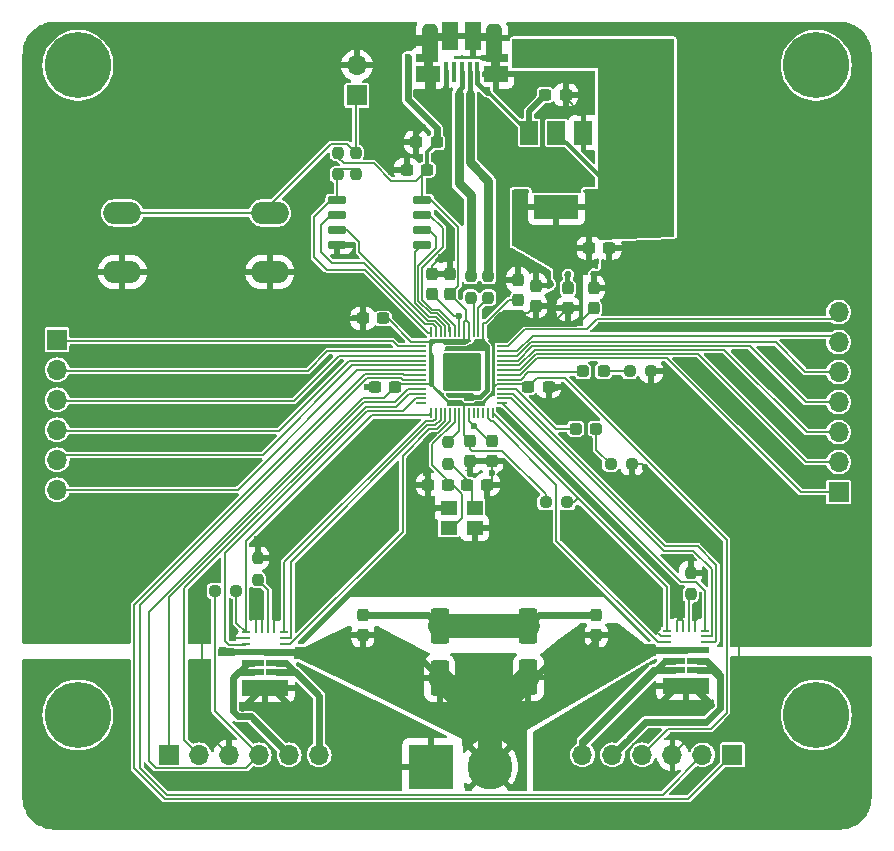
<source format=gbr>
G04 #@! TF.GenerationSoftware,KiCad,Pcbnew,8.0.5*
G04 #@! TF.CreationDate,2025-04-11T00:04:55-04:00*
G04 #@! TF.ProjectId,RP2040_minimal_r2,52503230-3430-45f6-9d69-6e696d616c5f,REV2*
G04 #@! TF.SameCoordinates,Original*
G04 #@! TF.FileFunction,Copper,L1,Top*
G04 #@! TF.FilePolarity,Positive*
%FSLAX46Y46*%
G04 Gerber Fmt 4.6, Leading zero omitted, Abs format (unit mm)*
G04 Created by KiCad (PCBNEW 8.0.5) date 2025-04-11 00:04:55*
%MOMM*%
%LPD*%
G01*
G04 APERTURE LIST*
G04 Aperture macros list*
%AMRoundRect*
0 Rectangle with rounded corners*
0 $1 Rounding radius*
0 $2 $3 $4 $5 $6 $7 $8 $9 X,Y pos of 4 corners*
0 Add a 4 corners polygon primitive as box body*
4,1,4,$2,$3,$4,$5,$6,$7,$8,$9,$2,$3,0*
0 Add four circle primitives for the rounded corners*
1,1,$1+$1,$2,$3*
1,1,$1+$1,$4,$5*
1,1,$1+$1,$6,$7*
1,1,$1+$1,$8,$9*
0 Add four rect primitives between the rounded corners*
20,1,$1+$1,$2,$3,$4,$5,0*
20,1,$1+$1,$4,$5,$6,$7,0*
20,1,$1+$1,$6,$7,$8,$9,0*
20,1,$1+$1,$8,$9,$2,$3,0*%
G04 Aperture macros list end*
G04 #@! TA.AperFunction,SMDPad,CuDef*
%ADD10RoundRect,0.237500X-0.300000X-0.237500X0.300000X-0.237500X0.300000X0.237500X-0.300000X0.237500X0*%
G04 #@! TD*
G04 #@! TA.AperFunction,SMDPad,CuDef*
%ADD11R,0.400000X1.750000*%
G04 #@! TD*
G04 #@! TA.AperFunction,SMDPad,CuDef*
%ADD12R,1.825000X0.700000*%
G04 #@! TD*
G04 #@! TA.AperFunction,SMDPad,CuDef*
%ADD13R,2.000000X1.460000*%
G04 #@! TD*
G04 #@! TA.AperFunction,SMDPad,CuDef*
%ADD14RoundRect,0.384800X0.265200X1.240200X-0.265200X1.240200X-0.265200X-1.240200X0.265200X-1.240200X0*%
G04 #@! TD*
G04 #@! TA.AperFunction,ComponentPad*
%ADD15O,1.300000X1.800000*%
G04 #@! TD*
G04 #@! TA.AperFunction,ComponentPad*
%ADD16O,1.050000X1.450000*%
G04 #@! TD*
G04 #@! TA.AperFunction,SMDPad,CuDef*
%ADD17R,1.425000X2.400000*%
G04 #@! TD*
G04 #@! TA.AperFunction,ComponentPad*
%ADD18R,1.700000X1.700000*%
G04 #@! TD*
G04 #@! TA.AperFunction,ComponentPad*
%ADD19O,1.700000X1.700000*%
G04 #@! TD*
G04 #@! TA.AperFunction,SMDPad,CuDef*
%ADD20RoundRect,0.237500X0.237500X-0.300000X0.237500X0.300000X-0.237500X0.300000X-0.237500X-0.300000X0*%
G04 #@! TD*
G04 #@! TA.AperFunction,SMDPad,CuDef*
%ADD21RoundRect,0.237500X0.300000X0.237500X-0.300000X0.237500X-0.300000X-0.237500X0.300000X-0.237500X0*%
G04 #@! TD*
G04 #@! TA.AperFunction,SMDPad,CuDef*
%ADD22RoundRect,0.237500X-0.237500X0.250000X-0.237500X-0.250000X0.237500X-0.250000X0.237500X0.250000X0*%
G04 #@! TD*
G04 #@! TA.AperFunction,SMDPad,CuDef*
%ADD23R,1.500000X2.000000*%
G04 #@! TD*
G04 #@! TA.AperFunction,SMDPad,CuDef*
%ADD24R,3.800000X2.000000*%
G04 #@! TD*
G04 #@! TA.AperFunction,SMDPad,CuDef*
%ADD25RoundRect,0.150000X-0.650000X-0.150000X0.650000X-0.150000X0.650000X0.150000X-0.650000X0.150000X0*%
G04 #@! TD*
G04 #@! TA.AperFunction,SMDPad,CuDef*
%ADD26RoundRect,0.237500X0.237500X-0.250000X0.237500X0.250000X-0.237500X0.250000X-0.237500X-0.250000X0*%
G04 #@! TD*
G04 #@! TA.AperFunction,SMDPad,CuDef*
%ADD27RoundRect,0.237500X-0.237500X0.300000X-0.237500X-0.300000X0.237500X-0.300000X0.237500X0.300000X0*%
G04 #@! TD*
G04 #@! TA.AperFunction,SMDPad,CuDef*
%ADD28RoundRect,0.050000X-0.387500X-0.050000X0.387500X-0.050000X0.387500X0.050000X-0.387500X0.050000X0*%
G04 #@! TD*
G04 #@! TA.AperFunction,SMDPad,CuDef*
%ADD29RoundRect,0.050000X-0.050000X-0.387500X0.050000X-0.387500X0.050000X0.387500X-0.050000X0.387500X0*%
G04 #@! TD*
G04 #@! TA.AperFunction,ComponentPad*
%ADD30C,0.600000*%
G04 #@! TD*
G04 #@! TA.AperFunction,SMDPad,CuDef*
%ADD31RoundRect,0.144000X-1.456000X-1.456000X1.456000X-1.456000X1.456000X1.456000X-1.456000X1.456000X0*%
G04 #@! TD*
G04 #@! TA.AperFunction,ComponentPad*
%ADD32C,3.600000*%
G04 #@! TD*
G04 #@! TA.AperFunction,ConnectorPad*
%ADD33C,5.600000*%
G04 #@! TD*
G04 #@! TA.AperFunction,ComponentPad*
%ADD34O,3.200000X1.900000*%
G04 #@! TD*
G04 #@! TA.AperFunction,SMDPad,CuDef*
%ADD35RoundRect,0.237500X0.287500X0.237500X-0.287500X0.237500X-0.287500X-0.237500X0.287500X-0.237500X0*%
G04 #@! TD*
G04 #@! TA.AperFunction,SMDPad,CuDef*
%ADD36RoundRect,0.250000X0.550000X-1.250000X0.550000X1.250000X-0.550000X1.250000X-0.550000X-1.250000X0*%
G04 #@! TD*
G04 #@! TA.AperFunction,SMDPad,CuDef*
%ADD37RoundRect,0.237500X-0.250000X-0.237500X0.250000X-0.237500X0.250000X0.237500X-0.250000X0.237500X0*%
G04 #@! TD*
G04 #@! TA.AperFunction,SMDPad,CuDef*
%ADD38R,1.400000X1.200000*%
G04 #@! TD*
G04 #@! TA.AperFunction,SMDPad,CuDef*
%ADD39RoundRect,0.237500X0.250000X0.237500X-0.250000X0.237500X-0.250000X-0.237500X0.250000X-0.237500X0*%
G04 #@! TD*
G04 #@! TA.AperFunction,ComponentPad*
%ADD40R,3.800000X3.800000*%
G04 #@! TD*
G04 #@! TA.AperFunction,ComponentPad*
%ADD41C,3.800000*%
G04 #@! TD*
G04 #@! TA.AperFunction,SMDPad,CuDef*
%ADD42R,0.650001X0.249999*%
G04 #@! TD*
G04 #@! TA.AperFunction,SMDPad,CuDef*
%ADD43R,4.000000X0.499999*%
G04 #@! TD*
G04 #@! TA.AperFunction,SMDPad,CuDef*
%ADD44R,1.925000X0.499999*%
G04 #@! TD*
G04 #@! TA.AperFunction,SMDPad,CuDef*
%ADD45R,4.000000X1.350000*%
G04 #@! TD*
G04 #@! TA.AperFunction,SMDPad,CuDef*
%ADD46R,0.249999X0.650001*%
G04 #@! TD*
G04 #@! TA.AperFunction,ViaPad*
%ADD47C,0.600000*%
G04 #@! TD*
G04 #@! TA.AperFunction,Conductor*
%ADD48C,0.200000*%
G04 #@! TD*
G04 #@! TA.AperFunction,Conductor*
%ADD49C,0.150000*%
G04 #@! TD*
G04 #@! TA.AperFunction,Conductor*
%ADD50C,0.600000*%
G04 #@! TD*
G04 #@! TA.AperFunction,Conductor*
%ADD51C,2.000000*%
G04 #@! TD*
G04 #@! TA.AperFunction,Conductor*
%ADD52C,0.300000*%
G04 #@! TD*
G04 #@! TA.AperFunction,Conductor*
%ADD53C,0.500000*%
G04 #@! TD*
G04 #@! TA.AperFunction,Conductor*
%ADD54C,0.400000*%
G04 #@! TD*
G04 #@! TA.AperFunction,Conductor*
%ADD55C,0.800000*%
G04 #@! TD*
G04 APERTURE END LIST*
D10*
X110757500Y-89460000D03*
X112482500Y-89460000D03*
D11*
X101300000Y-74525000D03*
X100650000Y-74525000D03*
X100000000Y-74525000D03*
X99350000Y-74525000D03*
X98700000Y-74525000D03*
D12*
X102987500Y-73400000D03*
D13*
X102900000Y-74730000D03*
D14*
X102725000Y-72125000D03*
D15*
X102725000Y-71700000D03*
D16*
X102425000Y-74730000D03*
D17*
X100962500Y-71500000D03*
X99037500Y-71500000D03*
D16*
X97575000Y-74730000D03*
D14*
X97275000Y-72125000D03*
D15*
X97275000Y-71700000D03*
D13*
X97100000Y-74730000D03*
D12*
X97012500Y-73400000D03*
D18*
X91110000Y-76540000D03*
D19*
X91110000Y-74000000D03*
D20*
X106250000Y-94362500D03*
X106250000Y-92637500D03*
X104750000Y-93862500D03*
X104750000Y-92137500D03*
D21*
X94377500Y-101200000D03*
X92652500Y-101200000D03*
X97047500Y-82830000D03*
X95322500Y-82830000D03*
D22*
X89500000Y-81402500D03*
X89500000Y-83227500D03*
D23*
X110300000Y-79700000D03*
X108000000Y-79700000D03*
D24*
X108000000Y-86000000D03*
D23*
X105700000Y-79700000D03*
D25*
X89450000Y-85370000D03*
X89450000Y-86640000D03*
X89450000Y-87910000D03*
X89450000Y-89180000D03*
X96650000Y-89180000D03*
X96650000Y-87910000D03*
X96650000Y-86640000D03*
X96650000Y-85370000D03*
D26*
X91000000Y-83227500D03*
X91000000Y-81402500D03*
D20*
X99000000Y-93362500D03*
X99000000Y-91637500D03*
D10*
X105622500Y-101200000D03*
X107347500Y-101200000D03*
D27*
X100690000Y-105787500D03*
X100690000Y-107512500D03*
D22*
X100750000Y-91837500D03*
X100750000Y-93662500D03*
D27*
X102540000Y-105767500D03*
X102540000Y-107492500D03*
D10*
X107075000Y-76500000D03*
X108800000Y-76500000D03*
D21*
X93332500Y-95430000D03*
X91607500Y-95430000D03*
D20*
X108980000Y-94572500D03*
X108980000Y-92847500D03*
D28*
X96562500Y-97400000D03*
X96562500Y-97800000D03*
X96562500Y-98200000D03*
X96562500Y-98600000D03*
X96562500Y-99000000D03*
X96562500Y-99400000D03*
X96562500Y-99800000D03*
X96562500Y-100200000D03*
X96562500Y-100600000D03*
X96562500Y-101000000D03*
X96562500Y-101400000D03*
X96562500Y-101800000D03*
X96562500Y-102200000D03*
X96562500Y-102600000D03*
D29*
X97400000Y-103437500D03*
X97800000Y-103437500D03*
X98200000Y-103437500D03*
X98600000Y-103437500D03*
X99000000Y-103437500D03*
X99400000Y-103437500D03*
X99800000Y-103437500D03*
X100200000Y-103437500D03*
X100600000Y-103437500D03*
X101000000Y-103437500D03*
X101400000Y-103437500D03*
X101800000Y-103437500D03*
X102200000Y-103437500D03*
X102600000Y-103437500D03*
D28*
X103437500Y-102600000D03*
X103437500Y-102200000D03*
X103437500Y-101800000D03*
X103437500Y-101400000D03*
X103437500Y-101000000D03*
X103437500Y-100600000D03*
X103437500Y-100200000D03*
X103437500Y-99800000D03*
X103437500Y-99400000D03*
X103437500Y-99000000D03*
X103437500Y-98600000D03*
X103437500Y-98200000D03*
X103437500Y-97800000D03*
X103437500Y-97400000D03*
D29*
X102600000Y-96562500D03*
X102200000Y-96562500D03*
X101800000Y-96562500D03*
X101400000Y-96562500D03*
X101000000Y-96562500D03*
X100600000Y-96562500D03*
X100200000Y-96562500D03*
X99800000Y-96562500D03*
X99400000Y-96562500D03*
X99000000Y-96562500D03*
X98600000Y-96562500D03*
X98200000Y-96562500D03*
X97800000Y-96562500D03*
X97400000Y-96562500D03*
D30*
X98725000Y-98725000D03*
X98725000Y-100000000D03*
X98725000Y-101275000D03*
X100000000Y-98725000D03*
X100000000Y-100000000D03*
D31*
X100000000Y-100000000D03*
D30*
X100000000Y-101275000D03*
X101275000Y-98725000D03*
X101275000Y-100000000D03*
X101275000Y-101275000D03*
D32*
X130000000Y-74000000D03*
D33*
X130000000Y-74000000D03*
D22*
X102250000Y-91837500D03*
X102250000Y-93662500D03*
D32*
X130000000Y-129000000D03*
D33*
X130000000Y-129000000D03*
D20*
X97500000Y-93362500D03*
X97500000Y-91637500D03*
X111160000Y-94552500D03*
X111160000Y-92827500D03*
D32*
X67500000Y-74000000D03*
D33*
X67500000Y-74000000D03*
D32*
X67500000Y-129000000D03*
D33*
X67500000Y-129000000D03*
D21*
X97862500Y-80500000D03*
X96137500Y-80500000D03*
D27*
X111375000Y-120512500D03*
X111375000Y-122237500D03*
D18*
X75215000Y-132375000D03*
D19*
X77755000Y-132375000D03*
X80295000Y-132375000D03*
X82835000Y-132375000D03*
X85375000Y-132375000D03*
X87915000Y-132375000D03*
D34*
X83750000Y-91500000D03*
X71250000Y-91500000D03*
X83750000Y-86500000D03*
X71250000Y-86500000D03*
D21*
X98862500Y-109500000D03*
X97137500Y-109500000D03*
D35*
X111375000Y-104750000D03*
X109625000Y-104750000D03*
D36*
X98125000Y-125875000D03*
X98125000Y-121475000D03*
D37*
X79087500Y-118500000D03*
X80912500Y-118500000D03*
D10*
X100437500Y-109500000D03*
X102162500Y-109500000D03*
D22*
X119375000Y-116962500D03*
X119375000Y-118787500D03*
D38*
X98900000Y-113150000D03*
X101100000Y-113150000D03*
X101100000Y-111450000D03*
X98900000Y-111450000D03*
D36*
X105625000Y-125825000D03*
X105625000Y-121425000D03*
D18*
X65730000Y-97230000D03*
D19*
X65730000Y-99770000D03*
X65730000Y-102310000D03*
X65730000Y-104850000D03*
X65730000Y-107390000D03*
X65730000Y-109930000D03*
D39*
X114412500Y-107750000D03*
X112587500Y-107750000D03*
D27*
X91625000Y-120512500D03*
X91625000Y-122237500D03*
D22*
X82712500Y-115712500D03*
X82712500Y-117537500D03*
D39*
X116032500Y-99890000D03*
X114207500Y-99890000D03*
D18*
X122915000Y-132375000D03*
D19*
X120375000Y-132375000D03*
X117835000Y-132375000D03*
X115295000Y-132375000D03*
X112755000Y-132375000D03*
X110215000Y-132375000D03*
D40*
X97375000Y-133375000D03*
D41*
X102375000Y-133375000D03*
D18*
X131900000Y-110120000D03*
D19*
X131900000Y-107580000D03*
X131900000Y-105040000D03*
X131900000Y-102500000D03*
X131900000Y-99960000D03*
X131900000Y-97420000D03*
X131900000Y-94880000D03*
D22*
X98830000Y-105897500D03*
X98830000Y-107722500D03*
D42*
X117349999Y-121850001D03*
X117349999Y-122350000D03*
X117349999Y-122849999D03*
D43*
X118975000Y-123524999D03*
D44*
X117937499Y-124425000D03*
X117937499Y-125225001D03*
D45*
X118975000Y-126549999D03*
D44*
X120012501Y-125225001D03*
X120012501Y-124425000D03*
D42*
X120600001Y-122849999D03*
X120600001Y-122350000D03*
X120600001Y-121850001D03*
D46*
X119725001Y-121599999D03*
X119225000Y-121599999D03*
X118725000Y-121599999D03*
X118224999Y-121599999D03*
D37*
X107087500Y-111000000D03*
X108912500Y-111000000D03*
D35*
X111995000Y-99890000D03*
X110245000Y-99890000D03*
D42*
X81712498Y-122000000D03*
X81712498Y-122499999D03*
X81712498Y-122999998D03*
D43*
X83337499Y-123674998D03*
D44*
X82299998Y-124574999D03*
X82299998Y-125375000D03*
D45*
X83337499Y-126699998D03*
D44*
X84375000Y-125375000D03*
X84375000Y-124574999D03*
D42*
X84962500Y-122999998D03*
X84962500Y-122499999D03*
X84962500Y-122000000D03*
D46*
X84087500Y-121749998D03*
X83587499Y-121749998D03*
X83087499Y-121749998D03*
X82587498Y-121749998D03*
D47*
X97100000Y-112300000D03*
X97000000Y-108500000D03*
X77000000Y-73000000D03*
X100500000Y-138000000D03*
X104750000Y-90750000D03*
X93000000Y-112000000D03*
X82750000Y-120500000D03*
X105500000Y-114500000D03*
X119375000Y-115625000D03*
X76000000Y-99000000D03*
X94000000Y-83000000D03*
X96750000Y-79250000D03*
X96770000Y-107824890D03*
X123000000Y-79000000D03*
X116625000Y-128125000D03*
X100750000Y-121475000D03*
X111160000Y-91690000D03*
X116376409Y-121623591D03*
X101750000Y-121475000D03*
X67000000Y-82500000D03*
X90955000Y-95430000D03*
X92750000Y-120512500D03*
X98700000Y-76000000D03*
X108000000Y-101305000D03*
X130500000Y-134500000D03*
X102540000Y-108510000D03*
X102900000Y-112300000D03*
X84250000Y-120750000D03*
X99000000Y-90500000D03*
X92000000Y-101200000D03*
X115486091Y-108013909D03*
X88000000Y-117500000D03*
X65500000Y-120500000D03*
X115600000Y-109630000D03*
X68500000Y-135500000D03*
X111000000Y-114500000D03*
X98250000Y-90250000D03*
X118500000Y-120750000D03*
X120500000Y-89500000D03*
X102750000Y-121475000D03*
X100689994Y-108415000D03*
X124500000Y-104000000D03*
X122500000Y-137000000D03*
X110250000Y-120512500D03*
X119775000Y-120750000D03*
X115000000Y-118500000D03*
X85000000Y-79500000D03*
X66000000Y-135500000D03*
X68000000Y-108000000D03*
X85375000Y-128125000D03*
X107500000Y-92500000D03*
X107250000Y-120512500D03*
X117370000Y-99890000D03*
X134140000Y-106320000D03*
X123500000Y-121500000D03*
X78500000Y-107500000D03*
X71000000Y-120500000D03*
X80000000Y-137500000D03*
X90800000Y-89200000D03*
X108980000Y-91710000D03*
X95000000Y-115500000D03*
X78000000Y-121250000D03*
X121125000Y-128125000D03*
X95840000Y-120512500D03*
X113620000Y-89460000D03*
X81375000Y-128375000D03*
X80500000Y-122500000D03*
X125500000Y-112500000D03*
X130500000Y-87500000D03*
X131000000Y-120500000D03*
X82625000Y-114125000D03*
X110000000Y-78000000D03*
X104600000Y-73300000D03*
X95400000Y-73300000D03*
X99800000Y-95199994D03*
X100700000Y-97900000D03*
X101000000Y-104500000D03*
X100599970Y-102100000D03*
D48*
X93030000Y-101200000D02*
X92000000Y-101200000D01*
X102540000Y-109122500D02*
X102162500Y-109500000D01*
D49*
X97100000Y-112300000D02*
X97950000Y-111450000D01*
D48*
X117835000Y-132375000D02*
X118935000Y-131275000D01*
D50*
X118975000Y-126549999D02*
X118200001Y-126549999D01*
D49*
X99000000Y-104150220D02*
X99000000Y-103437500D01*
D48*
X83087499Y-121749998D02*
X83087499Y-120837499D01*
X106970000Y-101200000D02*
X107075000Y-101305000D01*
X118224999Y-121025001D02*
X118500000Y-120750000D01*
X119725001Y-121599999D02*
X119725001Y-120799999D01*
D51*
X101750000Y-121475000D02*
X102750000Y-121475000D01*
D48*
X98700000Y-74600000D02*
X98700000Y-76000000D01*
X78000000Y-130080000D02*
X78000000Y-121250000D01*
X107075000Y-101305000D02*
X108000000Y-101305000D01*
X118935000Y-131275000D02*
X120475000Y-131275000D01*
X110300000Y-79700000D02*
X110300000Y-78300000D01*
X102460000Y-71450000D02*
X102730000Y-71720000D01*
X82587498Y-120662502D02*
X82750000Y-120500000D01*
X116376409Y-121901410D02*
X116376409Y-121623591D01*
X110300000Y-78300000D02*
X110000000Y-78000000D01*
D51*
X100750000Y-121475000D02*
X101750000Y-121475000D01*
D48*
X112482500Y-89460000D02*
X113620000Y-89460000D01*
X100380994Y-108250000D02*
X100381000Y-108249994D01*
X120475000Y-131275000D02*
X123500000Y-128250000D01*
X81712498Y-122499999D02*
X80500001Y-122499999D01*
D49*
X96770000Y-105729568D02*
X97349568Y-105150000D01*
X97500000Y-91637500D02*
X99000000Y-91637500D01*
D50*
X95840000Y-120512500D02*
X97162500Y-120512500D01*
D48*
X80500001Y-122499999D02*
X80500000Y-122500000D01*
X97540000Y-71450000D02*
X97270000Y-71720000D01*
X108875000Y-76875000D02*
X110000000Y-78000000D01*
D51*
X102750000Y-121475000D02*
X105575000Y-121475000D01*
D48*
X123500000Y-128250000D02*
X123500000Y-121500000D01*
X82712500Y-114212500D02*
X82625000Y-114125000D01*
X89450000Y-89180000D02*
X90780000Y-89180000D01*
D50*
X118200001Y-126549999D02*
X116625000Y-128125000D01*
D51*
X105575000Y-121475000D02*
X105625000Y-121425000D01*
D48*
X119725001Y-120799999D02*
X119775000Y-120750000D01*
X83087499Y-120837499D02*
X82750000Y-120500000D01*
D50*
X97162500Y-120512500D02*
X98125000Y-121475000D01*
X118975000Y-126549999D02*
X119549999Y-126549999D01*
D48*
X119375000Y-116962500D02*
X119375000Y-115625000D01*
X102540000Y-107230000D02*
X102540000Y-108510000D01*
D49*
X115600000Y-109630000D02*
X114412500Y-108442500D01*
D48*
X99040000Y-71450000D02*
X97540000Y-71450000D01*
D50*
X107250000Y-120512500D02*
X106537500Y-120512500D01*
X110250000Y-120512500D02*
X107250000Y-120512500D01*
D48*
X82587498Y-121749998D02*
X82587498Y-120662502D01*
D50*
X111375000Y-120512500D02*
X110250000Y-120512500D01*
D48*
X84087500Y-121749998D02*
X84087500Y-120912500D01*
D50*
X83337499Y-126699998D02*
X83949998Y-126699998D01*
X98125000Y-121475000D02*
X98475000Y-121475000D01*
D49*
X104750000Y-92137500D02*
X104750000Y-90750000D01*
D52*
X96137500Y-80500000D02*
X96137500Y-79862500D01*
D48*
X80295000Y-132375000D02*
X78000000Y-130080000D01*
X102540000Y-108510000D02*
X102540000Y-109122500D01*
X100690000Y-108414994D02*
X100690000Y-107135000D01*
D49*
X97950000Y-111450000D02*
X98900000Y-111450000D01*
D51*
X98125000Y-121475000D02*
X100750000Y-121475000D01*
D48*
X118725000Y-121599999D02*
X118725000Y-120975000D01*
D50*
X83337499Y-126699998D02*
X83050002Y-126699998D01*
D49*
X107362500Y-92637500D02*
X107500000Y-92500000D01*
D48*
X114412500Y-107750000D02*
X115222182Y-107750000D01*
X116032500Y-99890000D02*
X117370000Y-99890000D01*
D49*
X98000220Y-105150000D02*
X99000000Y-104150220D01*
X108980000Y-92847500D02*
X108980000Y-91710000D01*
D48*
X117349999Y-122350000D02*
X116824999Y-122350000D01*
D49*
X114412500Y-108442500D02*
X114412500Y-107750000D01*
D48*
X84087500Y-120912500D02*
X84250000Y-120750000D01*
D50*
X106537500Y-120512500D02*
X105625000Y-121425000D01*
D52*
X94170000Y-82830000D02*
X94000000Y-83000000D01*
D50*
X92750000Y-120512500D02*
X95840000Y-120512500D01*
D52*
X95322500Y-82830000D02*
X94170000Y-82830000D01*
D48*
X90780000Y-89180000D02*
X90800000Y-89200000D01*
X116824999Y-122350000D02*
X116376409Y-121901410D01*
D50*
X91625000Y-120512500D02*
X92750000Y-120512500D01*
X83949998Y-126699998D02*
X85375000Y-128125000D01*
X83050002Y-126699998D02*
X81375000Y-128375000D01*
D48*
X118224999Y-121599999D02*
X118224999Y-121025001D01*
D49*
X106250000Y-92637500D02*
X107362500Y-92637500D01*
D50*
X119549999Y-126549999D02*
X121125000Y-128125000D01*
D48*
X115222182Y-107750000D02*
X115486091Y-108013909D01*
D49*
X99000000Y-91637500D02*
X99000000Y-90500000D01*
D48*
X118725000Y-120975000D02*
X118500000Y-120750000D01*
D49*
X97500000Y-91637500D02*
X97500000Y-91000000D01*
D48*
X100960000Y-71450000D02*
X102460000Y-71450000D01*
X82712500Y-115712500D02*
X82712500Y-114212500D01*
D49*
X96770000Y-107824890D02*
X96770000Y-105729568D01*
X111160000Y-92827500D02*
X111160000Y-91690000D01*
X97500000Y-91000000D02*
X98250000Y-90250000D01*
X97349568Y-105150000D02*
X98000220Y-105150000D01*
D48*
X108875000Y-76500000D02*
X108875000Y-76875000D01*
D52*
X96137500Y-79862500D02*
X96750000Y-79250000D01*
D50*
X98475000Y-121475000D02*
X98525000Y-121425000D01*
D52*
X102300000Y-76300000D02*
X102100000Y-76300000D01*
D53*
X105700000Y-79700000D02*
X105700000Y-77875000D01*
D54*
X101300000Y-74525000D02*
X101300000Y-75500000D01*
D53*
X105700000Y-77875000D02*
X107075000Y-76500000D01*
D52*
X105700000Y-79700000D02*
X102300000Y-76300000D01*
D54*
X101300000Y-75500000D02*
X102100000Y-76300000D01*
D49*
X99400000Y-103437500D02*
X99400000Y-104180000D01*
X99150000Y-113150000D02*
X98900000Y-113150000D01*
X99400000Y-104180000D02*
X97490000Y-106090000D01*
X100000000Y-112300000D02*
X99150000Y-113150000D01*
X97490000Y-107810000D02*
X100000000Y-110320000D01*
X100000000Y-110320000D02*
X100000000Y-112300000D01*
X97490000Y-106090000D02*
X97490000Y-107810000D01*
X99800000Y-103437500D02*
X99800000Y-104927500D01*
X99800000Y-104927500D02*
X98830000Y-105897500D01*
D48*
X73500000Y-120255025D02*
X73500000Y-132860000D01*
D49*
X103662500Y-95500000D02*
X108052500Y-95500000D01*
D48*
X96562500Y-101000000D02*
X94200000Y-101000000D01*
X100200000Y-102800000D02*
X100000000Y-102600000D01*
X95700000Y-97400000D02*
X96562500Y-97400000D01*
X102750000Y-101224350D02*
X102974350Y-101000000D01*
X94200000Y-101000000D02*
X94000000Y-101200000D01*
X100250000Y-102750000D02*
X101650000Y-102750000D01*
X100200000Y-97400000D02*
X97410000Y-97400000D01*
X107087500Y-111000000D02*
X107087500Y-110317500D01*
D49*
X100350001Y-94712501D02*
X100350001Y-95549999D01*
D48*
X100200000Y-95700000D02*
X100200000Y-96562500D01*
X93332500Y-95430000D02*
X93730000Y-95430000D01*
X100200000Y-102800000D02*
X100250000Y-102750000D01*
X73500000Y-132860000D02*
X74115000Y-133475000D01*
X115295000Y-132375000D02*
X117495000Y-130175000D01*
X100600000Y-95799998D02*
X100350001Y-95549999D01*
D49*
X96127500Y-83750000D02*
X97047500Y-82830000D01*
D48*
X100600000Y-97200000D02*
X100400000Y-97400000D01*
X103437500Y-101000000D02*
X105800000Y-101000000D01*
X102974350Y-101000000D02*
X103437500Y-101000000D01*
D50*
X95400000Y-76839339D02*
X97862500Y-79301839D01*
D48*
X122425000Y-128825000D02*
X122425000Y-114175000D01*
X106347500Y-100475000D02*
X105622500Y-101200000D01*
X99010000Y-102600000D02*
X97410000Y-101000000D01*
D49*
X103437500Y-97400000D02*
X104787500Y-96050000D01*
X89500000Y-81805000D02*
X89995000Y-82300000D01*
X106250000Y-94362500D02*
X105612500Y-95000000D01*
D48*
X105800000Y-101000000D02*
X106000000Y-101200000D01*
D49*
X92557537Y-82300000D02*
X94007537Y-83750000D01*
D48*
X107087500Y-110317500D02*
X103400000Y-106630000D01*
D49*
X99700000Y-92662500D02*
X99700000Y-87700000D01*
D50*
X95400000Y-73300000D02*
X95400000Y-76839339D01*
D49*
X104787500Y-96050000D02*
X109662500Y-96050000D01*
X99700000Y-87700000D02*
X97370000Y-85370000D01*
X108052500Y-95500000D02*
X108980000Y-94572500D01*
D48*
X100200000Y-105297500D02*
X100690000Y-105787500D01*
D52*
X97047500Y-81315000D02*
X97862500Y-80500000D01*
D48*
X100690000Y-106469000D02*
X100690000Y-105787500D01*
D49*
X103250000Y-95000000D02*
X102200000Y-96050000D01*
D48*
X100851000Y-106630000D02*
X100690000Y-106469000D01*
X122425000Y-114175000D02*
X108725000Y-100475000D01*
X91605025Y-102150000D02*
X73500000Y-120255025D01*
X100600000Y-96562500D02*
X100600000Y-97200000D01*
D49*
X102200000Y-96050000D02*
X102200000Y-96562500D01*
D48*
X100200000Y-103437500D02*
X100200000Y-105297500D01*
X100600000Y-96562500D02*
X100600000Y-95799998D01*
X93427500Y-102150000D02*
X91605025Y-102150000D01*
X121075000Y-130175000D02*
X122425000Y-128825000D01*
X100200000Y-96562500D02*
X100200000Y-97400000D01*
D52*
X97047500Y-82830000D02*
X97047500Y-81315000D01*
D49*
X89995000Y-82300000D02*
X92557537Y-82300000D01*
X105612500Y-95000000D02*
X103250000Y-95000000D01*
D48*
X102750000Y-101650000D02*
X102750000Y-101224350D01*
X100000000Y-102600000D02*
X99010000Y-102600000D01*
X108725000Y-100475000D02*
X106347500Y-100475000D01*
X100350001Y-95549999D02*
X100200000Y-95700000D01*
D49*
X99000000Y-93362500D02*
X100350001Y-94712501D01*
D48*
X97410000Y-97400000D02*
X96562500Y-97400000D01*
D49*
X99000000Y-93362500D02*
X99700000Y-92662500D01*
D48*
X81735000Y-133475000D02*
X82835000Y-132375000D01*
X101650000Y-102750000D02*
X102750000Y-101650000D01*
X74115000Y-133475000D02*
X81735000Y-133475000D01*
D52*
X108000000Y-79700000D02*
X112550000Y-84250000D01*
D48*
X96562500Y-101000000D02*
X97410000Y-101000000D01*
X79087500Y-118500000D02*
X79087500Y-128627500D01*
X100200000Y-97400000D02*
X100200000Y-97000000D01*
X93730000Y-95430000D02*
X95700000Y-97400000D01*
X97410000Y-101000000D02*
X97410000Y-97400000D01*
D49*
X97370000Y-85370000D02*
X96650000Y-85370000D01*
D48*
X117495000Y-130175000D02*
X121075000Y-130175000D01*
X103400000Y-106630000D02*
X100851000Y-106630000D01*
X94377500Y-101200000D02*
X93427500Y-102150000D01*
D50*
X97862500Y-79301839D02*
X97862500Y-80500000D01*
D48*
X96650000Y-85370000D02*
X96650000Y-82850000D01*
X100200000Y-103437500D02*
X100200000Y-102800000D01*
D49*
X94007537Y-83750000D02*
X96127500Y-83750000D01*
X109662500Y-96050000D02*
X111160000Y-94552500D01*
D48*
X96650000Y-82850000D02*
X96670000Y-82830000D01*
X79087500Y-128627500D02*
X82835000Y-132375000D01*
D49*
X102600000Y-96562500D02*
X103662500Y-95500000D01*
D48*
X99800000Y-96562500D02*
X99800000Y-95199994D01*
X100600000Y-104100000D02*
X100600000Y-103437500D01*
D49*
X104750000Y-93862500D02*
X103963236Y-93862500D01*
X103963236Y-93862500D02*
X102025736Y-95800000D01*
D54*
X102170000Y-97770000D02*
X101800000Y-97400000D01*
D48*
X101000000Y-104500000D02*
X102267500Y-105767500D01*
D54*
X101514612Y-102100000D02*
X102170000Y-101444612D01*
D48*
X102267500Y-105767500D02*
X102540000Y-105767500D01*
D49*
X99337494Y-95199994D02*
X99800000Y-95199994D01*
D54*
X100599970Y-102100000D02*
X101514612Y-102100000D01*
D48*
X101800000Y-96562500D02*
X101800000Y-95800000D01*
D49*
X102025736Y-95800000D02*
X101800000Y-95800000D01*
D54*
X100700000Y-97900000D02*
X101200000Y-97400000D01*
D48*
X101800000Y-96562500D02*
X101800000Y-97400000D01*
D54*
X102170000Y-101444612D02*
X102170000Y-97770000D01*
D48*
X101000000Y-104500000D02*
X100600000Y-104100000D01*
D49*
X97500000Y-93362500D02*
X99337494Y-95199994D01*
D54*
X101200000Y-97400000D02*
X101800000Y-97400000D01*
D48*
X83750000Y-86500000D02*
X83750000Y-85850000D01*
D49*
X91000000Y-76650000D02*
X91110000Y-76540000D01*
D48*
X90262500Y-80665000D02*
X91000000Y-81402500D01*
X71250000Y-86500000D02*
X83750000Y-86500000D01*
X83750000Y-85850000D02*
X88935000Y-80665000D01*
X88935000Y-80665000D02*
X90262500Y-80665000D01*
D49*
X91000000Y-81830000D02*
X91000000Y-76650000D01*
D48*
X97865600Y-104825000D02*
X98600000Y-104090600D01*
X84962500Y-122999998D02*
X85487500Y-122999998D01*
X95000000Y-113487498D02*
X95000000Y-107039948D01*
X85487500Y-122999998D02*
X95000000Y-113487498D01*
X97214948Y-104825000D02*
X97865600Y-104825000D01*
X98600000Y-104090600D02*
X98600000Y-103437500D01*
X95000000Y-107039948D02*
X97214948Y-104825000D01*
X97720625Y-104475000D02*
X97069974Y-104475000D01*
X98200000Y-103437500D02*
X98200000Y-103995625D01*
X85537500Y-116007474D02*
X85537500Y-122449999D01*
X85487500Y-122499999D02*
X84962500Y-122499999D01*
X98200000Y-103995625D02*
X97720625Y-104475000D01*
X97069974Y-104475000D02*
X85537500Y-116007474D01*
X85537500Y-122449999D02*
X85487500Y-122499999D01*
X97800000Y-103437500D02*
X97800000Y-103900650D01*
X96925000Y-104125000D02*
X84962500Y-116087500D01*
X84962500Y-116087500D02*
X84962500Y-122000000D01*
X97575650Y-104125000D02*
X96925000Y-104125000D01*
X97800000Y-103900650D02*
X97575650Y-104125000D01*
X80912500Y-118500000D02*
X80912500Y-121200002D01*
X81712498Y-114259684D02*
X92372182Y-103600000D01*
X97237500Y-103600000D02*
X97400000Y-103437500D01*
X81712498Y-122000000D02*
X81712498Y-114259684D01*
X92372182Y-103600000D02*
X97237500Y-103600000D01*
X80912500Y-121200002D02*
X81712498Y-122000000D01*
X81712498Y-122999998D02*
X81662496Y-123050000D01*
X95049350Y-103250000D02*
X96099350Y-102200000D01*
X80272182Y-123050000D02*
X79950000Y-122727818D01*
X79950000Y-122727818D02*
X79950000Y-115300000D01*
X81662496Y-123050000D02*
X80272182Y-123050000D01*
X92000000Y-103250000D02*
X95049350Y-103250000D01*
X79950000Y-115300000D02*
X92000000Y-103250000D01*
X96099350Y-102200000D02*
X96562500Y-102200000D01*
X91850000Y-102900000D02*
X94405984Y-102900000D01*
X76500000Y-131120000D02*
X76500000Y-118250000D01*
X95505984Y-101800000D02*
X96562500Y-101800000D01*
X94405984Y-102900000D02*
X95505984Y-101800000D01*
X76500000Y-118250000D02*
X91850000Y-102900000D01*
X77755000Y-132375000D02*
X76500000Y-131120000D01*
X91750000Y-102500000D02*
X75215000Y-119035000D01*
X95411010Y-101400000D02*
X94311010Y-102500000D01*
X96562500Y-101400000D02*
X95411010Y-101400000D01*
X94311010Y-102500000D02*
X91750000Y-102500000D01*
X75215000Y-119035000D02*
X75215000Y-132375000D01*
X117000000Y-135750000D02*
X120375000Y-132375000D01*
X72750000Y-133500000D02*
X75000000Y-135750000D01*
X95011010Y-100600000D02*
X94886010Y-100475000D01*
X75000000Y-135750000D02*
X117000000Y-135750000D01*
X91947182Y-100475000D02*
X72750000Y-119672182D01*
X94886010Y-100475000D02*
X91947182Y-100475000D01*
X96562500Y-100600000D02*
X95011010Y-100600000D01*
X72750000Y-119672182D02*
X72750000Y-133500000D01*
X91802207Y-100125000D02*
X95030985Y-100125000D01*
X122915000Y-132375000D02*
X119190000Y-136100000D01*
X74850000Y-136100000D02*
X72250000Y-133500000D01*
X72250000Y-119677207D02*
X91802207Y-100125000D01*
X95105985Y-100200000D02*
X96562500Y-100200000D01*
X95030985Y-100125000D02*
X95105985Y-100200000D01*
X72250000Y-133500000D02*
X72250000Y-119677207D01*
X119190000Y-136100000D02*
X74850000Y-136100000D01*
D49*
X81010000Y-109930000D02*
X65730000Y-109930000D01*
X96562500Y-99800000D02*
X91140000Y-99800000D01*
X91140000Y-99800000D02*
X81010000Y-109930000D01*
X66435000Y-106975000D02*
X65920000Y-107490000D01*
X90720000Y-99400000D02*
X83145000Y-106975000D01*
X83145000Y-106975000D02*
X66435000Y-106975000D01*
X96562500Y-99400000D02*
X90720000Y-99400000D01*
X84520000Y-104950000D02*
X65920000Y-104950000D01*
X90470000Y-99000000D02*
X84520000Y-104950000D01*
X96562500Y-99000000D02*
X90470000Y-99000000D01*
X85760000Y-102410000D02*
X65920000Y-102410000D01*
X89570000Y-98600000D02*
X85760000Y-102410000D01*
X96562500Y-98600000D02*
X89570000Y-98600000D01*
X96562500Y-98200000D02*
X88620000Y-98200000D01*
X86950000Y-99870000D02*
X65920000Y-99870000D01*
X88620000Y-98200000D02*
X86950000Y-99870000D01*
X94600000Y-97800000D02*
X94130000Y-97330000D01*
X96562500Y-97800000D02*
X94600000Y-97800000D01*
X94130000Y-97330000D02*
X65920000Y-97330000D01*
X110560656Y-96350000D02*
X111430656Y-95480000D01*
X103875000Y-97800000D02*
X105325000Y-96350000D01*
X111430656Y-95480000D02*
X131300000Y-95480000D01*
X131300000Y-95480000D02*
X131900000Y-94880000D01*
X103437500Y-97800000D02*
X103875000Y-97800000D01*
X105325000Y-96350000D02*
X110560656Y-96350000D01*
X105991472Y-96890000D02*
X131370000Y-96890000D01*
X103437500Y-98200000D02*
X104681472Y-98200000D01*
X131370000Y-96890000D02*
X131900000Y-97420000D01*
X104681472Y-98200000D02*
X105991472Y-96890000D01*
X103437500Y-98600000D02*
X104705736Y-98600000D01*
X104705736Y-98600000D02*
X105845736Y-97460000D01*
X105845736Y-97460000D02*
X126590000Y-97460000D01*
X129090000Y-99960000D02*
X131900000Y-99960000D01*
X126590000Y-97460000D02*
X129090000Y-99960000D01*
X104730000Y-99000000D02*
X105970000Y-97760000D01*
X103437500Y-99000000D02*
X104730000Y-99000000D01*
X129130000Y-102500000D02*
X131900000Y-102500000D01*
X124390000Y-97760000D02*
X129130000Y-102500000D01*
X105970000Y-97760000D02*
X124390000Y-97760000D01*
X103437500Y-99400000D02*
X104880842Y-99400000D01*
X104880842Y-99400000D02*
X106220842Y-98060000D01*
X106220842Y-98060000D02*
X122220000Y-98060000D01*
X122220000Y-98060000D02*
X129200000Y-105040000D01*
X129200000Y-105040000D02*
X131900000Y-105040000D01*
X106285106Y-98420000D02*
X120010000Y-98420000D01*
X129170000Y-107580000D02*
X131900000Y-107580000D01*
X104905106Y-99800000D02*
X106285106Y-98420000D01*
X120010000Y-98420000D02*
X129170000Y-107580000D01*
X103437500Y-99800000D02*
X104905106Y-99800000D01*
X103437500Y-100200000D02*
X104929370Y-100200000D01*
X106349370Y-98780000D02*
X117340000Y-98780000D01*
X117340000Y-98780000D02*
X128680000Y-110120000D01*
X128680000Y-110120000D02*
X131900000Y-110120000D01*
X104929370Y-100200000D02*
X106349370Y-98780000D01*
D48*
X103437500Y-100600000D02*
X104988990Y-100600000D01*
X105628990Y-99960000D02*
X110175000Y-99960000D01*
X104988990Y-100600000D02*
X105628990Y-99960000D01*
X110175000Y-99960000D02*
X110245000Y-99890000D01*
X107938990Y-104750000D02*
X109625000Y-104750000D01*
X104588990Y-101400000D02*
X107938990Y-104750000D01*
X103437500Y-101400000D02*
X104588990Y-101400000D01*
X117225000Y-114725000D02*
X119975000Y-114725000D01*
X121525001Y-116275001D02*
X121525001Y-122724999D01*
X104300000Y-101800000D02*
X117225000Y-114725000D01*
X103437500Y-101800000D02*
X104300000Y-101800000D01*
X121400001Y-122849999D02*
X120600001Y-122849999D01*
X121525001Y-122724999D02*
X121400001Y-122849999D01*
X119975000Y-114725000D02*
X121525001Y-116275001D01*
X117075000Y-115075000D02*
X104200000Y-102200000D01*
X121125001Y-122350000D02*
X121175001Y-122300000D01*
X121175001Y-122300000D02*
X121175001Y-116647183D01*
X104200000Y-102200000D02*
X103437500Y-102200000D01*
X119602818Y-115075000D02*
X117075000Y-115075000D01*
X121175001Y-116647183D02*
X119602818Y-115075000D01*
X120600001Y-122350000D02*
X121125001Y-122350000D01*
X118537500Y-117700000D02*
X103437500Y-102600000D01*
X119821010Y-117700000D02*
X118537500Y-117700000D01*
X120600001Y-118478991D02*
X119821010Y-117700000D01*
X120600001Y-121850001D02*
X120600001Y-118478991D01*
D54*
X111375000Y-122237500D02*
X111375000Y-122649999D01*
D50*
X108475001Y-123524999D02*
X110500000Y-123524999D01*
D51*
X102375000Y-133375000D02*
X102375000Y-129075000D01*
D50*
X110500000Y-123524999D02*
X118975000Y-123524999D01*
X83337499Y-123674998D02*
X92000000Y-123674998D01*
D54*
X91625000Y-123299998D02*
X92000000Y-123674998D01*
D51*
X102375000Y-129075000D02*
X105625000Y-125825000D01*
X102375000Y-133375000D02*
X102375000Y-130125000D01*
D50*
X92000000Y-123674998D02*
X95924998Y-123674998D01*
D51*
X102375000Y-130125000D02*
X98125000Y-125875000D01*
D54*
X91625000Y-122237500D02*
X91625000Y-123299998D01*
D50*
X95924998Y-123674998D02*
X98125000Y-125875000D01*
X105625000Y-125825000D02*
X106175000Y-125825000D01*
D54*
X111375000Y-122649999D02*
X110500000Y-123524999D01*
D50*
X106175000Y-125825000D02*
X108475001Y-123524999D01*
D49*
X108000000Y-114250000D02*
X116599999Y-122849999D01*
X102200000Y-103865294D02*
X102434706Y-104100000D01*
X116599999Y-122849999D02*
X117349999Y-122849999D01*
X102600000Y-104100000D02*
X108000000Y-109500000D01*
X108000000Y-109500000D02*
X108000000Y-114250000D01*
X102434706Y-104100000D02*
X102600000Y-104100000D01*
X102200000Y-103437500D02*
X102200000Y-103865294D01*
X89450000Y-85370000D02*
X88930000Y-85370000D01*
X97127500Y-96627500D02*
X97400000Y-96627500D01*
X87500000Y-86800000D02*
X87500000Y-90200000D01*
X89450000Y-82850000D02*
X89500000Y-82800000D01*
X88600000Y-91300000D02*
X91800000Y-91300000D01*
X91800000Y-91300000D02*
X97127500Y-96627500D01*
X89450000Y-85370000D02*
X89450000Y-82850000D01*
X87500000Y-90200000D02*
X88600000Y-91300000D01*
X89500000Y-82800000D02*
X91000000Y-82800000D01*
X88930000Y-85370000D02*
X87500000Y-86800000D01*
D48*
X101000000Y-96562500D02*
X101000000Y-93912500D01*
X101000000Y-93912500D02*
X100750000Y-93662500D01*
X101400000Y-94512500D02*
X102250000Y-93662500D01*
X101400000Y-96562500D02*
X101400000Y-94512500D01*
D49*
X98062350Y-94700000D02*
X97472792Y-94700000D01*
X98400000Y-89350000D02*
X98400000Y-87800000D01*
X99400000Y-96562500D02*
X99400000Y-96037650D01*
X97240000Y-86640000D02*
X96650000Y-86640000D01*
X99400000Y-96037650D02*
X98062350Y-94700000D01*
X96600000Y-93827208D02*
X96600000Y-91150000D01*
X96600000Y-91150000D02*
X98400000Y-89350000D01*
X97472792Y-94700000D02*
X96600000Y-93827208D01*
X98400000Y-87800000D02*
X97240000Y-86640000D01*
X97800000Y-88500000D02*
X97210000Y-87910000D01*
X96300000Y-90950000D02*
X97800000Y-89450000D01*
X96300000Y-93951472D02*
X96300000Y-90950000D01*
X97348528Y-95000000D02*
X96300000Y-93951472D01*
X99000000Y-96572500D02*
X98951310Y-96523810D01*
X97210000Y-87910000D02*
X96650000Y-87910000D01*
X98951310Y-96013224D02*
X97938086Y-95000000D01*
X97938086Y-95000000D02*
X97348528Y-95000000D01*
X97800000Y-89450000D02*
X97800000Y-88500000D01*
X98951310Y-96523810D02*
X98951310Y-96013224D01*
X98600000Y-96086178D02*
X97813822Y-95300000D01*
X96000000Y-89830000D02*
X96650000Y-89180000D01*
X97224264Y-95300000D02*
X96000000Y-94075736D01*
X96000000Y-94075736D02*
X96000000Y-89830000D01*
X97813822Y-95300000D02*
X97224264Y-95300000D01*
X98600000Y-96572500D02*
X98600000Y-96086178D01*
X98200000Y-96572500D02*
X98200000Y-96110442D01*
X91325000Y-88982537D02*
X90252463Y-87910000D01*
X97100000Y-95600000D02*
X91325000Y-89825000D01*
X90252463Y-87910000D02*
X89450000Y-87910000D01*
X98200000Y-96110442D02*
X97689558Y-95600000D01*
X97689558Y-95600000D02*
X97100000Y-95600000D01*
X91325000Y-89825000D02*
X91325000Y-88982537D01*
X97800000Y-96134706D02*
X97565294Y-95900000D01*
X91700000Y-90700000D02*
X89000000Y-90700000D01*
X88100000Y-87500000D02*
X88960000Y-86640000D01*
X88960000Y-86640000D02*
X89450000Y-86640000D01*
X96900000Y-95900000D02*
X91700000Y-90700000D01*
X89000000Y-90700000D02*
X88100000Y-89800000D01*
X97800000Y-96572500D02*
X97800000Y-96134706D01*
X97565294Y-95900000D02*
X96900000Y-95900000D01*
X88100000Y-89800000D02*
X88100000Y-87500000D01*
D55*
X100750000Y-85000000D02*
X99725000Y-83975000D01*
D54*
X100000000Y-75800000D02*
X99725000Y-76075000D01*
X100000000Y-74525000D02*
X100000000Y-75800000D01*
D55*
X99725000Y-82596752D02*
X99725000Y-76400000D01*
D54*
X99725000Y-76075000D02*
X99725000Y-76400000D01*
D55*
X100750000Y-91837500D02*
X100750000Y-85000000D01*
X99725000Y-83975000D02*
X99725000Y-82596752D01*
X102250000Y-83778248D02*
X100675000Y-82203248D01*
D54*
X100650000Y-74525000D02*
X100650000Y-76375000D01*
D55*
X100675000Y-82203248D02*
X100675000Y-76400000D01*
X102250000Y-91837500D02*
X102250000Y-83778248D01*
D54*
X100650000Y-76375000D02*
X100675000Y-76400000D01*
D49*
X100820000Y-109500000D02*
X100820000Y-111170000D01*
X99042500Y-107722500D02*
X100820000Y-109500000D01*
X100820000Y-111170000D02*
X101100000Y-111450000D01*
X98830000Y-107722500D02*
X99042500Y-107722500D01*
D48*
X111375000Y-106537500D02*
X112587500Y-107750000D01*
X111375000Y-104750000D02*
X111375000Y-106537500D01*
X111995000Y-99890000D02*
X114207500Y-99890000D01*
D50*
X81087497Y-125375000D02*
X82299998Y-125375000D01*
X80625000Y-125837497D02*
X81887498Y-124574999D01*
X81887498Y-124574999D02*
X82299998Y-124574999D01*
X85375000Y-132375000D02*
X82125000Y-129125000D01*
X80625000Y-125837497D02*
X81087497Y-125375000D01*
X81064340Y-129125000D02*
X80625000Y-128685661D01*
X80625000Y-128685661D02*
X80625000Y-125837497D01*
X82125000Y-129125000D02*
X81064340Y-129125000D01*
X87915000Y-127402498D02*
X87915000Y-132375000D01*
X84375000Y-125375000D02*
X85937500Y-125375000D01*
X85087501Y-124574999D02*
X87915000Y-127402498D01*
X87915000Y-127352500D02*
X87915000Y-132375000D01*
X85937500Y-125375000D02*
X87915000Y-127352500D01*
X84375000Y-124574999D02*
X85087501Y-124574999D01*
X110215000Y-131172919D02*
X116162918Y-125225001D01*
X116162918Y-125225001D02*
X117937499Y-125225001D01*
X117937499Y-124425000D02*
X117224998Y-124425000D01*
X110215000Y-132375000D02*
X110215000Y-131172919D01*
X117224998Y-124425000D02*
X110215000Y-131434998D01*
X110215000Y-131434998D02*
X110215000Y-132375000D01*
X121875000Y-128435660D02*
X120685660Y-129625000D01*
X120725002Y-124425000D02*
X121875000Y-125574998D01*
X114055000Y-131075000D02*
X112755000Y-132375000D01*
X121875000Y-125874999D02*
X121875000Y-128435660D01*
X120685661Y-129625000D02*
X115505000Y-129625000D01*
X121875000Y-125574998D02*
X121875000Y-128435661D01*
X121225002Y-125225001D02*
X121875000Y-125874999D01*
X115505000Y-129625000D02*
X114055000Y-131075000D01*
X120012501Y-125225001D02*
X121225002Y-125225001D01*
X120685660Y-129625000D02*
X115505000Y-129625000D01*
X121875000Y-128435661D02*
X120685661Y-129625000D01*
X120012501Y-124425000D02*
X120725002Y-124425000D01*
D48*
X83587499Y-118412499D02*
X83587499Y-121749998D01*
X82712500Y-117537500D02*
X83587499Y-118412499D01*
X119225000Y-118937500D02*
X119225000Y-121599999D01*
X119375000Y-118787500D02*
X119225000Y-118937500D01*
X109500000Y-111000000D02*
X109831250Y-110668750D01*
X108912500Y-111000000D02*
X109500000Y-111000000D01*
X109831250Y-110668750D02*
X102600000Y-103437500D01*
X117349999Y-121850001D02*
X117349999Y-118187499D01*
X117349999Y-118187499D02*
X109831250Y-110668750D01*
G04 #@! TA.AperFunction,Conductor*
G36*
X106149193Y-77181835D02*
G01*
X106193540Y-77210336D01*
X106309467Y-77326263D01*
X106352729Y-77352947D01*
X106399454Y-77404895D01*
X106410677Y-77473857D01*
X106382834Y-77537939D01*
X106375314Y-77546167D01*
X106041523Y-77879957D01*
X106026795Y-77896353D01*
X106010174Y-77916979D01*
X106010174Y-77916980D01*
X105973009Y-77988027D01*
X105953326Y-78055059D01*
X105945000Y-78112968D01*
X105945000Y-78375507D01*
X105949696Y-78419180D01*
X105949699Y-78419200D01*
X105951165Y-78425935D01*
X105954000Y-78452296D01*
X105954000Y-79830000D01*
X105934315Y-79897039D01*
X105881511Y-79942794D01*
X105830000Y-79954000D01*
X105570000Y-79954000D01*
X105502961Y-79934315D01*
X105457206Y-79881511D01*
X105446000Y-79830000D01*
X105446000Y-78446961D01*
X105447262Y-78429313D01*
X105448716Y-78419200D01*
X105455000Y-78375500D01*
X105455000Y-77859069D01*
X105459224Y-77826982D01*
X105461299Y-77819235D01*
X105467471Y-77796198D01*
X105479855Y-77766299D01*
X105495795Y-77738691D01*
X105515492Y-77713022D01*
X106018181Y-77210334D01*
X106079501Y-77176851D01*
X106149193Y-77181835D01*
G37*
G04 #@! TD.AperFunction*
G04 #@! TA.AperFunction,Conductor*
G36*
X102367359Y-75819685D02*
G01*
X102413114Y-75872489D01*
X102423058Y-75941647D01*
X102418934Y-75960147D01*
X102407044Y-75999161D01*
X102402061Y-76068843D01*
X102402060Y-76068863D01*
X102401804Y-76093996D01*
X102426672Y-76181999D01*
X102426673Y-76182002D01*
X102426674Y-76182003D01*
X102445411Y-76216318D01*
X102460161Y-76243329D01*
X102495201Y-76290136D01*
X102495205Y-76290140D01*
X102495212Y-76290150D01*
X102495219Y-76290157D01*
X104491881Y-78286819D01*
X104525366Y-78348142D01*
X104520382Y-78417834D01*
X104503470Y-78448807D01*
X104499552Y-78454040D01*
X104499549Y-78454046D01*
X104498906Y-78455771D01*
X104497803Y-78457243D01*
X104495301Y-78461826D01*
X104494642Y-78461466D01*
X104457031Y-78511701D01*
X104391564Y-78536113D01*
X104323293Y-78521256D01*
X104295047Y-78500109D01*
X102386452Y-76591513D01*
X102386451Y-76591512D01*
X102370101Y-76576825D01*
X102370087Y-76576813D01*
X102349438Y-76560172D01*
X102278393Y-76523009D01*
X102211361Y-76503326D01*
X102210712Y-76503232D01*
X102153456Y-76495000D01*
X102153452Y-76495000D01*
X102090653Y-76495000D01*
X102058554Y-76490773D01*
X102040494Y-76485933D01*
X102010593Y-76473547D01*
X101994400Y-76464198D01*
X101968719Y-76444492D01*
X101736319Y-76212092D01*
X101702834Y-76150769D01*
X101700000Y-76124411D01*
X101700000Y-75924000D01*
X101719685Y-75856961D01*
X101772489Y-75811206D01*
X101824000Y-75800000D01*
X102300320Y-75800000D01*
X102367359Y-75819685D01*
G37*
G04 #@! TD.AperFunction*
G04 #@! TA.AperFunction,Conductor*
G36*
X100978326Y-101772174D02*
G01*
X101000000Y-101824500D01*
X101000000Y-102326000D01*
X100978326Y-102378326D01*
X100926000Y-102400000D01*
X100274000Y-102400000D01*
X100221674Y-102378326D01*
X100200000Y-102326000D01*
X100200000Y-102200000D01*
X98994912Y-102200000D01*
X98942586Y-102178326D01*
X98641086Y-101876826D01*
X98619412Y-101824500D01*
X98641086Y-101772174D01*
X98693412Y-101750500D01*
X100926000Y-101750500D01*
X100978326Y-101772174D01*
G37*
G04 #@! TD.AperFunction*
G04 #@! TA.AperFunction,Conductor*
G36*
X101978326Y-97221674D02*
G01*
X102000000Y-97274000D01*
X102000000Y-98126000D01*
X101978326Y-98178326D01*
X101926000Y-98200000D01*
X98533059Y-98200000D01*
X98480733Y-98178326D01*
X98459059Y-98126000D01*
X98480733Y-98073674D01*
X98489320Y-98066310D01*
X98492852Y-98063722D01*
X98548403Y-97991071D01*
X98577428Y-97927515D01*
X98586453Y-97904051D01*
X98589403Y-97867967D01*
X98615270Y-97817583D01*
X98663157Y-97800000D01*
X100600000Y-97800000D01*
X100600000Y-97674000D01*
X100621674Y-97621674D01*
X100674000Y-97600000D01*
X101000000Y-97600000D01*
X101000000Y-97274000D01*
X101021674Y-97221674D01*
X101074000Y-97200000D01*
X101926000Y-97200000D01*
X101978326Y-97221674D01*
G37*
G04 #@! TD.AperFunction*
G04 #@! TA.AperFunction,Conductor*
G36*
X100777991Y-97221674D02*
G01*
X100799665Y-97274000D01*
X100777991Y-97326326D01*
X100675522Y-97428794D01*
X100639900Y-97446627D01*
X100640306Y-97448009D01*
X100510931Y-97485995D01*
X100401954Y-97556031D01*
X100401947Y-97556036D01*
X100347426Y-97618959D01*
X100296780Y-97644311D01*
X100291500Y-97644500D01*
X98663154Y-97644500D01*
X98609563Y-97654028D01*
X98606411Y-97654880D01*
X98605893Y-97652964D01*
X98555191Y-97650819D01*
X98530450Y-97632170D01*
X98504438Y-97602151D01*
X98490106Y-97585611D01*
X98472515Y-97567657D01*
X98472512Y-97567655D01*
X98392698Y-97523010D01*
X98392700Y-97523010D01*
X98325662Y-97503325D01*
X98325657Y-97503324D01*
X98267763Y-97495000D01*
X98267761Y-97495000D01*
X97834500Y-97495000D01*
X97834499Y-97495000D01*
X97790815Y-97499697D01*
X97739284Y-97510907D01*
X97729129Y-97513388D01*
X97729127Y-97513389D01*
X97648416Y-97556399D01*
X97648412Y-97556401D01*
X97595615Y-97602151D01*
X97577655Y-97619748D01*
X97533010Y-97699561D01*
X97513325Y-97766598D01*
X97513324Y-97766603D01*
X97505000Y-97824497D01*
X97505000Y-98236882D01*
X97510142Y-98282572D01*
X97522394Y-98336305D01*
X97525550Y-98348431D01*
X97525552Y-98348436D01*
X97570162Y-98428275D01*
X97616960Y-98480156D01*
X97616965Y-98480160D01*
X97616966Y-98480162D01*
X97637135Y-98499942D01*
X97659317Y-98552054D01*
X97656751Y-98569968D01*
X97657046Y-98570027D01*
X97644500Y-98633100D01*
X97644500Y-101005085D01*
X97656335Y-101064588D01*
X97656338Y-101064598D01*
X97678010Y-101116919D01*
X97708971Y-101163255D01*
X97711719Y-101167368D01*
X98013219Y-101468868D01*
X98063667Y-101502576D01*
X98115993Y-101524250D01*
X98155203Y-101534757D01*
X98196298Y-101529346D01*
X98251005Y-101544004D01*
X98273651Y-101572822D01*
X98296829Y-101625314D01*
X98296830Y-101625315D01*
X98374685Y-101703170D01*
X98421872Y-101724005D01*
X98460984Y-101764967D01*
X98462727Y-101796731D01*
X98465719Y-101796928D01*
X98465242Y-101804203D01*
X98475748Y-101884005D01*
X98475749Y-101884009D01*
X98497422Y-101936332D01*
X98529984Y-101985064D01*
X98531131Y-101986781D01*
X98832631Y-102288281D01*
X98883079Y-102321989D01*
X98935405Y-102343663D01*
X98994912Y-102355500D01*
X99994463Y-102355500D01*
X100046789Y-102377174D01*
X100062829Y-102401181D01*
X100064597Y-102405448D01*
X100078008Y-102437826D01*
X100078016Y-102437843D01*
X100098305Y-102472986D01*
X100098307Y-102472988D01*
X100098308Y-102472989D01*
X100113392Y-102484563D01*
X100143736Y-102507847D01*
X100162167Y-102521989D01*
X100206827Y-102540487D01*
X100209495Y-102541593D01*
X100214493Y-102543663D01*
X100274000Y-102555500D01*
X100274002Y-102555500D01*
X100925998Y-102555500D01*
X100926000Y-102555500D01*
X100985507Y-102543663D01*
X101037833Y-102521989D01*
X101072989Y-102501692D01*
X101078627Y-102494343D01*
X101090055Y-102479452D01*
X101139104Y-102451133D01*
X101148763Y-102450500D01*
X101560758Y-102450500D01*
X101560758Y-102450499D01*
X101649900Y-102426614D01*
X101729824Y-102380470D01*
X102450470Y-101659824D01*
X102496614Y-101579900D01*
X102504760Y-101549500D01*
X102520500Y-101490756D01*
X102520500Y-97723856D01*
X102520500Y-97723854D01*
X102520499Y-97723853D01*
X102519915Y-97721675D01*
X102496614Y-97634712D01*
X102487973Y-97619746D01*
X102483389Y-97611807D01*
X102450470Y-97554788D01*
X102222008Y-97326326D01*
X102200334Y-97274000D01*
X102222008Y-97221674D01*
X102274334Y-97200000D01*
X102299999Y-97200000D01*
X102300000Y-97200000D01*
X102750000Y-97500000D01*
X102800000Y-97500000D01*
X102800000Y-101922202D01*
X102778326Y-101974528D01*
X102726000Y-101996202D01*
X102720735Y-101996014D01*
X102670096Y-101992393D01*
X102670087Y-101992392D01*
X102670075Y-101992392D01*
X102644964Y-101992136D01*
X102644961Y-101992137D01*
X102556954Y-102017005D01*
X102495633Y-102050487D01*
X102448806Y-102085542D01*
X102085543Y-102448805D01*
X102085535Y-102448814D01*
X102056991Y-102484561D01*
X102056990Y-102484562D01*
X102027722Y-102531011D01*
X102021491Y-102541590D01*
X102021489Y-102541594D01*
X101996395Y-102629536D01*
X101992654Y-102699308D01*
X101992854Y-102725435D01*
X101971580Y-102777925D01*
X101919421Y-102799998D01*
X101918856Y-102800000D01*
X98814200Y-102800000D01*
X98761874Y-102778326D01*
X98740200Y-102726000D01*
X98743230Y-102705041D01*
X98751129Y-102678296D01*
X98756113Y-102608604D01*
X98756369Y-102583469D01*
X98731499Y-102495459D01*
X98698014Y-102434136D01*
X98662961Y-102387312D01*
X97552854Y-101277205D01*
X97517099Y-101248653D01*
X97470670Y-101219397D01*
X97460058Y-101213147D01*
X97401606Y-101196468D01*
X97372109Y-101188052D01*
X97302355Y-101184314D01*
X97302330Y-101184313D01*
X97274568Y-101184527D01*
X97222077Y-101163255D01*
X97200002Y-101111097D01*
X97200000Y-101110529D01*
X97200000Y-97274000D01*
X97221674Y-97221674D01*
X97274000Y-97200000D01*
X100725665Y-97200000D01*
X100777991Y-97221674D01*
G37*
G04 #@! TD.AperFunction*
G04 #@! TA.AperFunction,Conductor*
G36*
X117943039Y-71769685D02*
G01*
X117988794Y-71822489D01*
X118000000Y-71874000D01*
X118000000Y-88380860D01*
X117980315Y-88447899D01*
X117927511Y-88493654D01*
X117880956Y-88504761D01*
X111726741Y-88750930D01*
X111713276Y-88757909D01*
X111643708Y-88751418D01*
X111601865Y-88723882D01*
X111518038Y-88640055D01*
X111518034Y-88640052D01*
X111371311Y-88549551D01*
X111371300Y-88549546D01*
X111207652Y-88495319D01*
X111106654Y-88485000D01*
X111007500Y-88485000D01*
X111007500Y-90434999D01*
X111106640Y-90434999D01*
X111106654Y-90434998D01*
X111207652Y-90424680D01*
X111371300Y-90370453D01*
X111371309Y-90370449D01*
X111419094Y-90340974D01*
X111486486Y-90322532D01*
X111553150Y-90343453D01*
X111597921Y-90397094D01*
X111607765Y-90456809D01*
X111551623Y-91130513D01*
X111526439Y-91195686D01*
X111470017Y-91236898D01*
X111400272Y-91241063D01*
X111376537Y-91233008D01*
X111370050Y-91230045D01*
X111231963Y-91189500D01*
X111231961Y-91189500D01*
X111088039Y-91189500D01*
X111088036Y-91189500D01*
X110949949Y-91230045D01*
X110828873Y-91307856D01*
X110734623Y-91416626D01*
X110734622Y-91416628D01*
X110674834Y-91547543D01*
X110661018Y-91643646D01*
X110631994Y-91707202D01*
X110573216Y-91744977D01*
X110538280Y-91750000D01*
X110250000Y-91750000D01*
X110250000Y-95950500D01*
X110230315Y-96017539D01*
X110177511Y-96063294D01*
X110126000Y-96074500D01*
X105379800Y-96074500D01*
X105270200Y-96074500D01*
X105270198Y-96074500D01*
X105270196Y-96074501D01*
X105168944Y-96116439D01*
X105168942Y-96116441D01*
X103822204Y-97463181D01*
X103760881Y-97496666D01*
X103734523Y-97499500D01*
X103024336Y-97499500D01*
X103014158Y-97500000D01*
X102787544Y-97500000D01*
X102720505Y-97480315D01*
X102718761Y-97479174D01*
X102155717Y-97103811D01*
X102110856Y-97050246D01*
X102100500Y-97000637D01*
X102100500Y-96150083D01*
X102120185Y-96083044D01*
X102172989Y-96037289D01*
X102176995Y-96035544D01*
X102181794Y-96033557D01*
X102259293Y-95956058D01*
X102259292Y-95956058D01*
X103429032Y-94786319D01*
X103490355Y-94752834D01*
X103516713Y-94750000D01*
X105175017Y-94750000D01*
X105242056Y-94769685D01*
X105287811Y-94822489D01*
X105292723Y-94834996D01*
X105339546Y-94976300D01*
X105339551Y-94976311D01*
X105430052Y-95123034D01*
X105430055Y-95123038D01*
X105551961Y-95244944D01*
X105551965Y-95244947D01*
X105698688Y-95335448D01*
X105698699Y-95335453D01*
X105862347Y-95389680D01*
X105963352Y-95399999D01*
X106000000Y-95399999D01*
X106500000Y-95399999D01*
X106536640Y-95399999D01*
X106536654Y-95399998D01*
X106637652Y-95389680D01*
X106801300Y-95335453D01*
X106801311Y-95335448D01*
X106948034Y-95244947D01*
X106948038Y-95244944D01*
X107069944Y-95123038D01*
X107069947Y-95123034D01*
X107160448Y-94976311D01*
X107160453Y-94976300D01*
X107178561Y-94921654D01*
X108005001Y-94921654D01*
X108015319Y-95022652D01*
X108069546Y-95186300D01*
X108069551Y-95186311D01*
X108160052Y-95333034D01*
X108160055Y-95333038D01*
X108281961Y-95454944D01*
X108281965Y-95454947D01*
X108428688Y-95545448D01*
X108428699Y-95545453D01*
X108592347Y-95599680D01*
X108693352Y-95609999D01*
X108730000Y-95609999D01*
X109230000Y-95609999D01*
X109266640Y-95609999D01*
X109266654Y-95609998D01*
X109367652Y-95599680D01*
X109531300Y-95545453D01*
X109531311Y-95545448D01*
X109678034Y-95454947D01*
X109678038Y-95454944D01*
X109799944Y-95333038D01*
X109799947Y-95333034D01*
X109890448Y-95186311D01*
X109890453Y-95186300D01*
X109944680Y-95022652D01*
X109954999Y-94921654D01*
X109955000Y-94921641D01*
X109955000Y-94822500D01*
X109230000Y-94822500D01*
X109230000Y-95609999D01*
X108730000Y-95609999D01*
X108730000Y-94822500D01*
X108005001Y-94822500D01*
X108005001Y-94921654D01*
X107178561Y-94921654D01*
X107214680Y-94812652D01*
X107224999Y-94711654D01*
X107225000Y-94711641D01*
X107225000Y-94612500D01*
X106500000Y-94612500D01*
X106500000Y-95399999D01*
X106000000Y-95399999D01*
X106000000Y-94236500D01*
X106003863Y-94223345D01*
X108005000Y-94223345D01*
X108005000Y-94322500D01*
X109954999Y-94322500D01*
X109954999Y-94223360D01*
X109954998Y-94223345D01*
X109944680Y-94122347D01*
X109890453Y-93958699D01*
X109890448Y-93958688D01*
X109799947Y-93811965D01*
X109799944Y-93811961D01*
X109678038Y-93690055D01*
X109678034Y-93690052D01*
X109575179Y-93626610D01*
X109528454Y-93574662D01*
X109517233Y-93505700D01*
X109540506Y-93447439D01*
X109609116Y-93354475D01*
X109652725Y-93229849D01*
X109655500Y-93200260D01*
X109655500Y-92494739D01*
X109652725Y-92465150D01*
X109629251Y-92398067D01*
X109609116Y-92340525D01*
X109594355Y-92320525D01*
X109530711Y-92234289D01*
X109530710Y-92234288D01*
X109429546Y-92159626D01*
X109387295Y-92103979D01*
X109381836Y-92034323D01*
X109402738Y-91992219D01*
X109400582Y-91990834D01*
X109405372Y-91983378D01*
X109405377Y-91983373D01*
X109465165Y-91852457D01*
X109485647Y-91710000D01*
X109465165Y-91567543D01*
X109405377Y-91436627D01*
X109311128Y-91327857D01*
X109190053Y-91250047D01*
X109190051Y-91250046D01*
X109190049Y-91250045D01*
X109190050Y-91250045D01*
X109051963Y-91209500D01*
X109051961Y-91209500D01*
X108908039Y-91209500D01*
X108908036Y-91209500D01*
X108769949Y-91250045D01*
X108648873Y-91327856D01*
X108554623Y-91436626D01*
X108554622Y-91436628D01*
X108494834Y-91567543D01*
X108474353Y-91710000D01*
X108494834Y-91852456D01*
X108554622Y-91983371D01*
X108559418Y-91990834D01*
X108556850Y-91992484D01*
X108579559Y-92042219D01*
X108569610Y-92111377D01*
X108530454Y-92159626D01*
X108429287Y-92234290D01*
X108350884Y-92340523D01*
X108307274Y-92465150D01*
X108304500Y-92494739D01*
X108304500Y-93200260D01*
X108307274Y-93229849D01*
X108350883Y-93354474D01*
X108356468Y-93362041D01*
X108414528Y-93440711D01*
X108419494Y-93447439D01*
X108443464Y-93513068D01*
X108428148Y-93581238D01*
X108384821Y-93626610D01*
X108281962Y-93690054D01*
X108160055Y-93811961D01*
X108160052Y-93811965D01*
X108069551Y-93958688D01*
X108069546Y-93958699D01*
X108015319Y-94122347D01*
X108005000Y-94223345D01*
X106003863Y-94223345D01*
X106019685Y-94169461D01*
X106072489Y-94123706D01*
X106124000Y-94112500D01*
X107224999Y-94112500D01*
X107224999Y-94013360D01*
X107224998Y-94013345D01*
X107214680Y-93912347D01*
X107160453Y-93748699D01*
X107160448Y-93748688D01*
X107069947Y-93601965D01*
X107069944Y-93601961D01*
X107016972Y-93548989D01*
X106983487Y-93487666D01*
X106988471Y-93417974D01*
X107030343Y-93362041D01*
X107049186Y-93350406D01*
X107750000Y-93000000D01*
X107750000Y-92999996D01*
X107751113Y-92998198D01*
X107769685Y-92934950D01*
X107806960Y-92897674D01*
X107831128Y-92882143D01*
X107925377Y-92773373D01*
X107985165Y-92642457D01*
X108005647Y-92500000D01*
X107985165Y-92357543D01*
X107925377Y-92226627D01*
X107925375Y-92226625D01*
X107925374Y-92226622D01*
X107831130Y-92117858D01*
X107806958Y-92102323D01*
X107761205Y-92049518D01*
X107750000Y-91998009D01*
X107750000Y-91250000D01*
X107749999Y-91249999D01*
X105119145Y-89746654D01*
X109720001Y-89746654D01*
X109730319Y-89847652D01*
X109784546Y-90011300D01*
X109784551Y-90011311D01*
X109875052Y-90158034D01*
X109875055Y-90158038D01*
X109996961Y-90279944D01*
X109996965Y-90279947D01*
X110143688Y-90370448D01*
X110143699Y-90370453D01*
X110307347Y-90424680D01*
X110408351Y-90434999D01*
X110507500Y-90434998D01*
X110507500Y-89710000D01*
X109720001Y-89710000D01*
X109720001Y-89746654D01*
X105119145Y-89746654D01*
X104312479Y-89285702D01*
X104264038Y-89235350D01*
X104250000Y-89178040D01*
X104250000Y-89173345D01*
X109720000Y-89173345D01*
X109720000Y-89210000D01*
X110507500Y-89210000D01*
X110507500Y-88484999D01*
X110408360Y-88485000D01*
X110408344Y-88485001D01*
X110307347Y-88495319D01*
X110143699Y-88549546D01*
X110143688Y-88549551D01*
X109996965Y-88640052D01*
X109996961Y-88640055D01*
X109875055Y-88761961D01*
X109875052Y-88761965D01*
X109784551Y-88908688D01*
X109784546Y-88908699D01*
X109730319Y-89072347D01*
X109720000Y-89173345D01*
X104250000Y-89173345D01*
X104250000Y-87047844D01*
X105600000Y-87047844D01*
X105606401Y-87107372D01*
X105606403Y-87107379D01*
X105656645Y-87242086D01*
X105656649Y-87242093D01*
X105742809Y-87357187D01*
X105742812Y-87357190D01*
X105857906Y-87443350D01*
X105857913Y-87443354D01*
X105992620Y-87493596D01*
X105992627Y-87493598D01*
X106052155Y-87499999D01*
X106052172Y-87500000D01*
X107750000Y-87500000D01*
X108250000Y-87500000D01*
X109947828Y-87500000D01*
X109947844Y-87499999D01*
X110007372Y-87493598D01*
X110007379Y-87493596D01*
X110142086Y-87443354D01*
X110142093Y-87443350D01*
X110257187Y-87357190D01*
X110257190Y-87357187D01*
X110343350Y-87242093D01*
X110343354Y-87242086D01*
X110393596Y-87107379D01*
X110393598Y-87107372D01*
X110399999Y-87047844D01*
X110400000Y-87047827D01*
X110400000Y-86250000D01*
X108250000Y-86250000D01*
X108250000Y-87500000D01*
X107750000Y-87500000D01*
X107750000Y-86250000D01*
X105600000Y-86250000D01*
X105600000Y-87047844D01*
X104250000Y-87047844D01*
X104250000Y-84624000D01*
X104269685Y-84556961D01*
X104322489Y-84511206D01*
X104374000Y-84500000D01*
X105601997Y-84500000D01*
X105669036Y-84519685D01*
X105714791Y-84572489D01*
X105724735Y-84641647D01*
X105701263Y-84698311D01*
X105656649Y-84757906D01*
X105656645Y-84757913D01*
X105606403Y-84892620D01*
X105606401Y-84892627D01*
X105600000Y-84952155D01*
X105600000Y-85750000D01*
X110400000Y-85750000D01*
X110400000Y-84952172D01*
X110399999Y-84952155D01*
X110393598Y-84892627D01*
X110393596Y-84892620D01*
X110343354Y-84757913D01*
X110343350Y-84757906D01*
X110298737Y-84698311D01*
X110274319Y-84632847D01*
X110289170Y-84564574D01*
X110338575Y-84515168D01*
X110398003Y-84500000D01*
X111500000Y-84500000D01*
X111500000Y-74250000D01*
X104374000Y-74250000D01*
X104306961Y-74230315D01*
X104261206Y-74177511D01*
X104250000Y-74126000D01*
X104250000Y-71874000D01*
X104269685Y-71806961D01*
X104322489Y-71761206D01*
X104374000Y-71750000D01*
X117876000Y-71750000D01*
X117943039Y-71769685D01*
G37*
G04 #@! TD.AperFunction*
G04 #@! TA.AperFunction,Conductor*
G36*
X108616206Y-100795185D02*
G01*
X108636848Y-100811819D01*
X111687848Y-103862819D01*
X111721333Y-103924142D01*
X111716349Y-103993834D01*
X111674477Y-104049767D01*
X111609013Y-104074184D01*
X111600167Y-104074500D01*
X111034740Y-104074500D01*
X111005150Y-104077274D01*
X110880523Y-104120884D01*
X110774289Y-104199288D01*
X110774288Y-104199289D01*
X110695884Y-104305523D01*
X110652274Y-104430150D01*
X110649500Y-104459739D01*
X110649500Y-105040260D01*
X110652274Y-105069849D01*
X110695884Y-105194476D01*
X110759123Y-105280162D01*
X110774289Y-105300711D01*
X110880525Y-105379116D01*
X110943775Y-105401248D01*
X110991455Y-105417933D01*
X111048231Y-105458655D01*
X111073978Y-105523608D01*
X111074500Y-105534974D01*
X111074500Y-106577062D01*
X111076761Y-106585500D01*
X111094979Y-106653490D01*
X111108261Y-106676495D01*
X111121544Y-106699501D01*
X111123169Y-106702315D01*
X111134539Y-106722010D01*
X111863181Y-107450652D01*
X111896666Y-107511975D01*
X111899500Y-107538333D01*
X111899500Y-108040260D01*
X111902274Y-108069849D01*
X111945884Y-108194476D01*
X112024288Y-108300710D01*
X112024289Y-108300711D01*
X112130523Y-108379115D01*
X112130524Y-108379115D01*
X112130525Y-108379116D01*
X112255151Y-108422725D01*
X112255150Y-108422725D01*
X112284740Y-108425500D01*
X112284744Y-108425500D01*
X112890260Y-108425500D01*
X112919849Y-108422725D01*
X112944729Y-108414019D01*
X113044475Y-108379116D01*
X113150711Y-108300711D01*
X113229116Y-108194475D01*
X113229117Y-108194470D01*
X113231555Y-108189859D01*
X113280282Y-108139785D01*
X113348346Y-108124004D01*
X113414138Y-108147526D01*
X113456767Y-108202884D01*
X113458893Y-108208793D01*
X113489546Y-108301300D01*
X113489551Y-108301311D01*
X113580052Y-108448034D01*
X113580055Y-108448038D01*
X113701961Y-108569944D01*
X113701965Y-108569947D01*
X113848688Y-108660448D01*
X113848699Y-108660453D01*
X114012347Y-108714680D01*
X114113351Y-108724999D01*
X114162499Y-108724998D01*
X114162500Y-108724998D01*
X114162500Y-107624000D01*
X114182185Y-107556961D01*
X114234989Y-107511206D01*
X114286500Y-107500000D01*
X114538500Y-107500000D01*
X114605539Y-107519685D01*
X114651294Y-107572489D01*
X114662500Y-107624000D01*
X114662500Y-108724999D01*
X114711640Y-108724999D01*
X114711654Y-108724998D01*
X114812652Y-108714680D01*
X114976300Y-108660453D01*
X114976311Y-108660448D01*
X115123034Y-108569947D01*
X115123038Y-108569944D01*
X115244944Y-108448038D01*
X115244947Y-108448034D01*
X115335448Y-108301311D01*
X115335453Y-108301300D01*
X115389680Y-108137652D01*
X115399999Y-108036654D01*
X115399999Y-107874333D01*
X115419683Y-107807293D01*
X115472487Y-107761538D01*
X115541645Y-107751594D01*
X115605201Y-107780619D01*
X115611680Y-107786651D01*
X122088181Y-114263152D01*
X122121666Y-114324475D01*
X122124500Y-114350833D01*
X122124500Y-123125988D01*
X122104815Y-123193027D01*
X122052011Y-123238782D01*
X122000500Y-123249988D01*
X121724345Y-123249988D01*
X121657306Y-123230303D01*
X121611551Y-123177499D01*
X121601607Y-123108341D01*
X121630632Y-123044785D01*
X121636664Y-123038307D01*
X121694668Y-122980303D01*
X121765461Y-122909510D01*
X121805023Y-122840987D01*
X121825501Y-122764561D01*
X121825501Y-122685437D01*
X121825501Y-116235439D01*
X121805022Y-116159012D01*
X121780344Y-116116268D01*
X121765465Y-116090496D01*
X121765459Y-116090488D01*
X120159510Y-114484539D01*
X120133946Y-114469780D01*
X120108382Y-114455021D01*
X120090989Y-114444979D01*
X120014562Y-114424500D01*
X120014560Y-114424500D01*
X117400833Y-114424500D01*
X117333794Y-114404815D01*
X117313152Y-114388181D01*
X108187152Y-105262181D01*
X108153667Y-105200858D01*
X108158651Y-105131166D01*
X108200523Y-105075233D01*
X108265987Y-105050816D01*
X108274833Y-105050500D01*
X108807522Y-105050500D01*
X108874561Y-105070185D01*
X108920316Y-105122989D01*
X108924563Y-105133545D01*
X108945883Y-105194475D01*
X108945884Y-105194476D01*
X109024288Y-105300710D01*
X109024289Y-105300711D01*
X109130523Y-105379115D01*
X109130524Y-105379115D01*
X109130525Y-105379116D01*
X109255151Y-105422725D01*
X109255150Y-105422725D01*
X109284740Y-105425500D01*
X109284744Y-105425500D01*
X109965260Y-105425500D01*
X109994849Y-105422725D01*
X110119475Y-105379116D01*
X110225711Y-105300711D01*
X110304116Y-105194475D01*
X110347725Y-105069849D01*
X110349510Y-105050816D01*
X110350500Y-105040260D01*
X110350500Y-104459739D01*
X110347725Y-104430150D01*
X110316340Y-104340460D01*
X110304116Y-104305525D01*
X110273137Y-104263550D01*
X110225711Y-104199289D01*
X110225710Y-104199288D01*
X110119476Y-104120884D01*
X109994848Y-104077274D01*
X109994849Y-104077274D01*
X109965260Y-104074500D01*
X109965256Y-104074500D01*
X109284744Y-104074500D01*
X109284740Y-104074500D01*
X109255150Y-104077274D01*
X109130523Y-104120884D01*
X109024289Y-104199288D01*
X109024288Y-104199289D01*
X108945884Y-104305523D01*
X108945883Y-104305524D01*
X108924563Y-104366455D01*
X108883841Y-104423231D01*
X108818888Y-104448978D01*
X108807522Y-104449500D01*
X108114823Y-104449500D01*
X108047784Y-104429815D01*
X108027142Y-104413181D01*
X105701142Y-102087181D01*
X105667657Y-102025858D01*
X105672641Y-101956166D01*
X105714513Y-101900233D01*
X105779977Y-101875816D01*
X105788823Y-101875500D01*
X105975260Y-101875500D01*
X106004849Y-101872725D01*
X106129475Y-101829116D01*
X106222440Y-101760505D01*
X106288067Y-101736535D01*
X106356238Y-101751850D01*
X106401610Y-101795179D01*
X106465052Y-101898034D01*
X106465055Y-101898038D01*
X106586961Y-102019944D01*
X106586965Y-102019947D01*
X106733688Y-102110448D01*
X106733699Y-102110453D01*
X106897347Y-102164680D01*
X106998351Y-102174999D01*
X107597500Y-102174999D01*
X107696640Y-102174999D01*
X107696654Y-102174998D01*
X107797652Y-102164680D01*
X107961300Y-102110453D01*
X107961311Y-102110448D01*
X108108034Y-102019947D01*
X108108038Y-102019944D01*
X108229944Y-101898038D01*
X108229947Y-101898034D01*
X108320448Y-101751311D01*
X108320453Y-101751300D01*
X108374680Y-101587652D01*
X108384999Y-101486654D01*
X108385000Y-101486641D01*
X108385000Y-101450000D01*
X107597500Y-101450000D01*
X107597500Y-102174999D01*
X106998351Y-102174999D01*
X107097500Y-102174998D01*
X107097500Y-101074000D01*
X107117185Y-101006961D01*
X107169989Y-100961206D01*
X107221500Y-100950000D01*
X108384999Y-100950000D01*
X108384999Y-100913360D01*
X108384998Y-100913340D01*
X108384872Y-100912108D01*
X108384921Y-100911840D01*
X108384838Y-100910198D01*
X108385230Y-100910178D01*
X108397638Y-100843415D01*
X108445516Y-100792528D01*
X108508229Y-100775500D01*
X108549167Y-100775500D01*
X108616206Y-100795185D01*
G37*
G04 #@! TD.AperFunction*
G04 #@! TA.AperFunction,Conductor*
G36*
X132003472Y-70300695D02*
G01*
X132295306Y-70317084D01*
X132309103Y-70318638D01*
X132593827Y-70367015D01*
X132607382Y-70370108D01*
X132746141Y-70410084D01*
X132884899Y-70450060D01*
X132898025Y-70454653D01*
X133164841Y-70565172D01*
X133177355Y-70571198D01*
X133343444Y-70662992D01*
X133430125Y-70710899D01*
X133441899Y-70718297D01*
X133677430Y-70885415D01*
X133688302Y-70894085D01*
X133851667Y-71040077D01*
X133903642Y-71086524D01*
X133913473Y-71096355D01*
X133935211Y-71120680D01*
X134105914Y-71311697D01*
X134114584Y-71322569D01*
X134281702Y-71558100D01*
X134289100Y-71569874D01*
X134428797Y-71822637D01*
X134434830Y-71835165D01*
X134545346Y-72101975D01*
X134549939Y-72115100D01*
X134629890Y-72392615D01*
X134632984Y-72406172D01*
X134681359Y-72690885D01*
X134682916Y-72704703D01*
X134699305Y-72996527D01*
X134699500Y-73003480D01*
X134699500Y-123125988D01*
X134679815Y-123193027D01*
X134627011Y-123238782D01*
X134575500Y-123249988D01*
X122849500Y-123249988D01*
X122782461Y-123230303D01*
X122736706Y-123177499D01*
X122725500Y-123125988D01*
X122725500Y-114135439D01*
X122725500Y-114135438D01*
X122705021Y-114059011D01*
X122705017Y-114059004D01*
X122665464Y-113990495D01*
X122665458Y-113990487D01*
X109147152Y-100472181D01*
X109113667Y-100410858D01*
X109118651Y-100341166D01*
X109160523Y-100285233D01*
X109225987Y-100260816D01*
X109234833Y-100260500D01*
X109452070Y-100260500D01*
X109519109Y-100280185D01*
X109561700Y-100326559D01*
X109565884Y-100334476D01*
X109644288Y-100440710D01*
X109644289Y-100440711D01*
X109750523Y-100519115D01*
X109750524Y-100519115D01*
X109750525Y-100519116D01*
X109875151Y-100562725D01*
X109875150Y-100562725D01*
X109904740Y-100565500D01*
X109904744Y-100565500D01*
X110585260Y-100565500D01*
X110614849Y-100562725D01*
X110739475Y-100519116D01*
X110845711Y-100440711D01*
X110924116Y-100334475D01*
X110967725Y-100209849D01*
X110969253Y-100193555D01*
X110970500Y-100180260D01*
X110970500Y-99599739D01*
X110967725Y-99570150D01*
X110925732Y-99450144D01*
X110924116Y-99445525D01*
X110924113Y-99445521D01*
X110845711Y-99339289D01*
X110845710Y-99339288D01*
X110764388Y-99279270D01*
X110722137Y-99223623D01*
X110716678Y-99153967D01*
X110749745Y-99092417D01*
X110810839Y-99058516D01*
X110838021Y-99055500D01*
X111401979Y-99055500D01*
X111469018Y-99075185D01*
X111514773Y-99127989D01*
X111524717Y-99197147D01*
X111495692Y-99260703D01*
X111475612Y-99279270D01*
X111394289Y-99339288D01*
X111394288Y-99339289D01*
X111315884Y-99445523D01*
X111272274Y-99570150D01*
X111269500Y-99599739D01*
X111269500Y-100180260D01*
X111272274Y-100209849D01*
X111315884Y-100334476D01*
X111394288Y-100440710D01*
X111394289Y-100440711D01*
X111500523Y-100519115D01*
X111500524Y-100519115D01*
X111500525Y-100519116D01*
X111625151Y-100562725D01*
X111625150Y-100562725D01*
X111654740Y-100565500D01*
X111654744Y-100565500D01*
X112335260Y-100565500D01*
X112364849Y-100562725D01*
X112489475Y-100519116D01*
X112595711Y-100440711D01*
X112674116Y-100334475D01*
X112683384Y-100307989D01*
X112695437Y-100273545D01*
X112736159Y-100216769D01*
X112801112Y-100191022D01*
X112812478Y-100190500D01*
X113427522Y-100190500D01*
X113494561Y-100210185D01*
X113540316Y-100262989D01*
X113544563Y-100273545D01*
X113565883Y-100334475D01*
X113565884Y-100334476D01*
X113644288Y-100440710D01*
X113644289Y-100440711D01*
X113750523Y-100519115D01*
X113750524Y-100519115D01*
X113750525Y-100519116D01*
X113875151Y-100562725D01*
X113875150Y-100562725D01*
X113904740Y-100565500D01*
X113904744Y-100565500D01*
X114510260Y-100565500D01*
X114539849Y-100562725D01*
X114664475Y-100519116D01*
X114770711Y-100440711D01*
X114849116Y-100334475D01*
X114849117Y-100334470D01*
X114851555Y-100329859D01*
X114900282Y-100279785D01*
X114968346Y-100264004D01*
X115034138Y-100287526D01*
X115076767Y-100342884D01*
X115078893Y-100348793D01*
X115109546Y-100441300D01*
X115109551Y-100441311D01*
X115200052Y-100588034D01*
X115200055Y-100588038D01*
X115321961Y-100709944D01*
X115321965Y-100709947D01*
X115468688Y-100800448D01*
X115468699Y-100800453D01*
X115632347Y-100854680D01*
X115733351Y-100864999D01*
X116282500Y-100864999D01*
X116331640Y-100864999D01*
X116331654Y-100864998D01*
X116432652Y-100854680D01*
X116596300Y-100800453D01*
X116596311Y-100800448D01*
X116743034Y-100709947D01*
X116743038Y-100709944D01*
X116864944Y-100588038D01*
X116864947Y-100588034D01*
X116955448Y-100441311D01*
X116955453Y-100441300D01*
X117009680Y-100277652D01*
X117019999Y-100176654D01*
X117020000Y-100176641D01*
X117020000Y-100140000D01*
X116282500Y-100140000D01*
X116282500Y-100864999D01*
X115733351Y-100864999D01*
X115782499Y-100864998D01*
X115782500Y-100864998D01*
X115782500Y-99764000D01*
X115802185Y-99696961D01*
X115854989Y-99651206D01*
X115906500Y-99640000D01*
X117019999Y-99640000D01*
X117019999Y-99603360D01*
X117019998Y-99603345D01*
X117009680Y-99502347D01*
X116955453Y-99338699D01*
X116955450Y-99338692D01*
X116897411Y-99244598D01*
X116878970Y-99177205D01*
X116899892Y-99110542D01*
X116953534Y-99065772D01*
X117002949Y-99055500D01*
X117174523Y-99055500D01*
X117241562Y-99075185D01*
X117262204Y-99091819D01*
X128523942Y-110353558D01*
X128523944Y-110353560D01*
X128602257Y-110385997D01*
X128625200Y-110395500D01*
X130725500Y-110395500D01*
X130792539Y-110415185D01*
X130838294Y-110467989D01*
X130849500Y-110519500D01*
X130849500Y-110989752D01*
X130861131Y-111048229D01*
X130861132Y-111048230D01*
X130905447Y-111114552D01*
X130971769Y-111158867D01*
X130971770Y-111158868D01*
X131030247Y-111170499D01*
X131030250Y-111170500D01*
X131030252Y-111170500D01*
X132769750Y-111170500D01*
X132769751Y-111170499D01*
X132784568Y-111167552D01*
X132828229Y-111158868D01*
X132828229Y-111158867D01*
X132828231Y-111158867D01*
X132894552Y-111114552D01*
X132938867Y-111048231D01*
X132938867Y-111048229D01*
X132938868Y-111048229D01*
X132950499Y-110989752D01*
X132950500Y-110989750D01*
X132950500Y-109250249D01*
X132950499Y-109250247D01*
X132938868Y-109191770D01*
X132938867Y-109191769D01*
X132894552Y-109125447D01*
X132828230Y-109081132D01*
X132828229Y-109081131D01*
X132769752Y-109069500D01*
X132769748Y-109069500D01*
X131030252Y-109069500D01*
X131030247Y-109069500D01*
X130971770Y-109081131D01*
X130971769Y-109081132D01*
X130905447Y-109125447D01*
X130861132Y-109191769D01*
X130861131Y-109191770D01*
X130849500Y-109250247D01*
X130849500Y-109720500D01*
X130829815Y-109787539D01*
X130777011Y-109833294D01*
X130725500Y-109844500D01*
X128845478Y-109844500D01*
X128778439Y-109824815D01*
X128757797Y-109808181D01*
X123316071Y-104366455D01*
X117856795Y-98907180D01*
X117823311Y-98845858D01*
X117828295Y-98776166D01*
X117870167Y-98720233D01*
X117935631Y-98695816D01*
X117944477Y-98695500D01*
X119844523Y-98695500D01*
X119911562Y-98715185D01*
X119932204Y-98731819D01*
X129013938Y-107813555D01*
X129013939Y-107813555D01*
X129013941Y-107813557D01*
X129043595Y-107825839D01*
X129043597Y-107825841D01*
X129043598Y-107825841D01*
X129064570Y-107834527D01*
X129115200Y-107855500D01*
X130793837Y-107855500D01*
X130860876Y-107875185D01*
X130906631Y-107927989D01*
X130912497Y-107943504D01*
X130922492Y-107976452D01*
X130924768Y-107983954D01*
X131022315Y-108166450D01*
X131045315Y-108194476D01*
X131153589Y-108326410D01*
X131220225Y-108381096D01*
X131313550Y-108457685D01*
X131496046Y-108555232D01*
X131694066Y-108615300D01*
X131694065Y-108615300D01*
X131712529Y-108617118D01*
X131900000Y-108635583D01*
X132105934Y-108615300D01*
X132303954Y-108555232D01*
X132486450Y-108457685D01*
X132646410Y-108326410D01*
X132777685Y-108166450D01*
X132875232Y-107983954D01*
X132935300Y-107785934D01*
X132955583Y-107580000D01*
X132935300Y-107374066D01*
X132875232Y-107176046D01*
X132777685Y-106993550D01*
X132709135Y-106910021D01*
X132646410Y-106833589D01*
X132510450Y-106722011D01*
X132486450Y-106702315D01*
X132303954Y-106604768D01*
X132105934Y-106544700D01*
X132105932Y-106544699D01*
X132105934Y-106544699D01*
X131900000Y-106524417D01*
X131694067Y-106544699D01*
X131496043Y-106604769D01*
X131404896Y-106653489D01*
X131313550Y-106702315D01*
X131313548Y-106702316D01*
X131313547Y-106702317D01*
X131153589Y-106833589D01*
X131028473Y-106986046D01*
X131022315Y-106993550D01*
X130991091Y-107051965D01*
X130924767Y-107176047D01*
X130912497Y-107216496D01*
X130874199Y-107274935D01*
X130810387Y-107303391D01*
X130793837Y-107304500D01*
X129335478Y-107304500D01*
X129268439Y-107284815D01*
X129247797Y-107268181D01*
X124891322Y-102911706D01*
X120526795Y-98547180D01*
X120493311Y-98485858D01*
X120498295Y-98416166D01*
X120540167Y-98360233D01*
X120605631Y-98335816D01*
X120614477Y-98335500D01*
X122054523Y-98335500D01*
X122121562Y-98355185D01*
X122142203Y-98371818D01*
X125597011Y-101826627D01*
X129043942Y-105273558D01*
X129043944Y-105273560D01*
X129115266Y-105303101D01*
X129145200Y-105315500D01*
X130793837Y-105315500D01*
X130860876Y-105335185D01*
X130906631Y-105387989D01*
X130912497Y-105403504D01*
X130922492Y-105436452D01*
X130924768Y-105443954D01*
X131022315Y-105626450D01*
X131022317Y-105626452D01*
X131153589Y-105786410D01*
X131200895Y-105825232D01*
X131313550Y-105917685D01*
X131496046Y-106015232D01*
X131694066Y-106075300D01*
X131694065Y-106075300D01*
X131712529Y-106077118D01*
X131900000Y-106095583D01*
X132105934Y-106075300D01*
X132303954Y-106015232D01*
X132486450Y-105917685D01*
X132646410Y-105786410D01*
X132777685Y-105626450D01*
X132875232Y-105443954D01*
X132935300Y-105245934D01*
X132955583Y-105040000D01*
X132935300Y-104834066D01*
X132875232Y-104636046D01*
X132777685Y-104453550D01*
X132725702Y-104390209D01*
X132646410Y-104293589D01*
X132486452Y-104162317D01*
X132486453Y-104162317D01*
X132486450Y-104162315D01*
X132312133Y-104069140D01*
X132303956Y-104064769D01*
X132303955Y-104064768D01*
X132303954Y-104064768D01*
X132105934Y-104004700D01*
X132105932Y-104004699D01*
X132105934Y-104004699D01*
X131900000Y-103984417D01*
X131694067Y-104004699D01*
X131570618Y-104042147D01*
X131497850Y-104064221D01*
X131496043Y-104064769D01*
X131417195Y-104106915D01*
X131313550Y-104162315D01*
X131313548Y-104162316D01*
X131313547Y-104162317D01*
X131153589Y-104293589D01*
X131023509Y-104452095D01*
X131022315Y-104453550D01*
X131004354Y-104487152D01*
X130924767Y-104636047D01*
X130912497Y-104676496D01*
X130874199Y-104734935D01*
X130810387Y-104763391D01*
X130793837Y-104764500D01*
X129365478Y-104764500D01*
X129298439Y-104744815D01*
X129277797Y-104728181D01*
X126039872Y-101490256D01*
X122796795Y-98247180D01*
X122763311Y-98185858D01*
X122768295Y-98116166D01*
X122810167Y-98060233D01*
X122875631Y-98035816D01*
X122884477Y-98035500D01*
X124224523Y-98035500D01*
X124291562Y-98055185D01*
X124312203Y-98071818D01*
X128973941Y-102733557D01*
X128973946Y-102733559D01*
X128990608Y-102740461D01*
X128990609Y-102740461D01*
X129075197Y-102775499D01*
X129075198Y-102775499D01*
X129075200Y-102775500D01*
X130793837Y-102775500D01*
X130860876Y-102795185D01*
X130906631Y-102847989D01*
X130912497Y-102863504D01*
X130922492Y-102896452D01*
X130924768Y-102903954D01*
X131022315Y-103086450D01*
X131022317Y-103086452D01*
X131153589Y-103246410D01*
X131234766Y-103313029D01*
X131313550Y-103377685D01*
X131496046Y-103475232D01*
X131694066Y-103535300D01*
X131694065Y-103535300D01*
X131712529Y-103537118D01*
X131900000Y-103555583D01*
X132105934Y-103535300D01*
X132303954Y-103475232D01*
X132486450Y-103377685D01*
X132646410Y-103246410D01*
X132777685Y-103086450D01*
X132875232Y-102903954D01*
X132935300Y-102705934D01*
X132955583Y-102500000D01*
X132935300Y-102294066D01*
X132875232Y-102096046D01*
X132777685Y-101913550D01*
X132708392Y-101829116D01*
X132646410Y-101753589D01*
X132513452Y-101644475D01*
X132486450Y-101622315D01*
X132303954Y-101524768D01*
X132105934Y-101464700D01*
X132105932Y-101464699D01*
X132105934Y-101464699D01*
X131900000Y-101444417D01*
X131694067Y-101464699D01*
X131496043Y-101524769D01*
X131396472Y-101577992D01*
X131313550Y-101622315D01*
X131313548Y-101622316D01*
X131313547Y-101622317D01*
X131153589Y-101753589D01*
X131022317Y-101913547D01*
X130924767Y-102096047D01*
X130912497Y-102136496D01*
X130874199Y-102194935D01*
X130810387Y-102223391D01*
X130793837Y-102224500D01*
X129295478Y-102224500D01*
X129228439Y-102204815D01*
X129207797Y-102188181D01*
X127095116Y-100075500D01*
X124966795Y-97947180D01*
X124933311Y-97885858D01*
X124938295Y-97816166D01*
X124980167Y-97760233D01*
X125045631Y-97735816D01*
X125054477Y-97735500D01*
X126424523Y-97735500D01*
X126491562Y-97755185D01*
X126512204Y-97771819D01*
X128856443Y-100116058D01*
X128933942Y-100193557D01*
X129035200Y-100235500D01*
X130793837Y-100235500D01*
X130860876Y-100255185D01*
X130906631Y-100307989D01*
X130912497Y-100323504D01*
X130922492Y-100356452D01*
X130924768Y-100363954D01*
X131022315Y-100546450D01*
X131037949Y-100565500D01*
X131153589Y-100706410D01*
X131212823Y-100755021D01*
X131313550Y-100837685D01*
X131496046Y-100935232D01*
X131694066Y-100995300D01*
X131694065Y-100995300D01*
X131712529Y-100997118D01*
X131900000Y-101015583D01*
X132105934Y-100995300D01*
X132303954Y-100935232D01*
X132486450Y-100837685D01*
X132646410Y-100706410D01*
X132777685Y-100546450D01*
X132875232Y-100363954D01*
X132935300Y-100165934D01*
X132955583Y-99960000D01*
X132935300Y-99754066D01*
X132875232Y-99556046D01*
X132777685Y-99373550D01*
X132685223Y-99260884D01*
X132646410Y-99213589D01*
X132498759Y-99092417D01*
X132486450Y-99082315D01*
X132303954Y-98984768D01*
X132105934Y-98924700D01*
X132105932Y-98924699D01*
X132105934Y-98924699D01*
X131900000Y-98904417D01*
X131694067Y-98924699D01*
X131496043Y-98984769D01*
X131385898Y-99043643D01*
X131313550Y-99082315D01*
X131313548Y-99082316D01*
X131313547Y-99082317D01*
X131153589Y-99213589D01*
X131022317Y-99373547D01*
X130924767Y-99556047D01*
X130912497Y-99596496D01*
X130874199Y-99654935D01*
X130810387Y-99683391D01*
X130793837Y-99684500D01*
X129255477Y-99684500D01*
X129188438Y-99664815D01*
X129167796Y-99648181D01*
X126896796Y-97377181D01*
X126863311Y-97315858D01*
X126868295Y-97246166D01*
X126910167Y-97190233D01*
X126975631Y-97165816D01*
X126984477Y-97165500D01*
X130732670Y-97165500D01*
X130799709Y-97185185D01*
X130845464Y-97237989D01*
X130856073Y-97301654D01*
X130844417Y-97419999D01*
X130864699Y-97625932D01*
X130872346Y-97651140D01*
X130924768Y-97823954D01*
X131022315Y-98006450D01*
X131022317Y-98006452D01*
X131153589Y-98166410D01*
X131239461Y-98236882D01*
X131313550Y-98297685D01*
X131496046Y-98395232D01*
X131694066Y-98455300D01*
X131694065Y-98455300D01*
X131712529Y-98457118D01*
X131900000Y-98475583D01*
X132105934Y-98455300D01*
X132303954Y-98395232D01*
X132486450Y-98297685D01*
X132646410Y-98166410D01*
X132777685Y-98006450D01*
X132875232Y-97823954D01*
X132935300Y-97625934D01*
X132955583Y-97420000D01*
X132935300Y-97214066D01*
X132875232Y-97016046D01*
X132777685Y-96833550D01*
X132725702Y-96770209D01*
X132646410Y-96673589D01*
X132486452Y-96542317D01*
X132486453Y-96542317D01*
X132486450Y-96542315D01*
X132303954Y-96444768D01*
X132105934Y-96384700D01*
X132105932Y-96384699D01*
X132105934Y-96384699D01*
X131900000Y-96364417D01*
X131694067Y-96384699D01*
X131496043Y-96444769D01*
X131313546Y-96542317D01*
X131259889Y-96586353D01*
X131195579Y-96613666D01*
X131181224Y-96614500D01*
X110985132Y-96614500D01*
X110918093Y-96594815D01*
X110872338Y-96542011D01*
X110862394Y-96472853D01*
X110891419Y-96409297D01*
X110897451Y-96402819D01*
X110998501Y-96301770D01*
X111508453Y-95791819D01*
X111569776Y-95758334D01*
X111596134Y-95755500D01*
X131278402Y-95755500D01*
X131336854Y-95770141D01*
X131496046Y-95855232D01*
X131694066Y-95915300D01*
X131694065Y-95915300D01*
X131712529Y-95917118D01*
X131900000Y-95935583D01*
X132105934Y-95915300D01*
X132303954Y-95855232D01*
X132486450Y-95757685D01*
X132646410Y-95626410D01*
X132777685Y-95466450D01*
X132875232Y-95283954D01*
X132935300Y-95085934D01*
X132955583Y-94880000D01*
X132935300Y-94674066D01*
X132875232Y-94476046D01*
X132777685Y-94293550D01*
X132722011Y-94225711D01*
X132646410Y-94133589D01*
X132486452Y-94002317D01*
X132486453Y-94002317D01*
X132486450Y-94002315D01*
X132303954Y-93904768D01*
X132105934Y-93844700D01*
X132105932Y-93844699D01*
X132105934Y-93844699D01*
X131900000Y-93824417D01*
X131694067Y-93844699D01*
X131496043Y-93904769D01*
X131431462Y-93939289D01*
X131313550Y-94002315D01*
X131313548Y-94002316D01*
X131313547Y-94002317D01*
X131153589Y-94133589D01*
X131022317Y-94293547D01*
X131022315Y-94293550D01*
X130993358Y-94347725D01*
X130924769Y-94476043D01*
X130864699Y-94674067D01*
X130845452Y-94869494D01*
X130844417Y-94880000D01*
X130854810Y-94985525D01*
X130862968Y-95068346D01*
X130849949Y-95136992D01*
X130801884Y-95187702D01*
X130739565Y-95204500D01*
X111913131Y-95204500D01*
X111846092Y-95184815D01*
X111800337Y-95132011D01*
X111790393Y-95062853D01*
X111796090Y-95039544D01*
X111832725Y-94934849D01*
X111835500Y-94905256D01*
X111835500Y-94199744D01*
X111832725Y-94170151D01*
X111822472Y-94140851D01*
X111789116Y-94045525D01*
X111729875Y-93965256D01*
X111720504Y-93952559D01*
X111696535Y-93886931D01*
X111711851Y-93818761D01*
X111755180Y-93773388D01*
X111858037Y-93709945D01*
X111979944Y-93588038D01*
X111979947Y-93588034D01*
X112070448Y-93441311D01*
X112070453Y-93441300D01*
X112124680Y-93277652D01*
X112134999Y-93176654D01*
X112135000Y-93176641D01*
X112135000Y-93077500D01*
X111034000Y-93077500D01*
X110966961Y-93057815D01*
X110921206Y-93005011D01*
X110910000Y-92953500D01*
X110910000Y-92577500D01*
X111410000Y-92577500D01*
X112134999Y-92577500D01*
X112134999Y-92478360D01*
X112134998Y-92478345D01*
X112124680Y-92377347D01*
X112070453Y-92213699D01*
X112070448Y-92213688D01*
X111979947Y-92066965D01*
X111979944Y-92066961D01*
X111858038Y-91945055D01*
X111858034Y-91945052D01*
X111711311Y-91854551D01*
X111711300Y-91854546D01*
X111547652Y-91800319D01*
X111446654Y-91790000D01*
X111410000Y-91790000D01*
X111410000Y-92577500D01*
X110910000Y-92577500D01*
X110910000Y-91789999D01*
X110899325Y-91779325D01*
X110865839Y-91718002D01*
X110864267Y-91674000D01*
X110864427Y-91672889D01*
X110871501Y-91623678D01*
X110881441Y-91589822D01*
X110901873Y-91545081D01*
X110920952Y-91515396D01*
X110924328Y-91511500D01*
X110953156Y-91478230D01*
X110979827Y-91455121D01*
X110990467Y-91448283D01*
X111021198Y-91428533D01*
X111053295Y-91413875D01*
X111100478Y-91400021D01*
X111135408Y-91395000D01*
X111184591Y-91395000D01*
X111219525Y-91400023D01*
X111296540Y-91422636D01*
X111307352Y-91426360D01*
X111310485Y-91427603D01*
X111310487Y-91427604D01*
X111334225Y-91435661D01*
X111334229Y-91435662D01*
X111412520Y-91446198D01*
X111412521Y-91446197D01*
X111412522Y-91446198D01*
X111482267Y-91442033D01*
X111507223Y-91439002D01*
X111591228Y-91402844D01*
X111647650Y-91361632D01*
X111667004Y-91345591D01*
X111718126Y-91269757D01*
X111743310Y-91204584D01*
X111756413Y-91147579D01*
X111809371Y-90512071D01*
X111834555Y-90446901D01*
X111890976Y-90405689D01*
X111960722Y-90401524D01*
X111971947Y-90404666D01*
X112032348Y-90424680D01*
X112133351Y-90434999D01*
X112732500Y-90434999D01*
X112831640Y-90434999D01*
X112831654Y-90434998D01*
X112932652Y-90424680D01*
X113096300Y-90370453D01*
X113096311Y-90370448D01*
X113243034Y-90279947D01*
X113243038Y-90279944D01*
X113364944Y-90158038D01*
X113364947Y-90158034D01*
X113455448Y-90011311D01*
X113455453Y-90011300D01*
X113509680Y-89847652D01*
X113519999Y-89746654D01*
X113520000Y-89746641D01*
X113520000Y-89710000D01*
X112732500Y-89710000D01*
X112732500Y-90434999D01*
X112133351Y-90434999D01*
X112232500Y-90434998D01*
X112232500Y-89334000D01*
X112252185Y-89266961D01*
X112304989Y-89221206D01*
X112356500Y-89210000D01*
X113519999Y-89210000D01*
X113519999Y-89173360D01*
X113519998Y-89173345D01*
X113509680Y-89072346D01*
X113500303Y-89044048D01*
X113497900Y-88974219D01*
X113533631Y-88914177D01*
X113596150Y-88882984D01*
X113613043Y-88881141D01*
X117889169Y-88710097D01*
X117928645Y-88704651D01*
X117975200Y-88693544D01*
X117981373Y-88691970D01*
X118062085Y-88648960D01*
X118114889Y-88603205D01*
X118132843Y-88585614D01*
X118177490Y-88505797D01*
X118197175Y-88438758D01*
X118205500Y-88380860D01*
X118205500Y-73999996D01*
X126994415Y-73999996D01*
X126994415Y-74000003D01*
X127014738Y-74348927D01*
X127014739Y-74348938D01*
X127075428Y-74693127D01*
X127075430Y-74693134D01*
X127175674Y-75027972D01*
X127314107Y-75348895D01*
X127314113Y-75348908D01*
X127488870Y-75651597D01*
X127697584Y-75931949D01*
X127697589Y-75931955D01*
X127783642Y-76023165D01*
X127937442Y-76186183D01*
X128017756Y-76253574D01*
X128205186Y-76410847D01*
X128205194Y-76410853D01*
X128497203Y-76602911D01*
X128497207Y-76602913D01*
X128809549Y-76759777D01*
X129137989Y-76879319D01*
X129478086Y-76959923D01*
X129825241Y-77000500D01*
X129825248Y-77000500D01*
X130174752Y-77000500D01*
X130174759Y-77000500D01*
X130521914Y-76959923D01*
X130862011Y-76879319D01*
X131190451Y-76759777D01*
X131502793Y-76602913D01*
X131794811Y-76410849D01*
X132062558Y-76186183D01*
X132302412Y-75931953D01*
X132511130Y-75651596D01*
X132685889Y-75348904D01*
X132824326Y-75027971D01*
X132924569Y-74693136D01*
X132927313Y-74677578D01*
X132985260Y-74348938D01*
X132985259Y-74348938D01*
X132985262Y-74348927D01*
X133005585Y-74000000D01*
X132985262Y-73651073D01*
X132971279Y-73571769D01*
X132924571Y-73306872D01*
X132924569Y-73306865D01*
X132922514Y-73300000D01*
X132824326Y-72972029D01*
X132685889Y-72651096D01*
X132511130Y-72348404D01*
X132475095Y-72300000D01*
X132302415Y-72068050D01*
X132302410Y-72068044D01*
X132119345Y-71874008D01*
X132062558Y-71813817D01*
X131890260Y-71669242D01*
X131794813Y-71589152D01*
X131794805Y-71589146D01*
X131502796Y-71397088D01*
X131190458Y-71240226D01*
X131190452Y-71240223D01*
X130862012Y-71120681D01*
X130862009Y-71120680D01*
X130521915Y-71040077D01*
X130478519Y-71035004D01*
X130174759Y-70999500D01*
X129825241Y-70999500D01*
X129521480Y-71035004D01*
X129478085Y-71040077D01*
X129478083Y-71040077D01*
X129137990Y-71120680D01*
X129137987Y-71120681D01*
X128809547Y-71240223D01*
X128809541Y-71240226D01*
X128497203Y-71397088D01*
X128205194Y-71589146D01*
X128205186Y-71589152D01*
X127937442Y-71813817D01*
X127937440Y-71813819D01*
X127697589Y-72068044D01*
X127697584Y-72068050D01*
X127488870Y-72348402D01*
X127314113Y-72651091D01*
X127314107Y-72651104D01*
X127175674Y-72972027D01*
X127075430Y-73306865D01*
X127075428Y-73306872D01*
X127014739Y-73651061D01*
X127014738Y-73651072D01*
X126994415Y-73999996D01*
X118205500Y-73999996D01*
X118205500Y-71874000D01*
X118200803Y-71830316D01*
X118196897Y-71812364D01*
X118189602Y-71778825D01*
X118189348Y-71777789D01*
X118187110Y-71768627D01*
X118144100Y-71687915D01*
X118098345Y-71635111D01*
X118098339Y-71635104D01*
X118080757Y-71617160D01*
X118080756Y-71617159D01*
X118080754Y-71617157D01*
X118080752Y-71617156D01*
X118080750Y-71617154D01*
X118000940Y-71572511D01*
X118000935Y-71572509D01*
X117933903Y-71552826D01*
X117933899Y-71552825D01*
X117933898Y-71552825D01*
X117876000Y-71544500D01*
X104374000Y-71544500D01*
X104373992Y-71544500D01*
X104330313Y-71549197D01*
X104278825Y-71560397D01*
X104268627Y-71562890D01*
X104268624Y-71562891D01*
X104187916Y-71605899D01*
X104187913Y-71605901D01*
X104135104Y-71651660D01*
X104117160Y-71669242D01*
X104117154Y-71669249D01*
X104072511Y-71749059D01*
X104072509Y-71749064D01*
X104053495Y-71813819D01*
X104052825Y-71816102D01*
X104048863Y-71843650D01*
X104019840Y-71907203D01*
X103961061Y-71944977D01*
X103926127Y-71950000D01*
X103075000Y-71950000D01*
X103075000Y-71450000D01*
X103875000Y-71450000D01*
X103875000Y-70822875D01*
X103874999Y-70822860D01*
X103868921Y-70745627D01*
X103820782Y-70565969D01*
X103777383Y-70480795D01*
X103764487Y-70412126D01*
X103790763Y-70347386D01*
X103847869Y-70307128D01*
X103887868Y-70300500D01*
X131952405Y-70300500D01*
X131996519Y-70300500D01*
X132003472Y-70300695D01*
G37*
G04 #@! TD.AperFunction*
G04 #@! TA.AperFunction,Conductor*
G36*
X96179171Y-70320185D02*
G01*
X96224926Y-70372989D01*
X96234870Y-70442147D01*
X96222617Y-70480795D01*
X96179217Y-70565969D01*
X96131078Y-70745627D01*
X96125000Y-70822860D01*
X96125000Y-71450000D01*
X96925000Y-71450000D01*
X96925000Y-71996078D01*
X96948852Y-72085095D01*
X96994930Y-72164905D01*
X97060095Y-72230070D01*
X97139905Y-72276148D01*
X97228922Y-72300000D01*
X97321078Y-72300000D01*
X97410095Y-72276148D01*
X97489905Y-72230070D01*
X97525000Y-72194975D01*
X97525000Y-74169000D01*
X97512910Y-74210172D01*
X97449555Y-74227149D01*
X97375446Y-74269936D01*
X97352382Y-74293000D01*
X97350000Y-74293000D01*
X97350000Y-74295382D01*
X97314936Y-74330446D01*
X97272149Y-74404555D01*
X97250000Y-74487213D01*
X97250000Y-74972787D01*
X97272149Y-75055445D01*
X97314936Y-75129554D01*
X97375446Y-75190064D01*
X97449555Y-75232851D01*
X97532213Y-75255000D01*
X97617787Y-75255000D01*
X97700445Y-75232851D01*
X97774554Y-75190064D01*
X97825000Y-75139618D01*
X97825000Y-75960000D01*
X98147828Y-75960000D01*
X98147844Y-75959999D01*
X98207372Y-75953598D01*
X98207383Y-75953595D01*
X98346243Y-75901803D01*
X98402835Y-75894695D01*
X98452160Y-75899999D01*
X98452172Y-75900000D01*
X98500000Y-75900000D01*
X98500000Y-74449000D01*
X98519685Y-74381961D01*
X98572489Y-74336206D01*
X98624000Y-74325000D01*
X98776000Y-74325000D01*
X98843039Y-74344685D01*
X98888794Y-74397489D01*
X98900000Y-74449000D01*
X98900000Y-75900000D01*
X98947828Y-75900000D01*
X98947844Y-75899999D01*
X99007372Y-75893598D01*
X99007376Y-75893597D01*
X99087668Y-75863650D01*
X99157360Y-75858666D01*
X99218683Y-75892150D01*
X99252168Y-75953473D01*
X99247184Y-76023165D01*
X99238390Y-76041831D01*
X99165423Y-76168215D01*
X99165423Y-76168216D01*
X99124500Y-76320943D01*
X99124500Y-83888330D01*
X99124499Y-83888348D01*
X99124499Y-84054054D01*
X99124498Y-84054054D01*
X99165423Y-84206785D01*
X99194358Y-84256900D01*
X99194359Y-84256904D01*
X99194360Y-84256904D01*
X99244479Y-84343714D01*
X99244481Y-84343717D01*
X99363349Y-84462585D01*
X99363355Y-84462590D01*
X100113181Y-85212416D01*
X100146666Y-85273739D01*
X100149500Y-85300097D01*
X100149500Y-87460522D01*
X100129815Y-87527561D01*
X100077011Y-87573316D01*
X100007853Y-87583260D01*
X99944297Y-87554235D01*
X99937819Y-87548203D01*
X97686819Y-85297203D01*
X97653334Y-85235880D01*
X97650500Y-85209522D01*
X97650500Y-85186739D01*
X97640573Y-85118608D01*
X97640573Y-85118607D01*
X97589198Y-85013517D01*
X97589196Y-85013515D01*
X97589196Y-85013514D01*
X97506485Y-84930803D01*
X97401391Y-84879426D01*
X97333261Y-84869500D01*
X97333260Y-84869500D01*
X97074500Y-84869500D01*
X97007461Y-84849815D01*
X96961706Y-84797011D01*
X96950500Y-84745500D01*
X96950500Y-83629500D01*
X96970185Y-83562461D01*
X97022989Y-83516706D01*
X97074500Y-83505500D01*
X97400260Y-83505500D01*
X97429849Y-83502725D01*
X97465694Y-83490182D01*
X97554475Y-83459116D01*
X97660711Y-83380711D01*
X97739116Y-83274475D01*
X97782725Y-83149849D01*
X97785500Y-83120256D01*
X97785500Y-82539744D01*
X97785477Y-82539500D01*
X97782725Y-82510150D01*
X97739115Y-82385523D01*
X97660711Y-82279289D01*
X97660710Y-82279288D01*
X97554477Y-82200885D01*
X97554475Y-82200884D01*
X97533509Y-82193547D01*
X97481043Y-82175188D01*
X97424268Y-82134465D01*
X97398522Y-82069512D01*
X97398000Y-82058147D01*
X97398000Y-81511544D01*
X97417685Y-81444505D01*
X97434319Y-81423863D01*
X97646363Y-81211819D01*
X97707686Y-81178334D01*
X97734044Y-81175500D01*
X98215260Y-81175500D01*
X98244849Y-81172725D01*
X98369475Y-81129116D01*
X98475711Y-81050711D01*
X98554116Y-80944475D01*
X98597725Y-80819849D01*
X98600500Y-80790256D01*
X98600500Y-80209744D01*
X98597725Y-80180151D01*
X98554116Y-80055525D01*
X98475711Y-79949289D01*
X98459214Y-79937113D01*
X98413366Y-79903276D01*
X98371115Y-79847628D01*
X98363000Y-79803506D01*
X98363000Y-79235949D01*
X98363000Y-79235947D01*
X98328892Y-79108653D01*
X98263000Y-78994525D01*
X98169814Y-78901339D01*
X95936819Y-76668344D01*
X95903334Y-76607021D01*
X95900500Y-76580663D01*
X95900500Y-76081739D01*
X95920185Y-76014700D01*
X95972989Y-75968945D01*
X96037762Y-75958450D01*
X96052170Y-75959999D01*
X96052172Y-75960000D01*
X96850000Y-75960000D01*
X96850000Y-74293000D01*
X96834826Y-74277826D01*
X96819461Y-74273315D01*
X96773706Y-74220511D01*
X96762500Y-74169000D01*
X96762500Y-73274000D01*
X96782185Y-73206961D01*
X96834989Y-73161206D01*
X96886500Y-73150000D01*
X97025000Y-73150000D01*
X97025000Y-72375000D01*
X96125000Y-72375000D01*
X96125000Y-72430786D01*
X96105315Y-72497825D01*
X96052511Y-72543580D01*
X96014260Y-72554075D01*
X95992625Y-72556401D01*
X95992620Y-72556403D01*
X95857913Y-72606645D01*
X95857906Y-72606649D01*
X95742812Y-72692809D01*
X95680315Y-72776293D01*
X95624380Y-72818164D01*
X95554689Y-72823147D01*
X95548957Y-72821756D01*
X95536704Y-72818473D01*
X95533862Y-72817675D01*
X95471963Y-72799500D01*
X95471961Y-72799500D01*
X95328039Y-72799500D01*
X95266145Y-72817673D01*
X95263307Y-72818469D01*
X95206817Y-72833606D01*
X95200609Y-72836177D01*
X95190985Y-72839572D01*
X95189949Y-72840045D01*
X95141915Y-72870914D01*
X95136880Y-72873983D01*
X95092689Y-72899497D01*
X95088266Y-72902892D01*
X95072945Y-72915238D01*
X95068877Y-72917852D01*
X95068868Y-72917860D01*
X95036355Y-72955383D01*
X95030324Y-72961860D01*
X94999498Y-72992686D01*
X94996364Y-72998115D01*
X94982701Y-73017303D01*
X94974623Y-73026626D01*
X94974623Y-73026627D01*
X94957088Y-73065019D01*
X94951687Y-73075495D01*
X94933607Y-73106813D01*
X94933606Y-73106816D01*
X94930046Y-73120103D01*
X94923069Y-73139511D01*
X94914835Y-73157541D01*
X94909886Y-73191956D01*
X94906925Y-73206394D01*
X94899500Y-73234105D01*
X94899500Y-73255331D01*
X94898238Y-73272977D01*
X94894353Y-73299999D01*
X94898238Y-73327020D01*
X94899500Y-73344667D01*
X94899500Y-76905230D01*
X94933608Y-77032526D01*
X94944454Y-77051311D01*
X94999500Y-77146653D01*
X94999502Y-77146655D01*
X97325681Y-79472834D01*
X97359166Y-79534157D01*
X97362000Y-79560515D01*
X97362000Y-79803506D01*
X97342315Y-79870545D01*
X97311633Y-79903277D01*
X97262560Y-79939494D01*
X97196931Y-79963464D01*
X97128761Y-79948148D01*
X97083388Y-79904820D01*
X97019943Y-79801960D01*
X96898038Y-79680055D01*
X96898034Y-79680052D01*
X96751311Y-79589551D01*
X96751300Y-79589546D01*
X96587652Y-79535319D01*
X96486654Y-79525000D01*
X96387500Y-79525000D01*
X96387500Y-81474999D01*
X96486640Y-81474999D01*
X96486654Y-81474998D01*
X96560398Y-81467465D01*
X96629091Y-81480235D01*
X96679975Y-81528115D01*
X96697000Y-81590823D01*
X96697000Y-82058147D01*
X96677315Y-82125186D01*
X96624511Y-82170941D01*
X96613957Y-82175188D01*
X96540524Y-82200884D01*
X96447560Y-82269494D01*
X96381930Y-82293464D01*
X96313760Y-82278148D01*
X96268388Y-82234820D01*
X96204943Y-82131960D01*
X96083038Y-82010055D01*
X96083034Y-82010052D01*
X95936311Y-81919551D01*
X95936300Y-81919546D01*
X95772652Y-81865319D01*
X95671654Y-81855000D01*
X95572500Y-81855000D01*
X95572500Y-82956000D01*
X95552815Y-83023039D01*
X95500011Y-83068794D01*
X95448500Y-83080000D01*
X94285001Y-83080000D01*
X94285001Y-83116654D01*
X94295319Y-83217652D01*
X94326416Y-83311496D01*
X94328818Y-83381324D01*
X94293086Y-83441366D01*
X94230566Y-83472559D01*
X94208710Y-83474500D01*
X94173015Y-83474500D01*
X94105976Y-83454815D01*
X94085334Y-83438181D01*
X93190498Y-82543345D01*
X94285000Y-82543345D01*
X94285000Y-82580000D01*
X95072500Y-82580000D01*
X95072500Y-81854999D01*
X94973360Y-81855000D01*
X94973344Y-81855001D01*
X94872347Y-81865319D01*
X94708699Y-81919546D01*
X94708688Y-81919551D01*
X94561965Y-82010052D01*
X94561961Y-82010055D01*
X94440055Y-82131961D01*
X94440052Y-82131965D01*
X94349551Y-82278688D01*
X94349546Y-82278699D01*
X94295319Y-82442347D01*
X94285000Y-82543345D01*
X93190498Y-82543345D01*
X92713598Y-82066445D01*
X92713596Y-82066444D01*
X92713595Y-82066443D01*
X92706628Y-82063557D01*
X92612337Y-82024500D01*
X91746133Y-82024500D01*
X91679094Y-82004815D01*
X91633339Y-81952011D01*
X91623395Y-81882853D01*
X91629092Y-81859545D01*
X91672725Y-81734851D01*
X91672725Y-81734849D01*
X91675500Y-81705260D01*
X91675500Y-81099739D01*
X91672725Y-81070150D01*
X91649251Y-81003067D01*
X91629116Y-80945525D01*
X91628341Y-80944475D01*
X91550711Y-80839289D01*
X91550710Y-80839288D01*
X91479393Y-80786654D01*
X95100001Y-80786654D01*
X95110319Y-80887652D01*
X95164546Y-81051300D01*
X95164551Y-81051311D01*
X95255052Y-81198034D01*
X95255055Y-81198038D01*
X95376961Y-81319944D01*
X95376965Y-81319947D01*
X95523688Y-81410448D01*
X95523699Y-81410453D01*
X95687347Y-81464680D01*
X95788351Y-81474999D01*
X95887500Y-81474998D01*
X95887500Y-80750000D01*
X95100001Y-80750000D01*
X95100001Y-80786654D01*
X91479393Y-80786654D01*
X91444476Y-80760884D01*
X91358544Y-80730814D01*
X91301768Y-80690091D01*
X91276022Y-80625138D01*
X91275500Y-80613773D01*
X91275500Y-80213345D01*
X95100000Y-80213345D01*
X95100000Y-80250000D01*
X95887500Y-80250000D01*
X95887500Y-79524999D01*
X95788360Y-79525000D01*
X95788344Y-79525001D01*
X95687347Y-79535319D01*
X95523699Y-79589546D01*
X95523688Y-79589551D01*
X95376965Y-79680052D01*
X95376961Y-79680055D01*
X95255055Y-79801961D01*
X95255052Y-79801965D01*
X95164551Y-79948688D01*
X95164546Y-79948699D01*
X95110319Y-80112347D01*
X95100000Y-80213345D01*
X91275500Y-80213345D01*
X91275500Y-77714500D01*
X91295185Y-77647461D01*
X91347989Y-77601706D01*
X91399500Y-77590500D01*
X91979750Y-77590500D01*
X91979751Y-77590499D01*
X91994568Y-77587552D01*
X92038229Y-77578868D01*
X92038229Y-77578867D01*
X92038231Y-77578867D01*
X92104552Y-77534552D01*
X92148867Y-77468231D01*
X92148867Y-77468229D01*
X92148868Y-77468229D01*
X92160499Y-77409752D01*
X92160500Y-77409750D01*
X92160500Y-75670249D01*
X92160499Y-75670247D01*
X92148868Y-75611770D01*
X92148867Y-75611769D01*
X92104552Y-75545447D01*
X92038230Y-75501132D01*
X92038229Y-75501131D01*
X91979752Y-75489500D01*
X91979748Y-75489500D01*
X91669457Y-75489500D01*
X91602418Y-75469815D01*
X91556663Y-75417011D01*
X91546719Y-75347853D01*
X91575744Y-75284297D01*
X91617052Y-75253118D01*
X91787578Y-75173600D01*
X91981082Y-75038105D01*
X92148105Y-74871082D01*
X92283600Y-74677578D01*
X92383429Y-74463492D01*
X92383432Y-74463486D01*
X92440636Y-74250000D01*
X91543012Y-74250000D01*
X91575925Y-74192993D01*
X91610000Y-74065826D01*
X91610000Y-73934174D01*
X91575925Y-73807007D01*
X91543012Y-73750000D01*
X92440636Y-73750000D01*
X92440635Y-73749999D01*
X92383432Y-73536513D01*
X92383429Y-73536507D01*
X92283600Y-73322422D01*
X92283599Y-73322420D01*
X92148113Y-73128926D01*
X92148108Y-73128920D01*
X91981082Y-72961894D01*
X91787578Y-72826399D01*
X91573492Y-72726570D01*
X91573486Y-72726567D01*
X91360000Y-72669364D01*
X91360000Y-73566988D01*
X91302993Y-73534075D01*
X91175826Y-73500000D01*
X91044174Y-73500000D01*
X90917007Y-73534075D01*
X90860000Y-73566988D01*
X90860000Y-72669364D01*
X90859999Y-72669364D01*
X90646513Y-72726567D01*
X90646507Y-72726570D01*
X90432422Y-72826399D01*
X90432420Y-72826400D01*
X90238926Y-72961886D01*
X90238920Y-72961891D01*
X90071891Y-73128920D01*
X90071886Y-73128926D01*
X89936400Y-73322420D01*
X89936399Y-73322422D01*
X89836570Y-73536507D01*
X89836567Y-73536513D01*
X89779364Y-73749999D01*
X89779364Y-73750000D01*
X90676988Y-73750000D01*
X90644075Y-73807007D01*
X90610000Y-73934174D01*
X90610000Y-74065826D01*
X90644075Y-74192993D01*
X90676988Y-74250000D01*
X89779364Y-74250000D01*
X89836567Y-74463486D01*
X89836570Y-74463492D01*
X89936399Y-74677578D01*
X90071894Y-74871082D01*
X90238917Y-75038105D01*
X90432421Y-75173600D01*
X90602948Y-75253118D01*
X90655387Y-75299290D01*
X90674539Y-75366484D01*
X90654323Y-75433365D01*
X90601158Y-75478700D01*
X90550543Y-75489500D01*
X90240247Y-75489500D01*
X90181770Y-75501131D01*
X90181769Y-75501132D01*
X90115447Y-75545447D01*
X90071132Y-75611769D01*
X90071131Y-75611770D01*
X90059500Y-75670247D01*
X90059500Y-77409752D01*
X90071131Y-77468229D01*
X90071132Y-77468230D01*
X90115447Y-77534552D01*
X90181769Y-77578867D01*
X90181770Y-77578868D01*
X90240247Y-77590499D01*
X90240250Y-77590500D01*
X90240252Y-77590500D01*
X90600500Y-77590500D01*
X90667539Y-77610185D01*
X90713294Y-77662989D01*
X90724500Y-77714500D01*
X90724500Y-80402667D01*
X90704815Y-80469706D01*
X90652011Y-80515461D01*
X90582853Y-80525405D01*
X90519297Y-80496380D01*
X90512819Y-80490348D01*
X90447012Y-80424541D01*
X90447004Y-80424535D01*
X90378495Y-80384982D01*
X90378490Y-80384979D01*
X90353013Y-80378152D01*
X90302062Y-80364500D01*
X88895438Y-80364500D01*
X88857224Y-80374739D01*
X88819009Y-80384979D01*
X88819004Y-80384982D01*
X88750495Y-80424535D01*
X88750487Y-80424541D01*
X83861848Y-85313181D01*
X83800525Y-85346666D01*
X83774167Y-85349500D01*
X83009449Y-85349500D01*
X82830589Y-85377829D01*
X82658363Y-85433787D01*
X82658360Y-85433788D01*
X82497002Y-85516006D01*
X82350505Y-85622441D01*
X82350500Y-85622445D01*
X82222445Y-85750500D01*
X82222441Y-85750505D01*
X82116006Y-85897002D01*
X82033788Y-86058360D01*
X82033786Y-86058366D01*
X82015770Y-86113817D01*
X81976333Y-86171493D01*
X81911975Y-86198692D01*
X81897839Y-86199500D01*
X73102161Y-86199500D01*
X73035122Y-86179815D01*
X72989367Y-86127011D01*
X72984230Y-86113817D01*
X72966213Y-86058366D01*
X72966211Y-86058360D01*
X72919554Y-85966792D01*
X72883996Y-85897006D01*
X72857526Y-85860573D01*
X72777558Y-85750505D01*
X72777554Y-85750500D01*
X72649499Y-85622445D01*
X72649494Y-85622441D01*
X72502997Y-85516006D01*
X72502996Y-85516005D01*
X72502994Y-85516004D01*
X72451300Y-85489664D01*
X72341639Y-85433788D01*
X72341636Y-85433787D01*
X72169410Y-85377829D01*
X71990551Y-85349500D01*
X71990546Y-85349500D01*
X70509454Y-85349500D01*
X70509449Y-85349500D01*
X70330589Y-85377829D01*
X70158363Y-85433787D01*
X70158360Y-85433788D01*
X69997002Y-85516006D01*
X69850505Y-85622441D01*
X69850500Y-85622445D01*
X69722445Y-85750500D01*
X69722441Y-85750505D01*
X69616006Y-85897002D01*
X69533788Y-86058360D01*
X69533787Y-86058363D01*
X69477829Y-86230589D01*
X69449500Y-86409448D01*
X69449500Y-86590551D01*
X69477829Y-86769410D01*
X69533787Y-86941636D01*
X69533788Y-86941639D01*
X69589664Y-87051300D01*
X69603879Y-87079198D01*
X69616006Y-87102997D01*
X69722441Y-87249494D01*
X69722445Y-87249499D01*
X69850500Y-87377554D01*
X69850505Y-87377558D01*
X69964697Y-87460522D01*
X69997006Y-87483996D01*
X70082507Y-87527561D01*
X70158360Y-87566211D01*
X70158363Y-87566212D01*
X70210833Y-87583260D01*
X70330591Y-87622171D01*
X70413429Y-87635291D01*
X70509449Y-87650500D01*
X70509454Y-87650500D01*
X71990551Y-87650500D01*
X72077259Y-87636765D01*
X72169409Y-87622171D01*
X72341639Y-87566211D01*
X72502994Y-87483996D01*
X72649501Y-87377553D01*
X72777553Y-87249501D01*
X72883996Y-87102994D01*
X72966211Y-86941639D01*
X72982537Y-86891393D01*
X72984230Y-86886183D01*
X73023667Y-86828507D01*
X73088025Y-86801308D01*
X73102161Y-86800500D01*
X81897839Y-86800500D01*
X81964878Y-86820185D01*
X82010633Y-86872989D01*
X82015770Y-86886183D01*
X82033786Y-86941633D01*
X82033788Y-86941639D01*
X82089664Y-87051300D01*
X82103879Y-87079198D01*
X82116006Y-87102997D01*
X82222441Y-87249494D01*
X82222445Y-87249499D01*
X82350500Y-87377554D01*
X82350505Y-87377558D01*
X82464697Y-87460522D01*
X82497006Y-87483996D01*
X82582507Y-87527561D01*
X82658360Y-87566211D01*
X82658363Y-87566212D01*
X82710833Y-87583260D01*
X82830591Y-87622171D01*
X82913429Y-87635291D01*
X83009449Y-87650500D01*
X83009454Y-87650500D01*
X84490551Y-87650500D01*
X84577259Y-87636765D01*
X84669409Y-87622171D01*
X84841639Y-87566211D01*
X85002994Y-87483996D01*
X85149501Y-87377553D01*
X85277553Y-87249501D01*
X85383996Y-87102994D01*
X85466211Y-86941639D01*
X85522171Y-86769409D01*
X85542043Y-86643942D01*
X85550500Y-86590551D01*
X85550500Y-86409448D01*
X85530961Y-86286091D01*
X85522171Y-86230591D01*
X85486178Y-86119815D01*
X85466212Y-86058363D01*
X85466211Y-86058360D01*
X85419554Y-85966792D01*
X85383996Y-85897006D01*
X85357526Y-85860573D01*
X85277558Y-85750505D01*
X85277554Y-85750500D01*
X85149499Y-85622445D01*
X85149494Y-85622441D01*
X85002997Y-85516006D01*
X85002996Y-85516005D01*
X85002994Y-85516004D01*
X84951300Y-85489664D01*
X84841639Y-85433788D01*
X84837139Y-85431925D01*
X84837923Y-85430031D01*
X84787355Y-85395437D01*
X84760171Y-85331073D01*
X84772101Y-85262229D01*
X84795682Y-85229287D01*
X88612821Y-81412149D01*
X88674142Y-81378666D01*
X88743834Y-81383650D01*
X88799767Y-81425522D01*
X88824184Y-81490986D01*
X88824500Y-81499832D01*
X88824500Y-81705260D01*
X88827274Y-81734849D01*
X88870884Y-81859476D01*
X88949288Y-81965710D01*
X88949289Y-81965711D01*
X89055523Y-82044115D01*
X89055524Y-82044115D01*
X89055525Y-82044116D01*
X89180151Y-82087725D01*
X89180150Y-82087725D01*
X89209740Y-82090500D01*
X89209744Y-82090500D01*
X89344523Y-82090500D01*
X89411562Y-82110185D01*
X89432204Y-82126819D01*
X89618203Y-82312819D01*
X89651688Y-82374142D01*
X89646704Y-82443834D01*
X89604832Y-82499767D01*
X89539368Y-82524184D01*
X89530522Y-82524500D01*
X89445200Y-82524500D01*
X89431772Y-82530061D01*
X89384322Y-82539500D01*
X89209740Y-82539500D01*
X89180150Y-82542274D01*
X89055523Y-82585884D01*
X88949289Y-82664288D01*
X88949288Y-82664289D01*
X88870884Y-82770523D01*
X88827274Y-82895150D01*
X88824500Y-82924739D01*
X88824500Y-83530260D01*
X88827274Y-83559849D01*
X88870884Y-83684476D01*
X88949288Y-83790710D01*
X88949289Y-83790711D01*
X89055522Y-83869114D01*
X89055525Y-83869116D01*
X89091454Y-83881688D01*
X89148230Y-83922410D01*
X89173978Y-83987362D01*
X89174500Y-83998730D01*
X89174500Y-84745500D01*
X89154815Y-84812539D01*
X89102011Y-84858294D01*
X89050500Y-84869500D01*
X88766739Y-84869500D01*
X88698608Y-84879426D01*
X88593514Y-84930803D01*
X88510803Y-85013514D01*
X88459426Y-85118608D01*
X88449500Y-85186739D01*
X88449500Y-85409522D01*
X88429815Y-85476561D01*
X88413181Y-85497203D01*
X87343942Y-86566443D01*
X87266444Y-86643940D01*
X87224500Y-86745199D01*
X87224500Y-90254800D01*
X87228897Y-90265414D01*
X87228899Y-90265419D01*
X87234917Y-90279947D01*
X87266443Y-90356058D01*
X88366443Y-91456058D01*
X88443942Y-91533557D01*
X88545200Y-91575500D01*
X91634523Y-91575500D01*
X91701562Y-91595185D01*
X91722203Y-91611818D01*
X94355233Y-94244849D01*
X96971442Y-96861058D01*
X96981600Y-96867846D01*
X96980943Y-96868828D01*
X97025556Y-96904778D01*
X97047622Y-96971071D01*
X97030344Y-97038771D01*
X96979208Y-97086383D01*
X96923701Y-97099500D01*
X95875833Y-97099500D01*
X95808794Y-97079815D01*
X95788152Y-97063181D01*
X94106819Y-95381848D01*
X94073334Y-95320525D01*
X94070500Y-95294167D01*
X94070500Y-95139739D01*
X94067725Y-95110150D01*
X94024115Y-94985523D01*
X93945711Y-94879289D01*
X93945710Y-94879288D01*
X93839476Y-94800884D01*
X93714848Y-94757274D01*
X93714849Y-94757274D01*
X93685260Y-94754500D01*
X93685256Y-94754500D01*
X92979744Y-94754500D01*
X92979740Y-94754500D01*
X92950150Y-94757274D01*
X92825525Y-94800883D01*
X92732560Y-94869494D01*
X92666930Y-94893464D01*
X92598760Y-94878148D01*
X92553388Y-94834820D01*
X92489943Y-94731960D01*
X92368038Y-94610055D01*
X92368034Y-94610052D01*
X92221311Y-94519551D01*
X92221300Y-94519546D01*
X92057652Y-94465319D01*
X91956654Y-94455000D01*
X91857500Y-94455000D01*
X91857500Y-96404999D01*
X91956640Y-96404999D01*
X91956654Y-96404998D01*
X92057652Y-96394680D01*
X92221300Y-96340453D01*
X92221311Y-96340448D01*
X92368034Y-96249947D01*
X92368038Y-96249944D01*
X92489945Y-96128037D01*
X92553388Y-96025180D01*
X92605336Y-95978455D01*
X92674298Y-95967232D01*
X92732560Y-95990505D01*
X92825525Y-96059116D01*
X92950151Y-96102725D01*
X92950150Y-96102725D01*
X92979740Y-96105500D01*
X92979744Y-96105500D01*
X93685260Y-96105500D01*
X93708930Y-96103280D01*
X93714849Y-96102725D01*
X93836062Y-96060309D01*
X93905841Y-96056747D01*
X93964699Y-96089670D01*
X95187848Y-97312819D01*
X95221333Y-97374142D01*
X95216349Y-97443834D01*
X95174477Y-97499767D01*
X95109013Y-97524184D01*
X95100167Y-97524500D01*
X94765478Y-97524500D01*
X94698439Y-97504815D01*
X94677797Y-97488181D01*
X94286059Y-97096444D01*
X94286058Y-97096443D01*
X94256047Y-97084012D01*
X94184800Y-97054500D01*
X66904500Y-97054500D01*
X66837461Y-97034815D01*
X66791706Y-96982011D01*
X66780500Y-96930500D01*
X66780500Y-96360249D01*
X66780499Y-96360247D01*
X66768868Y-96301770D01*
X66768867Y-96301769D01*
X66724552Y-96235447D01*
X66658230Y-96191132D01*
X66658229Y-96191131D01*
X66599752Y-96179500D01*
X66599748Y-96179500D01*
X64860252Y-96179500D01*
X64860247Y-96179500D01*
X64801770Y-96191131D01*
X64801769Y-96191132D01*
X64735447Y-96235447D01*
X64691132Y-96301769D01*
X64691131Y-96301770D01*
X64679500Y-96360247D01*
X64679500Y-98099752D01*
X64691131Y-98158229D01*
X64691132Y-98158230D01*
X64735447Y-98224552D01*
X64801769Y-98268867D01*
X64801770Y-98268868D01*
X64860247Y-98280499D01*
X64860250Y-98280500D01*
X64860252Y-98280500D01*
X66599750Y-98280500D01*
X66599751Y-98280499D01*
X66614568Y-98277552D01*
X66658229Y-98268868D01*
X66658229Y-98268867D01*
X66658231Y-98268867D01*
X66724552Y-98224552D01*
X66768867Y-98158231D01*
X66768867Y-98158229D01*
X66768868Y-98158229D01*
X66780499Y-98099752D01*
X66780500Y-98099750D01*
X66780500Y-97729500D01*
X66800185Y-97662461D01*
X66852989Y-97616706D01*
X66904500Y-97605500D01*
X93964523Y-97605500D01*
X94031562Y-97625185D01*
X94052204Y-97641819D01*
X94123204Y-97712819D01*
X94156689Y-97774142D01*
X94151705Y-97843834D01*
X94109833Y-97899767D01*
X94044369Y-97924184D01*
X94035523Y-97924500D01*
X88674800Y-97924500D01*
X88565200Y-97924500D01*
X88565198Y-97924500D01*
X88565196Y-97924501D01*
X88463944Y-97966439D01*
X88463942Y-97966441D01*
X86872204Y-99558181D01*
X86810881Y-99591666D01*
X86784523Y-99594500D01*
X66866497Y-99594500D01*
X66799458Y-99574815D01*
X66753703Y-99522011D01*
X66747836Y-99506495D01*
X66742423Y-99488651D01*
X66705232Y-99366046D01*
X66607685Y-99183550D01*
X66532404Y-99091819D01*
X66476410Y-99023589D01*
X66316452Y-98892317D01*
X66316453Y-98892317D01*
X66316450Y-98892315D01*
X66133954Y-98794768D01*
X65935934Y-98734700D01*
X65935932Y-98734699D01*
X65935934Y-98734699D01*
X65730000Y-98714417D01*
X65524067Y-98734699D01*
X65326043Y-98794769D01*
X65230464Y-98845858D01*
X65143550Y-98892315D01*
X65143548Y-98892316D01*
X65143547Y-98892317D01*
X64983589Y-99023589D01*
X64857522Y-99177205D01*
X64852315Y-99183550D01*
X64819684Y-99244598D01*
X64754769Y-99366043D01*
X64694699Y-99564067D01*
X64674417Y-99770000D01*
X64694699Y-99975932D01*
X64694700Y-99975934D01*
X64752335Y-100165934D01*
X64754769Y-100173956D01*
X64758139Y-100180260D01*
X64852315Y-100356450D01*
X64858475Y-100363956D01*
X64983589Y-100516410D01*
X65070865Y-100588034D01*
X65143550Y-100647685D01*
X65326046Y-100745232D01*
X65524066Y-100805300D01*
X65524065Y-100805300D01*
X65542529Y-100807118D01*
X65730000Y-100825583D01*
X65935934Y-100805300D01*
X66133954Y-100745232D01*
X66316450Y-100647685D01*
X66476410Y-100516410D01*
X66607685Y-100356450D01*
X66685406Y-100211046D01*
X66734369Y-100161202D01*
X66794764Y-100145500D01*
X87004799Y-100145500D01*
X87004800Y-100145500D01*
X87106058Y-100103557D01*
X87183557Y-100026058D01*
X87183556Y-100026058D01*
X87242125Y-99967489D01*
X88697797Y-98511819D01*
X88759120Y-98478334D01*
X88785478Y-98475500D01*
X89005522Y-98475500D01*
X89072561Y-98495185D01*
X89118316Y-98547989D01*
X89128260Y-98617147D01*
X89099235Y-98680703D01*
X89093203Y-98687181D01*
X85682204Y-102098181D01*
X85620881Y-102131666D01*
X85594523Y-102134500D01*
X66866497Y-102134500D01*
X66799458Y-102114815D01*
X66753703Y-102062011D01*
X66747836Y-102046495D01*
X66727056Y-101977992D01*
X66705232Y-101906046D01*
X66607685Y-101723550D01*
X66506291Y-101600000D01*
X66476410Y-101563589D01*
X66355910Y-101464699D01*
X66316450Y-101432315D01*
X66133954Y-101334768D01*
X65935934Y-101274700D01*
X65935932Y-101274699D01*
X65935934Y-101274699D01*
X65730000Y-101254417D01*
X65524067Y-101274699D01*
X65326043Y-101334769D01*
X65223613Y-101389520D01*
X65143550Y-101432315D01*
X65143548Y-101432316D01*
X65143547Y-101432317D01*
X64983589Y-101563589D01*
X64880952Y-101688655D01*
X64852315Y-101723550D01*
X64814028Y-101795179D01*
X64754769Y-101906043D01*
X64694699Y-102104067D01*
X64674417Y-102310000D01*
X64694699Y-102515932D01*
X64694700Y-102515934D01*
X64754768Y-102713954D01*
X64852315Y-102896450D01*
X64858475Y-102903956D01*
X64983589Y-103056410D01*
X65080209Y-103135702D01*
X65143550Y-103187685D01*
X65326046Y-103285232D01*
X65524066Y-103345300D01*
X65524065Y-103345300D01*
X65542529Y-103347118D01*
X65730000Y-103365583D01*
X65935934Y-103345300D01*
X66133954Y-103285232D01*
X66316450Y-103187685D01*
X66476410Y-103056410D01*
X66607685Y-102896450D01*
X66685406Y-102751046D01*
X66734369Y-102701202D01*
X66794764Y-102685500D01*
X85814799Y-102685500D01*
X85814800Y-102685500D01*
X85916058Y-102643557D01*
X85993557Y-102566058D01*
X85993556Y-102566058D01*
X86052125Y-102507489D01*
X86052124Y-102507489D01*
X89647797Y-98911819D01*
X89709120Y-98878334D01*
X89735478Y-98875500D01*
X89905522Y-98875500D01*
X89972561Y-98895185D01*
X90018316Y-98947989D01*
X90028260Y-99017147D01*
X89999235Y-99080703D01*
X89993203Y-99087181D01*
X84442204Y-104638181D01*
X84380881Y-104671666D01*
X84354523Y-104674500D01*
X66866497Y-104674500D01*
X66799458Y-104654815D01*
X66753703Y-104602011D01*
X66747836Y-104586495D01*
X66705232Y-104446046D01*
X66607685Y-104263550D01*
X66524604Y-104162315D01*
X66476410Y-104103589D01*
X66316452Y-103972317D01*
X66316453Y-103972317D01*
X66316450Y-103972315D01*
X66133954Y-103874768D01*
X65935934Y-103814700D01*
X65935932Y-103814699D01*
X65935934Y-103814699D01*
X65730000Y-103794417D01*
X65524067Y-103814699D01*
X65326043Y-103874769D01*
X65215898Y-103933643D01*
X65143550Y-103972315D01*
X65143548Y-103972316D01*
X65143547Y-103972317D01*
X64983589Y-104103589D01*
X64852317Y-104263547D01*
X64852315Y-104263550D01*
X64836259Y-104293589D01*
X64754769Y-104446043D01*
X64694699Y-104644067D01*
X64674417Y-104850000D01*
X64694699Y-105055932D01*
X64709590Y-105105021D01*
X64754768Y-105253954D01*
X64852315Y-105436450D01*
X64858475Y-105443956D01*
X64983589Y-105596410D01*
X65080209Y-105675702D01*
X65143550Y-105727685D01*
X65326046Y-105825232D01*
X65524066Y-105885300D01*
X65524065Y-105885300D01*
X65542529Y-105887118D01*
X65730000Y-105905583D01*
X65935934Y-105885300D01*
X66133954Y-105825232D01*
X66316450Y-105727685D01*
X66476410Y-105596410D01*
X66607685Y-105436450D01*
X66685406Y-105291046D01*
X66734369Y-105241202D01*
X66794764Y-105225500D01*
X84205523Y-105225500D01*
X84272562Y-105245185D01*
X84318317Y-105297989D01*
X84328261Y-105367147D01*
X84299236Y-105430703D01*
X84293204Y-105437181D01*
X83067204Y-106663181D01*
X83005881Y-106696666D01*
X82979523Y-106699500D01*
X66580942Y-106699500D01*
X66513903Y-106679815D01*
X66485088Y-106654164D01*
X66476410Y-106643589D01*
X66331196Y-106524417D01*
X66316450Y-106512315D01*
X66133954Y-106414768D01*
X65935934Y-106354700D01*
X65935932Y-106354699D01*
X65935934Y-106354699D01*
X65730000Y-106334417D01*
X65524067Y-106354699D01*
X65326043Y-106414769D01*
X65254392Y-106453068D01*
X65143550Y-106512315D01*
X65143548Y-106512316D01*
X65143547Y-106512317D01*
X64983589Y-106643589D01*
X64852317Y-106803547D01*
X64852315Y-106803550D01*
X64836259Y-106833589D01*
X64754769Y-106986043D01*
X64694699Y-107184067D01*
X64674417Y-107390000D01*
X64694699Y-107595932D01*
X64709439Y-107644523D01*
X64754768Y-107793954D01*
X64852315Y-107976450D01*
X64858475Y-107983956D01*
X64983589Y-108136410D01*
X65064589Y-108202884D01*
X65143550Y-108267685D01*
X65326046Y-108365232D01*
X65524066Y-108425300D01*
X65524065Y-108425300D01*
X65542529Y-108427118D01*
X65730000Y-108445583D01*
X65935934Y-108425300D01*
X66133954Y-108365232D01*
X66316450Y-108267685D01*
X66476410Y-108136410D01*
X66607685Y-107976450D01*
X66705232Y-107793954D01*
X66765300Y-107595934D01*
X66785583Y-107390000D01*
X66785254Y-107386659D01*
X66785583Y-107384923D01*
X66785583Y-107383908D01*
X66785776Y-107383908D01*
X66798270Y-107318013D01*
X66846332Y-107267300D01*
X66908656Y-107250500D01*
X83000523Y-107250500D01*
X83067562Y-107270185D01*
X83113317Y-107322989D01*
X83123261Y-107392147D01*
X83094236Y-107455703D01*
X83088204Y-107462181D01*
X80932204Y-109618181D01*
X80870881Y-109651666D01*
X80844523Y-109654500D01*
X66836163Y-109654500D01*
X66769124Y-109634815D01*
X66723369Y-109582011D01*
X66717503Y-109566496D01*
X66705232Y-109526047D01*
X66705232Y-109526046D01*
X66607685Y-109343550D01*
X66555702Y-109280209D01*
X66476410Y-109183589D01*
X66316452Y-109052317D01*
X66316453Y-109052317D01*
X66316450Y-109052315D01*
X66133954Y-108954768D01*
X65935934Y-108894700D01*
X65935932Y-108894699D01*
X65935934Y-108894699D01*
X65730000Y-108874417D01*
X65524067Y-108894699D01*
X65326043Y-108954769D01*
X65235287Y-109003280D01*
X65143550Y-109052315D01*
X65143548Y-109052316D01*
X65143547Y-109052317D01*
X64983589Y-109183589D01*
X64852317Y-109343547D01*
X64754769Y-109526043D01*
X64694699Y-109724067D01*
X64674417Y-109930000D01*
X64694699Y-110135932D01*
X64721767Y-110225164D01*
X64754768Y-110333954D01*
X64852315Y-110516450D01*
X64879250Y-110549270D01*
X64983589Y-110676410D01*
X65064264Y-110742617D01*
X65143550Y-110807685D01*
X65326046Y-110905232D01*
X65524066Y-110965300D01*
X65524065Y-110965300D01*
X65542529Y-110967118D01*
X65730000Y-110985583D01*
X65935934Y-110965300D01*
X66133954Y-110905232D01*
X66316450Y-110807685D01*
X66476410Y-110676410D01*
X66607685Y-110516450D01*
X66705232Y-110333954D01*
X66711635Y-110312845D01*
X66717503Y-110293504D01*
X66755801Y-110235065D01*
X66819613Y-110206609D01*
X66836163Y-110205500D01*
X80997374Y-110205500D01*
X81064413Y-110225185D01*
X81110168Y-110277989D01*
X81120112Y-110347147D01*
X81091087Y-110410703D01*
X81085055Y-110417181D01*
X72009541Y-119492694D01*
X72009535Y-119492702D01*
X71969982Y-119561211D01*
X71969979Y-119561216D01*
X71949500Y-119637646D01*
X71949500Y-122875988D01*
X71929815Y-122943027D01*
X71877011Y-122988782D01*
X71825500Y-122999988D01*
X62924500Y-122999988D01*
X62857461Y-122980303D01*
X62811706Y-122927499D01*
X62800500Y-122875988D01*
X62800500Y-95716654D01*
X90570001Y-95716654D01*
X90580319Y-95817652D01*
X90634546Y-95981300D01*
X90634551Y-95981311D01*
X90725052Y-96128034D01*
X90725055Y-96128038D01*
X90846961Y-96249944D01*
X90846965Y-96249947D01*
X90993688Y-96340448D01*
X90993699Y-96340453D01*
X91157347Y-96394680D01*
X91258351Y-96404999D01*
X91357500Y-96404998D01*
X91357500Y-95680000D01*
X90570001Y-95680000D01*
X90570001Y-95716654D01*
X62800500Y-95716654D01*
X62800500Y-95143345D01*
X90570000Y-95143345D01*
X90570000Y-95180000D01*
X91357500Y-95180000D01*
X91357500Y-94454999D01*
X91258360Y-94455000D01*
X91258344Y-94455001D01*
X91157347Y-94465319D01*
X90993699Y-94519546D01*
X90993688Y-94519551D01*
X90846965Y-94610052D01*
X90846961Y-94610055D01*
X90725055Y-94731961D01*
X90725052Y-94731965D01*
X90634551Y-94878688D01*
X90634546Y-94878699D01*
X90580319Y-95042347D01*
X90570000Y-95143345D01*
X62800500Y-95143345D01*
X62800500Y-91250000D01*
X69171522Y-91250000D01*
X70649999Y-91250000D01*
X70624979Y-91310402D01*
X70600000Y-91435981D01*
X70600000Y-91564019D01*
X70624979Y-91689598D01*
X70649999Y-91750000D01*
X69171522Y-91750000D01*
X69185704Y-91839544D01*
X69256230Y-92056604D01*
X69359849Y-92259966D01*
X69494004Y-92444614D01*
X69655385Y-92605995D01*
X69840033Y-92740150D01*
X70043395Y-92843769D01*
X70260455Y-92914295D01*
X70485884Y-92950000D01*
X71000000Y-92950000D01*
X71000000Y-92100001D01*
X71060402Y-92125021D01*
X71185981Y-92150000D01*
X71314019Y-92150000D01*
X71439598Y-92125021D01*
X71500000Y-92100001D01*
X71500000Y-92950000D01*
X72014116Y-92950000D01*
X72239544Y-92914295D01*
X72456604Y-92843769D01*
X72659966Y-92740150D01*
X72844614Y-92605995D01*
X73005995Y-92444614D01*
X73140150Y-92259966D01*
X73243769Y-92056604D01*
X73314295Y-91839544D01*
X73328478Y-91750000D01*
X71850001Y-91750000D01*
X71875021Y-91689598D01*
X71900000Y-91564019D01*
X71900000Y-91435981D01*
X71875021Y-91310402D01*
X71850001Y-91250000D01*
X73328478Y-91250000D01*
X81671522Y-91250000D01*
X83149999Y-91250000D01*
X83124979Y-91310402D01*
X83100000Y-91435981D01*
X83100000Y-91564019D01*
X83124979Y-91689598D01*
X83149999Y-91750000D01*
X81671522Y-91750000D01*
X81685704Y-91839544D01*
X81756230Y-92056604D01*
X81859849Y-92259966D01*
X81994004Y-92444614D01*
X82155385Y-92605995D01*
X82340033Y-92740150D01*
X82543395Y-92843769D01*
X82760455Y-92914295D01*
X82985884Y-92950000D01*
X83500000Y-92950000D01*
X83500000Y-92100001D01*
X83560402Y-92125021D01*
X83685981Y-92150000D01*
X83814019Y-92150000D01*
X83939598Y-92125021D01*
X84000000Y-92100001D01*
X84000000Y-92950000D01*
X84514116Y-92950000D01*
X84739544Y-92914295D01*
X84956604Y-92843769D01*
X85159966Y-92740150D01*
X85344614Y-92605995D01*
X85505995Y-92444614D01*
X85640150Y-92259966D01*
X85743769Y-92056604D01*
X85814295Y-91839544D01*
X85828478Y-91750000D01*
X84350001Y-91750000D01*
X84375021Y-91689598D01*
X84400000Y-91564019D01*
X84400000Y-91435981D01*
X84375021Y-91310402D01*
X84350001Y-91250000D01*
X85828478Y-91250000D01*
X85814295Y-91160455D01*
X85743769Y-90943395D01*
X85640150Y-90740033D01*
X85505995Y-90555385D01*
X85344614Y-90394004D01*
X85159966Y-90259849D01*
X84956604Y-90156230D01*
X84739544Y-90085704D01*
X84514116Y-90050000D01*
X84000000Y-90050000D01*
X84000000Y-90899998D01*
X83939598Y-90874979D01*
X83814019Y-90850000D01*
X83685981Y-90850000D01*
X83560402Y-90874979D01*
X83500000Y-90899998D01*
X83500000Y-90050000D01*
X82985884Y-90050000D01*
X82760455Y-90085704D01*
X82543395Y-90156230D01*
X82340033Y-90259849D01*
X82155385Y-90394004D01*
X81994004Y-90555385D01*
X81859849Y-90740033D01*
X81756230Y-90943395D01*
X81685704Y-91160455D01*
X81671522Y-91250000D01*
X73328478Y-91250000D01*
X73314295Y-91160455D01*
X73243769Y-90943395D01*
X73140150Y-90740033D01*
X73005995Y-90555385D01*
X72844614Y-90394004D01*
X72659966Y-90259849D01*
X72456604Y-90156230D01*
X72239544Y-90085704D01*
X72014116Y-90050000D01*
X71500000Y-90050000D01*
X71500000Y-90899998D01*
X71439598Y-90874979D01*
X71314019Y-90850000D01*
X71185981Y-90850000D01*
X71060402Y-90874979D01*
X71000000Y-90899998D01*
X71000000Y-90050000D01*
X70485884Y-90050000D01*
X70260455Y-90085704D01*
X70043395Y-90156230D01*
X69840033Y-90259849D01*
X69655385Y-90394004D01*
X69494004Y-90555385D01*
X69359849Y-90740033D01*
X69256230Y-90943395D01*
X69185704Y-91160455D01*
X69171522Y-91250000D01*
X62800500Y-91250000D01*
X62800500Y-73999996D01*
X64494415Y-73999996D01*
X64494415Y-74000003D01*
X64514738Y-74348927D01*
X64514739Y-74348938D01*
X64575428Y-74693127D01*
X64575430Y-74693134D01*
X64675674Y-75027972D01*
X64814107Y-75348895D01*
X64814113Y-75348908D01*
X64988870Y-75651597D01*
X65197584Y-75931949D01*
X65197589Y-75931955D01*
X65283642Y-76023165D01*
X65437442Y-76186183D01*
X65517756Y-76253574D01*
X65705186Y-76410847D01*
X65705194Y-76410853D01*
X65997203Y-76602911D01*
X65997207Y-76602913D01*
X66309549Y-76759777D01*
X66637989Y-76879319D01*
X66978086Y-76959923D01*
X67325241Y-77000500D01*
X67325248Y-77000500D01*
X67674752Y-77000500D01*
X67674759Y-77000500D01*
X68021914Y-76959923D01*
X68362011Y-76879319D01*
X68690451Y-76759777D01*
X69002793Y-76602913D01*
X69294811Y-76410849D01*
X69562558Y-76186183D01*
X69802412Y-75931953D01*
X70011130Y-75651596D01*
X70185889Y-75348904D01*
X70324326Y-75027971D01*
X70424569Y-74693136D01*
X70427313Y-74677578D01*
X70485260Y-74348938D01*
X70485259Y-74348938D01*
X70485262Y-74348927D01*
X70505585Y-74000000D01*
X70485262Y-73651073D01*
X70471279Y-73571769D01*
X70424571Y-73306872D01*
X70424569Y-73306865D01*
X70422514Y-73300000D01*
X70324326Y-72972029D01*
X70185889Y-72651096D01*
X70011130Y-72348404D01*
X69975095Y-72300000D01*
X69802415Y-72068050D01*
X69802410Y-72068044D01*
X69619345Y-71874008D01*
X69562558Y-71813817D01*
X69390260Y-71669242D01*
X69294813Y-71589152D01*
X69294805Y-71589146D01*
X69002796Y-71397088D01*
X68690458Y-71240226D01*
X68690452Y-71240223D01*
X68362012Y-71120681D01*
X68362009Y-71120680D01*
X68021915Y-71040077D01*
X67978519Y-71035004D01*
X67674759Y-70999500D01*
X67325241Y-70999500D01*
X67021480Y-71035004D01*
X66978085Y-71040077D01*
X66978083Y-71040077D01*
X66637990Y-71120680D01*
X66637987Y-71120681D01*
X66309547Y-71240223D01*
X66309541Y-71240226D01*
X65997203Y-71397088D01*
X65705194Y-71589146D01*
X65705186Y-71589152D01*
X65437442Y-71813817D01*
X65437440Y-71813819D01*
X65197589Y-72068044D01*
X65197584Y-72068050D01*
X64988870Y-72348402D01*
X64814113Y-72651091D01*
X64814107Y-72651104D01*
X64675674Y-72972027D01*
X64575430Y-73306865D01*
X64575428Y-73306872D01*
X64514739Y-73651061D01*
X64514738Y-73651072D01*
X64494415Y-73999996D01*
X62800500Y-73999996D01*
X62800500Y-73003480D01*
X62800695Y-72996527D01*
X62802722Y-72960438D01*
X62817084Y-72704691D01*
X62818638Y-72690898D01*
X62867015Y-72406167D01*
X62870109Y-72392615D01*
X62935712Y-72164905D01*
X62950061Y-72115096D01*
X62954653Y-72101975D01*
X62961645Y-72085095D01*
X63065175Y-71835151D01*
X63071195Y-71822651D01*
X63210902Y-71569868D01*
X63218297Y-71558100D01*
X63385422Y-71322559D01*
X63394077Y-71311705D01*
X63586534Y-71096346D01*
X63596346Y-71086534D01*
X63811705Y-70894077D01*
X63822559Y-70885422D01*
X64058105Y-70718293D01*
X64069868Y-70710902D01*
X64322651Y-70571195D01*
X64335151Y-70565175D01*
X64601979Y-70454651D01*
X64615096Y-70450061D01*
X64892621Y-70370107D01*
X64906167Y-70367015D01*
X65190898Y-70318638D01*
X65204691Y-70317084D01*
X65496528Y-70300695D01*
X65503481Y-70300500D01*
X65547595Y-70300500D01*
X96112132Y-70300500D01*
X96179171Y-70320185D01*
G37*
G04 #@! TD.AperFunction*
G04 #@! TA.AperFunction,Conductor*
G36*
X79568834Y-115708651D02*
G01*
X79624767Y-115750523D01*
X79649184Y-115815987D01*
X79649500Y-115824833D01*
X79649500Y-117732871D01*
X79629815Y-117799910D01*
X79577011Y-117845665D01*
X79507853Y-117855609D01*
X79484546Y-117849913D01*
X79424101Y-117828762D01*
X79419849Y-117827275D01*
X79419848Y-117827274D01*
X79419849Y-117827274D01*
X79390260Y-117824500D01*
X79390256Y-117824500D01*
X78784744Y-117824500D01*
X78784740Y-117824500D01*
X78755150Y-117827274D01*
X78630523Y-117870884D01*
X78524289Y-117949288D01*
X78524288Y-117949289D01*
X78445884Y-118055523D01*
X78402274Y-118180150D01*
X78399500Y-118209739D01*
X78399500Y-118790260D01*
X78402274Y-118819849D01*
X78445884Y-118944476D01*
X78524288Y-119050710D01*
X78524289Y-119050711D01*
X78630525Y-119129116D01*
X78672472Y-119143794D01*
X78703955Y-119154811D01*
X78760731Y-119195533D01*
X78786478Y-119260486D01*
X78787000Y-119271852D01*
X78787000Y-122875988D01*
X78767315Y-122943027D01*
X78714511Y-122988782D01*
X78663000Y-122999988D01*
X76924500Y-122999988D01*
X76857461Y-122980303D01*
X76811706Y-122927499D01*
X76800500Y-122875988D01*
X76800500Y-118425833D01*
X76820185Y-118358794D01*
X76836819Y-118338152D01*
X79437819Y-115737152D01*
X79499142Y-115703667D01*
X79568834Y-115708651D01*
G37*
G04 #@! TD.AperFunction*
G04 #@! TA.AperFunction,Conductor*
G36*
X97832562Y-105145185D02*
G01*
X97878317Y-105197989D01*
X97888261Y-105267147D01*
X97859236Y-105330703D01*
X97853204Y-105337181D01*
X97256444Y-105933940D01*
X97214500Y-106035199D01*
X97214500Y-107864802D01*
X97252300Y-107956057D01*
X97256442Y-107966057D01*
X97606327Y-108315942D01*
X97639812Y-108377265D01*
X97634828Y-108446957D01*
X97592956Y-108502890D01*
X97527492Y-108527307D01*
X97506046Y-108526981D01*
X97486661Y-108525001D01*
X97486642Y-108525000D01*
X97387500Y-108525000D01*
X97387500Y-110474999D01*
X97486640Y-110474999D01*
X97486654Y-110474998D01*
X97587652Y-110464680D01*
X97595823Y-110461973D01*
X97665651Y-110459568D01*
X97725695Y-110495297D01*
X97756890Y-110557816D01*
X97751014Y-110623009D01*
X97706403Y-110742617D01*
X97706401Y-110742627D01*
X97700000Y-110802155D01*
X97700000Y-111200000D01*
X99026000Y-111200000D01*
X99093039Y-111219685D01*
X99138794Y-111272489D01*
X99150000Y-111324000D01*
X99150000Y-111576000D01*
X99130315Y-111643039D01*
X99077511Y-111688794D01*
X99026000Y-111700000D01*
X97700000Y-111700000D01*
X97700000Y-112097844D01*
X97706401Y-112157372D01*
X97706403Y-112157379D01*
X97756645Y-112292086D01*
X97756649Y-112292093D01*
X97842809Y-112407187D01*
X97842812Y-112407190D01*
X97949811Y-112487290D01*
X97991682Y-112543223D01*
X97999500Y-112586556D01*
X97999500Y-113769752D01*
X98011131Y-113828229D01*
X98011132Y-113828230D01*
X98055447Y-113894552D01*
X98121769Y-113938867D01*
X98121770Y-113938868D01*
X98180247Y-113950499D01*
X98180250Y-113950500D01*
X98180252Y-113950500D01*
X99619750Y-113950500D01*
X99619751Y-113950499D01*
X99635569Y-113947353D01*
X99678229Y-113938868D01*
X99678229Y-113938867D01*
X99678231Y-113938867D01*
X99744552Y-113894552D01*
X99744551Y-113894552D01*
X99754707Y-113887767D01*
X99757209Y-113891512D01*
X99797087Y-113869594D01*
X99866792Y-113874386D01*
X99922841Y-113916103D01*
X99939961Y-113947353D01*
X99956646Y-113992087D01*
X99956649Y-113992093D01*
X100042809Y-114107187D01*
X100042812Y-114107190D01*
X100157906Y-114193350D01*
X100157913Y-114193354D01*
X100292620Y-114243596D01*
X100292627Y-114243598D01*
X100352155Y-114249999D01*
X100352172Y-114250000D01*
X100850000Y-114250000D01*
X101350000Y-114250000D01*
X101847828Y-114250000D01*
X101847844Y-114249999D01*
X101907372Y-114243598D01*
X101907379Y-114243596D01*
X102042086Y-114193354D01*
X102042093Y-114193350D01*
X102157187Y-114107190D01*
X102157190Y-114107187D01*
X102243350Y-113992093D01*
X102243354Y-113992086D01*
X102293596Y-113857379D01*
X102293598Y-113857372D01*
X102299999Y-113797844D01*
X102300000Y-113797827D01*
X102300000Y-113400000D01*
X101350000Y-113400000D01*
X101350000Y-114250000D01*
X100850000Y-114250000D01*
X100850000Y-113024000D01*
X100869685Y-112956961D01*
X100922489Y-112911206D01*
X100974000Y-112900000D01*
X102300000Y-112900000D01*
X102300000Y-112502172D01*
X102299999Y-112502155D01*
X102293598Y-112442627D01*
X102293596Y-112442620D01*
X102243354Y-112307913D01*
X102243350Y-112307906D01*
X102157190Y-112192812D01*
X102050188Y-112112709D01*
X102008318Y-112056775D01*
X102000500Y-112013443D01*
X102000500Y-110830249D01*
X102000499Y-110830247D01*
X101988868Y-110771770D01*
X101988867Y-110771769D01*
X101944551Y-110705446D01*
X101912823Y-110684246D01*
X101868019Y-110630634D01*
X101859312Y-110561309D01*
X101889467Y-110498281D01*
X101894035Y-110493463D01*
X101912499Y-110474999D01*
X102412500Y-110474999D01*
X102511640Y-110474999D01*
X102511654Y-110474998D01*
X102612652Y-110464680D01*
X102776300Y-110410453D01*
X102776311Y-110410448D01*
X102923034Y-110319947D01*
X102923038Y-110319944D01*
X103044944Y-110198038D01*
X103044947Y-110198034D01*
X103135448Y-110051311D01*
X103135453Y-110051300D01*
X103189680Y-109887652D01*
X103199999Y-109786654D01*
X103200000Y-109786641D01*
X103200000Y-109750000D01*
X102412500Y-109750000D01*
X102412500Y-110474999D01*
X101912499Y-110474999D01*
X101912500Y-110474998D01*
X101912500Y-109374000D01*
X101932185Y-109306961D01*
X101984989Y-109261206D01*
X102036500Y-109250000D01*
X103199999Y-109250000D01*
X103199999Y-109213360D01*
X103199998Y-109213345D01*
X103189680Y-109112347D01*
X103135453Y-108948699D01*
X103135448Y-108948688D01*
X103044947Y-108801965D01*
X103044944Y-108801961D01*
X102945880Y-108702897D01*
X102912395Y-108641574D01*
X102917379Y-108571882D01*
X102959251Y-108515949D01*
X102994558Y-108497510D01*
X103091298Y-108465454D01*
X103091311Y-108465448D01*
X103238034Y-108374947D01*
X103238038Y-108374944D01*
X103359944Y-108253038D01*
X103359947Y-108253034D01*
X103450448Y-108106311D01*
X103450453Y-108106300D01*
X103504680Y-107942652D01*
X103514999Y-107841654D01*
X103515000Y-107841641D01*
X103515000Y-107742500D01*
X101694433Y-107742500D01*
X101662996Y-107759666D01*
X101636638Y-107762500D01*
X100940000Y-107762500D01*
X100940000Y-108549999D01*
X100976640Y-108549999D01*
X100976654Y-108549998D01*
X101077652Y-108539680D01*
X101241300Y-108485453D01*
X101241311Y-108485448D01*
X101388034Y-108394947D01*
X101388038Y-108394944D01*
X101509942Y-108273040D01*
X101515979Y-108263253D01*
X101567925Y-108216526D01*
X101636887Y-108205301D01*
X101700970Y-108233141D01*
X101718789Y-108251436D01*
X101720058Y-108253041D01*
X101790938Y-108323921D01*
X101824423Y-108385244D01*
X101819439Y-108454936D01*
X101777567Y-108510869D01*
X101718935Y-108533759D01*
X101718966Y-108533902D01*
X101718092Y-108534088D01*
X101715864Y-108534959D01*
X101712351Y-108535318D01*
X101548699Y-108589546D01*
X101548688Y-108589551D01*
X101401965Y-108680052D01*
X101401961Y-108680055D01*
X101280054Y-108801962D01*
X101216610Y-108904821D01*
X101164662Y-108951545D01*
X101095699Y-108962766D01*
X101037439Y-108939494D01*
X100944474Y-108870883D01*
X100819848Y-108827274D01*
X100819849Y-108827274D01*
X100790260Y-108824500D01*
X100790256Y-108824500D01*
X100585478Y-108824500D01*
X100518439Y-108804815D01*
X100497797Y-108788181D01*
X100437488Y-108727872D01*
X100404003Y-108666549D01*
X100408987Y-108596857D01*
X100437488Y-108552510D01*
X100440000Y-108549998D01*
X100440000Y-107386500D01*
X100459685Y-107319461D01*
X100512489Y-107273706D01*
X100564000Y-107262500D01*
X101535567Y-107262500D01*
X101567004Y-107245334D01*
X101593362Y-107242500D01*
X103536167Y-107242500D01*
X103603206Y-107262185D01*
X103623848Y-107278819D01*
X106577766Y-110232737D01*
X106611251Y-110294060D01*
X106606267Y-110363752D01*
X106564395Y-110419685D01*
X106563720Y-110420187D01*
X106524288Y-110449289D01*
X106445884Y-110555523D01*
X106402274Y-110680150D01*
X106399500Y-110709739D01*
X106399500Y-111290260D01*
X106402274Y-111319849D01*
X106445884Y-111444476D01*
X106524288Y-111550710D01*
X106524289Y-111550711D01*
X106630523Y-111629115D01*
X106630524Y-111629115D01*
X106630525Y-111629116D01*
X106755151Y-111672725D01*
X106755150Y-111672725D01*
X106784740Y-111675500D01*
X106784744Y-111675500D01*
X107390260Y-111675500D01*
X107419849Y-111672725D01*
X107419866Y-111672719D01*
X107544475Y-111629116D01*
X107544475Y-111629115D01*
X107553245Y-111626047D01*
X107553869Y-111627830D01*
X107611014Y-111616205D01*
X107676143Y-111641502D01*
X107717256Y-111697996D01*
X107724500Y-111739758D01*
X107724500Y-114304800D01*
X107753856Y-114375671D01*
X107753857Y-114375672D01*
X107766443Y-114406058D01*
X107766445Y-114406060D01*
X115943203Y-122582819D01*
X115976688Y-122644142D01*
X115971704Y-122713834D01*
X115929832Y-122769767D01*
X115864368Y-122794184D01*
X115855522Y-122794500D01*
X115845873Y-122794500D01*
X115778834Y-122774815D01*
X115758192Y-122758181D01*
X112000000Y-119000000D01*
X90500000Y-119000000D01*
X90499999Y-119000000D01*
X86536319Y-122963669D01*
X86474996Y-122997154D01*
X86448638Y-122999988D01*
X86211842Y-122999988D01*
X86144803Y-122980303D01*
X86099048Y-122927499D01*
X86089104Y-122858341D01*
X86118129Y-122794785D01*
X86124161Y-122788307D01*
X90539531Y-118372937D01*
X95240460Y-113672009D01*
X95280022Y-113603486D01*
X95300500Y-113527060D01*
X95300500Y-113447936D01*
X95300500Y-109786654D01*
X96100001Y-109786654D01*
X96110319Y-109887652D01*
X96164546Y-110051300D01*
X96164551Y-110051311D01*
X96255052Y-110198034D01*
X96255055Y-110198038D01*
X96376961Y-110319944D01*
X96376965Y-110319947D01*
X96523688Y-110410448D01*
X96523699Y-110410453D01*
X96687347Y-110464680D01*
X96788351Y-110474999D01*
X96887500Y-110474998D01*
X96887500Y-109750000D01*
X96100001Y-109750000D01*
X96100001Y-109786654D01*
X95300500Y-109786654D01*
X95300500Y-109213345D01*
X96100000Y-109213345D01*
X96100000Y-109250000D01*
X96887500Y-109250000D01*
X96887500Y-108524999D01*
X96788360Y-108525000D01*
X96788344Y-108525001D01*
X96687347Y-108535319D01*
X96523699Y-108589546D01*
X96523688Y-108589551D01*
X96376965Y-108680052D01*
X96376961Y-108680055D01*
X96255055Y-108801961D01*
X96255052Y-108801965D01*
X96164551Y-108948688D01*
X96164546Y-108948699D01*
X96110319Y-109112347D01*
X96100000Y-109213345D01*
X95300500Y-109213345D01*
X95300500Y-107215781D01*
X95320185Y-107148742D01*
X95336819Y-107128100D01*
X97303100Y-105161819D01*
X97364423Y-105128334D01*
X97390781Y-105125500D01*
X97765523Y-105125500D01*
X97832562Y-105145185D01*
G37*
G04 #@! TD.AperFunction*
G04 #@! TA.AperFunction,Conductor*
G36*
X80448134Y-119123661D02*
G01*
X80455525Y-119129116D01*
X80497472Y-119143794D01*
X80528955Y-119154811D01*
X80585731Y-119195533D01*
X80611478Y-119260486D01*
X80612000Y-119271852D01*
X80612000Y-121239564D01*
X80616203Y-121255250D01*
X80632479Y-121315993D01*
X80632481Y-121315996D01*
X80650245Y-121346763D01*
X80650248Y-121346767D01*
X80672037Y-121384509D01*
X80672041Y-121384514D01*
X81086404Y-121798877D01*
X81119889Y-121860200D01*
X81114905Y-121929892D01*
X81073035Y-121985824D01*
X81030306Y-122017811D01*
X80944146Y-122132905D01*
X80944142Y-122132912D01*
X80893900Y-122267619D01*
X80893898Y-122267626D01*
X80887497Y-122327154D01*
X80887497Y-122625500D01*
X80867812Y-122692539D01*
X80815008Y-122738294D01*
X80763497Y-122749500D01*
X80448015Y-122749500D01*
X80380976Y-122729815D01*
X80360334Y-122713181D01*
X80286819Y-122639666D01*
X80253334Y-122578343D01*
X80250500Y-122551985D01*
X80250500Y-119223430D01*
X80270185Y-119156391D01*
X80322989Y-119110636D01*
X80392147Y-119100692D01*
X80448134Y-119123661D01*
G37*
G04 #@! TD.AperFunction*
G04 #@! TA.AperFunction,Conductor*
G36*
X109874584Y-111152901D02*
G01*
X109918931Y-111181402D01*
X117013180Y-118275651D01*
X117046665Y-118336974D01*
X117049499Y-118363332D01*
X117049499Y-121413934D01*
X117029814Y-121480973D01*
X116977010Y-121526728D01*
X116949697Y-121535550D01*
X116946770Y-121536132D01*
X116946767Y-121536133D01*
X116880445Y-121580448D01*
X116836130Y-121646770D01*
X116836129Y-121646771D01*
X116823309Y-121711227D01*
X116820636Y-121710695D01*
X116798819Y-121764607D01*
X116775949Y-121786856D01*
X116667807Y-121867812D01*
X116581647Y-121982906D01*
X116581643Y-121982913D01*
X116531401Y-122117620D01*
X116530133Y-122122988D01*
X116495561Y-122183705D01*
X116433652Y-122216093D01*
X116364060Y-122209869D01*
X116321774Y-122182158D01*
X108311819Y-114172203D01*
X108278334Y-114110880D01*
X108275500Y-114084522D01*
X108275500Y-111739758D01*
X108295185Y-111672719D01*
X108347989Y-111626964D01*
X108417147Y-111617020D01*
X108446564Y-111626591D01*
X108446755Y-111626047D01*
X108455524Y-111629115D01*
X108455525Y-111629116D01*
X108580151Y-111672725D01*
X108580150Y-111672725D01*
X108609740Y-111675500D01*
X108609744Y-111675500D01*
X109215260Y-111675500D01*
X109244849Y-111672725D01*
X109244866Y-111672719D01*
X109369475Y-111629116D01*
X109475711Y-111550711D01*
X109554116Y-111444475D01*
X109595370Y-111326578D01*
X109636091Y-111269803D01*
X109650408Y-111260148D01*
X109684511Y-111240460D01*
X109740460Y-111184511D01*
X109743569Y-111181402D01*
X109804892Y-111147917D01*
X109874584Y-111152901D01*
G37*
G04 #@! TD.AperFunction*
G04 #@! TA.AperFunction,Conductor*
G36*
X94618834Y-107453625D02*
G01*
X94674767Y-107495497D01*
X94699184Y-107560961D01*
X94699500Y-107569807D01*
X94699500Y-113311665D01*
X94679815Y-113378704D01*
X94663181Y-113399346D01*
X86049681Y-122012846D01*
X85988358Y-122046331D01*
X85918666Y-122041347D01*
X85862733Y-121999475D01*
X85838316Y-121934011D01*
X85838000Y-121925165D01*
X85838000Y-116183307D01*
X85857685Y-116116268D01*
X85874319Y-116095626D01*
X94487819Y-107482126D01*
X94549142Y-107448641D01*
X94618834Y-107453625D01*
G37*
G04 #@! TD.AperFunction*
G04 #@! TA.AperFunction,Conductor*
G36*
X82210631Y-118136758D02*
G01*
X82268023Y-118179115D01*
X82268024Y-118179115D01*
X82268025Y-118179116D01*
X82392651Y-118222725D01*
X82392650Y-118222725D01*
X82422240Y-118225500D01*
X82422244Y-118225500D01*
X82924167Y-118225500D01*
X82991206Y-118245185D01*
X83011848Y-118261819D01*
X83250680Y-118500651D01*
X83284165Y-118561974D01*
X83286999Y-118588332D01*
X83286999Y-120800997D01*
X83267314Y-120868036D01*
X83214510Y-120913791D01*
X83162999Y-120924997D01*
X82914671Y-120924997D01*
X82914652Y-120924998D01*
X82850753Y-120931868D01*
X82824243Y-120931868D01*
X82760344Y-120924998D01*
X82760326Y-120924997D01*
X82414653Y-120924997D01*
X82355125Y-120931398D01*
X82355118Y-120931400D01*
X82220411Y-120981642D01*
X82220409Y-120981643D01*
X82211308Y-120988457D01*
X82145843Y-121012873D01*
X82077570Y-120998021D01*
X82028165Y-120948615D01*
X82012998Y-120889189D01*
X82012998Y-118236528D01*
X82032683Y-118169489D01*
X82085487Y-118123734D01*
X82154645Y-118113790D01*
X82210631Y-118136758D01*
G37*
G04 #@! TD.AperFunction*
G04 #@! TA.AperFunction,Conductor*
G36*
X96492206Y-103920185D02*
G01*
X96537961Y-103972989D01*
X96547905Y-104042147D01*
X96518880Y-104105703D01*
X96512848Y-104112181D01*
X84722041Y-115902987D01*
X84722035Y-115902995D01*
X84682482Y-115971504D01*
X84682479Y-115971509D01*
X84678779Y-115985319D01*
X84664248Y-116039551D01*
X84662000Y-116047939D01*
X84662000Y-120889189D01*
X84642315Y-120956228D01*
X84589511Y-121001983D01*
X84520353Y-121011927D01*
X84463690Y-120988457D01*
X84454588Y-120981643D01*
X84454586Y-120981642D01*
X84319879Y-120931400D01*
X84319872Y-120931398D01*
X84260344Y-120924997D01*
X84011999Y-120924997D01*
X83944960Y-120905312D01*
X83899205Y-120852508D01*
X83887999Y-120800997D01*
X83887999Y-118372938D01*
X83878678Y-118338152D01*
X83867520Y-118296510D01*
X83855477Y-118275651D01*
X83827963Y-118227994D01*
X83827957Y-118227986D01*
X83424319Y-117824348D01*
X83390834Y-117763025D01*
X83388000Y-117736667D01*
X83388000Y-117234739D01*
X83385225Y-117205150D01*
X83361751Y-117138067D01*
X83341616Y-117080525D01*
X83263211Y-116974289D01*
X83231602Y-116950961D01*
X83156979Y-116895887D01*
X83156975Y-116895884D01*
X83156970Y-116895882D01*
X83152352Y-116893441D01*
X83102281Y-116844710D01*
X83086504Y-116776645D01*
X83110031Y-116710855D01*
X83165391Y-116668229D01*
X83171294Y-116666106D01*
X83263798Y-116635454D01*
X83263811Y-116635448D01*
X83410534Y-116544947D01*
X83410538Y-116544944D01*
X83532444Y-116423038D01*
X83532447Y-116423034D01*
X83622948Y-116276311D01*
X83622953Y-116276300D01*
X83677180Y-116112652D01*
X83687499Y-116011654D01*
X83687500Y-116011641D01*
X83687500Y-115962500D01*
X82586500Y-115962500D01*
X82519461Y-115942815D01*
X82473706Y-115890011D01*
X82462500Y-115838500D01*
X82462500Y-115462500D01*
X82962500Y-115462500D01*
X83687499Y-115462500D01*
X83687499Y-115413360D01*
X83687498Y-115413345D01*
X83677180Y-115312347D01*
X83622953Y-115148699D01*
X83622948Y-115148688D01*
X83532447Y-115001965D01*
X83532444Y-115001961D01*
X83410538Y-114880055D01*
X83410534Y-114880052D01*
X83263811Y-114789551D01*
X83263800Y-114789546D01*
X83100152Y-114735319D01*
X82999154Y-114725000D01*
X82962500Y-114725000D01*
X82962500Y-115462500D01*
X82462500Y-115462500D01*
X82462500Y-114725000D01*
X82425861Y-114725000D01*
X82425843Y-114725001D01*
X82324846Y-114735319D01*
X82176001Y-114784641D01*
X82106173Y-114787043D01*
X82046131Y-114751311D01*
X82014939Y-114688790D01*
X82012998Y-114666935D01*
X82012998Y-114435517D01*
X82032683Y-114368478D01*
X82049317Y-114347836D01*
X92460334Y-103936819D01*
X92521657Y-103903334D01*
X92548015Y-103900500D01*
X96425167Y-103900500D01*
X96492206Y-103920185D01*
G37*
G04 #@! TD.AperFunction*
G04 #@! TA.AperFunction,Conductor*
G36*
X103328706Y-102920185D02*
G01*
X103349348Y-102936819D01*
X118352989Y-117940460D01*
X118421512Y-117980022D01*
X118497938Y-118000500D01*
X118750681Y-118000500D01*
X118817720Y-118020185D01*
X118863475Y-118072989D01*
X118873419Y-118142147D01*
X118844394Y-118205703D01*
X118824317Y-118224268D01*
X118824290Y-118224287D01*
X118824288Y-118224289D01*
X118745884Y-118330523D01*
X118702274Y-118455150D01*
X118699500Y-118484739D01*
X118699500Y-119090260D01*
X118702274Y-119119849D01*
X118745884Y-119244476D01*
X118806658Y-119326821D01*
X118824289Y-119350711D01*
X118874134Y-119387498D01*
X118916384Y-119443143D01*
X118924500Y-119487267D01*
X118924500Y-120650998D01*
X118904815Y-120718037D01*
X118852011Y-120763792D01*
X118800500Y-120774998D01*
X118552172Y-120774998D01*
X118552153Y-120774999D01*
X118488254Y-120781869D01*
X118461744Y-120781869D01*
X118397845Y-120774999D01*
X118397827Y-120774998D01*
X118052154Y-120774998D01*
X117992626Y-120781399D01*
X117992619Y-120781401D01*
X117857912Y-120831643D01*
X117857910Y-120831644D01*
X117848809Y-120838458D01*
X117783344Y-120862874D01*
X117715071Y-120848022D01*
X117665666Y-120798616D01*
X117650499Y-120739190D01*
X117650499Y-118147938D01*
X117649949Y-118145884D01*
X117630020Y-118071510D01*
X117620790Y-118055523D01*
X117590463Y-118002994D01*
X117590457Y-118002986D01*
X102936819Y-103349348D01*
X102903334Y-103288025D01*
X102900500Y-103261667D01*
X102900500Y-103024500D01*
X102920185Y-102957461D01*
X102972989Y-102911706D01*
X103024500Y-102900500D01*
X103025326Y-102900500D01*
X103261667Y-102900500D01*
X103328706Y-102920185D01*
G37*
G04 #@! TD.AperFunction*
G04 #@! TA.AperFunction,Conductor*
G36*
X120255703Y-118560110D02*
G01*
X120262181Y-118566142D01*
X120263182Y-118567143D01*
X120296667Y-118628466D01*
X120299501Y-118654824D01*
X120299501Y-120739190D01*
X120279816Y-120806229D01*
X120227012Y-120851984D01*
X120157854Y-120861928D01*
X120101191Y-120838458D01*
X120092089Y-120831644D01*
X120092087Y-120831643D01*
X119957380Y-120781401D01*
X119957373Y-120781399D01*
X119897845Y-120774998D01*
X119649500Y-120774998D01*
X119582461Y-120755313D01*
X119536706Y-120702509D01*
X119525500Y-120650998D01*
X119525500Y-119599500D01*
X119545185Y-119532461D01*
X119597989Y-119486706D01*
X119649500Y-119475500D01*
X119665260Y-119475500D01*
X119694849Y-119472725D01*
X119819475Y-119429116D01*
X119925711Y-119350711D01*
X120004116Y-119244475D01*
X120047725Y-119119849D01*
X120048589Y-119110636D01*
X120050500Y-119090260D01*
X120050500Y-118653823D01*
X120070185Y-118586784D01*
X120122989Y-118541029D01*
X120192147Y-118531085D01*
X120255703Y-118560110D01*
G37*
G04 #@! TD.AperFunction*
G04 #@! TA.AperFunction,Conductor*
G36*
X116951938Y-115352092D02*
G01*
X116959008Y-115355020D01*
X116959009Y-115355020D01*
X116959012Y-115355022D01*
X117035438Y-115375500D01*
X119426985Y-115375500D01*
X119494024Y-115395185D01*
X119514666Y-115411819D01*
X119880033Y-115777186D01*
X119913518Y-115838509D01*
X119908534Y-115908201D01*
X119866662Y-115964134D01*
X119801198Y-115988551D01*
X119766400Y-115986121D01*
X119762653Y-115985319D01*
X119661654Y-115975000D01*
X119625000Y-115975000D01*
X119625000Y-116712500D01*
X120349999Y-116712500D01*
X120349999Y-116663360D01*
X120349998Y-116663345D01*
X120339680Y-116562344D01*
X120338880Y-116558605D01*
X120339056Y-116556240D01*
X120338993Y-116555614D01*
X120339104Y-116555602D01*
X120344094Y-116488931D01*
X120386149Y-116433135D01*
X120451694Y-116408934D01*
X120519917Y-116424011D01*
X120547813Y-116444966D01*
X120838182Y-116735335D01*
X120871667Y-116796658D01*
X120874501Y-116823016D01*
X120874501Y-118029158D01*
X120854816Y-118096197D01*
X120802012Y-118141952D01*
X120732854Y-118151896D01*
X120669298Y-118122871D01*
X120662820Y-118116839D01*
X120273458Y-117727477D01*
X120239973Y-117666154D01*
X120244957Y-117596462D01*
X120255602Y-117574697D01*
X120285449Y-117526309D01*
X120285453Y-117526300D01*
X120339680Y-117362652D01*
X120349999Y-117261654D01*
X120350000Y-117261641D01*
X120350000Y-117212500D01*
X119249000Y-117212500D01*
X119181961Y-117192815D01*
X119136206Y-117140011D01*
X119125000Y-117088500D01*
X119125000Y-115975000D01*
X119088361Y-115975000D01*
X119088343Y-115975001D01*
X118987347Y-115985319D01*
X118823699Y-116039546D01*
X118823688Y-116039551D01*
X118676965Y-116130052D01*
X118676961Y-116130055D01*
X118555055Y-116251961D01*
X118555052Y-116251965D01*
X118464551Y-116398688D01*
X118464546Y-116398699D01*
X118410319Y-116562347D01*
X118400000Y-116663345D01*
X118400000Y-116838167D01*
X118380315Y-116905206D01*
X118327511Y-116950961D01*
X118258353Y-116960905D01*
X118194797Y-116931880D01*
X118188319Y-116925848D01*
X116816805Y-115554334D01*
X116783320Y-115493011D01*
X116788304Y-115423319D01*
X116830176Y-115367386D01*
X116895640Y-115342969D01*
X116951938Y-115352092D01*
G37*
G04 #@! TD.AperFunction*
G04 #@! TA.AperFunction,Conductor*
G36*
X102161039Y-71269685D02*
G01*
X102206794Y-71322489D01*
X102218000Y-71374000D01*
X102218000Y-71450000D01*
X102375000Y-71450000D01*
X102375000Y-71950000D01*
X101656000Y-71950000D01*
X101588961Y-71930315D01*
X101543206Y-71877511D01*
X101532000Y-71826000D01*
X101532000Y-71750000D01*
X101212500Y-71750000D01*
X101212500Y-73200000D01*
X101532000Y-73200000D01*
X101545681Y-73186319D01*
X101607004Y-73152834D01*
X101633362Y-73150000D01*
X102475000Y-73150000D01*
X102475000Y-72194975D01*
X102510095Y-72230070D01*
X102589905Y-72276148D01*
X102678922Y-72300000D01*
X102771078Y-72300000D01*
X102860095Y-72276148D01*
X102939905Y-72230070D01*
X102975000Y-72194975D01*
X102975000Y-73150000D01*
X103113500Y-73150000D01*
X103180539Y-73169685D01*
X103226294Y-73222489D01*
X103237500Y-73274000D01*
X103237500Y-74169000D01*
X103217815Y-74236039D01*
X103165011Y-74281794D01*
X103160148Y-74282851D01*
X103150000Y-74293000D01*
X103150000Y-74480000D01*
X104409826Y-74480000D01*
X104449504Y-74458334D01*
X104475862Y-74455500D01*
X111170500Y-74455500D01*
X111237539Y-74475185D01*
X111283294Y-74527989D01*
X111294500Y-74579500D01*
X111294500Y-78083098D01*
X111274815Y-78150137D01*
X111222011Y-78195892D01*
X111157245Y-78206388D01*
X111097828Y-78200000D01*
X110550000Y-78200000D01*
X110550000Y-81200000D01*
X111097828Y-81200000D01*
X111097841Y-81199999D01*
X111157243Y-81193612D01*
X111226003Y-81206016D01*
X111277141Y-81253626D01*
X111294500Y-81316901D01*
X111294500Y-82199456D01*
X111274815Y-82266495D01*
X111222011Y-82312250D01*
X111152853Y-82322194D01*
X111089297Y-82293169D01*
X111082819Y-82287137D01*
X110086319Y-81290637D01*
X110052834Y-81229314D01*
X110050000Y-81202956D01*
X110050000Y-78200000D01*
X109502155Y-78200000D01*
X109442627Y-78206401D01*
X109442620Y-78206403D01*
X109307913Y-78256645D01*
X109307906Y-78256649D01*
X109192812Y-78342809D01*
X109192809Y-78342812D01*
X109106649Y-78457906D01*
X109106644Y-78457916D01*
X109089960Y-78502647D01*
X109048088Y-78558580D01*
X108982624Y-78582996D01*
X108914351Y-78568144D01*
X108905289Y-78561360D01*
X108904707Y-78562233D01*
X108828230Y-78511132D01*
X108828229Y-78511131D01*
X108769752Y-78499500D01*
X108769748Y-78499500D01*
X107230252Y-78499500D01*
X107230247Y-78499500D01*
X107171770Y-78511131D01*
X107171769Y-78511132D01*
X107105447Y-78555447D01*
X107061132Y-78621769D01*
X107061131Y-78621770D01*
X107049500Y-78680247D01*
X107049500Y-80719752D01*
X107061131Y-80778229D01*
X107061132Y-80778230D01*
X107105447Y-80844552D01*
X107171769Y-80888867D01*
X107171770Y-80888868D01*
X107230247Y-80900499D01*
X107230250Y-80900500D01*
X107230252Y-80900500D01*
X108653456Y-80900500D01*
X108720495Y-80920185D01*
X108741137Y-80936819D01*
X111258181Y-83453863D01*
X111291666Y-83515186D01*
X111294500Y-83541544D01*
X111294500Y-84170500D01*
X111274815Y-84237539D01*
X111222011Y-84283294D01*
X111170500Y-84294500D01*
X110398003Y-84294500D01*
X110372592Y-84297691D01*
X110347177Y-84300883D01*
X110287768Y-84316046D01*
X110270698Y-84321202D01*
X110270696Y-84321203D01*
X110193262Y-84369859D01*
X110143854Y-84419269D01*
X110143848Y-84419275D01*
X110127204Y-84438093D01*
X110088366Y-84520893D01*
X110088365Y-84520896D01*
X110073517Y-84589155D01*
X110073513Y-84589176D01*
X110069684Y-84614008D01*
X110069684Y-84614019D01*
X110076266Y-84663360D01*
X110065618Y-84732413D01*
X110019328Y-84784748D01*
X109952091Y-84803749D01*
X109929166Y-84801373D01*
X109919749Y-84799500D01*
X109919748Y-84799500D01*
X106080252Y-84799500D01*
X106080244Y-84799500D01*
X106071241Y-84801291D01*
X106001649Y-84795061D01*
X105946474Y-84752195D01*
X105923232Y-84686304D01*
X105923468Y-84669565D01*
X105923976Y-84663360D01*
X105928143Y-84612400D01*
X105918199Y-84543242D01*
X105913107Y-84518627D01*
X105870097Y-84437915D01*
X105824342Y-84385111D01*
X105824336Y-84385104D01*
X105806754Y-84367160D01*
X105806753Y-84367159D01*
X105806751Y-84367157D01*
X105806749Y-84367156D01*
X105806747Y-84367154D01*
X105726937Y-84322511D01*
X105726932Y-84322509D01*
X105659900Y-84302826D01*
X105659896Y-84302825D01*
X105659895Y-84302825D01*
X105601997Y-84294500D01*
X104374000Y-84294500D01*
X104373992Y-84294500D01*
X104330313Y-84299197D01*
X104278825Y-84310397D01*
X104268627Y-84312890D01*
X104268624Y-84312891D01*
X104187916Y-84355899D01*
X104187913Y-84355901D01*
X104135104Y-84401660D01*
X104117160Y-84419242D01*
X104117154Y-84419249D01*
X104072511Y-84499059D01*
X104072509Y-84499064D01*
X104052826Y-84566096D01*
X104052825Y-84566101D01*
X104052825Y-84566102D01*
X104045936Y-84614019D01*
X104044500Y-84624003D01*
X104044500Y-89178032D01*
X104044501Y-89178056D01*
X104050400Y-89226931D01*
X104050402Y-89226941D01*
X104064438Y-89284242D01*
X104068792Y-89299453D01*
X104068792Y-89299455D01*
X104068794Y-89299458D01*
X104115944Y-89377823D01*
X104164385Y-89428175D01*
X104210522Y-89464126D01*
X104210526Y-89464128D01*
X104210526Y-89464129D01*
X105000421Y-89915498D01*
X105000422Y-89915498D01*
X105000426Y-89915500D01*
X105017188Y-89925078D01*
X107482022Y-91333554D01*
X107530461Y-91383905D01*
X107544500Y-91441215D01*
X107544500Y-91998009D01*
X107549195Y-92041686D01*
X107560401Y-92093202D01*
X107562888Y-92103374D01*
X107598307Y-92169849D01*
X107605894Y-92184087D01*
X107644157Y-92228248D01*
X107651650Y-92236895D01*
X107669601Y-92252450D01*
X107681560Y-92262814D01*
X107687939Y-92268341D01*
X107700448Y-92280850D01*
X107739045Y-92325394D01*
X107758124Y-92355082D01*
X107778554Y-92399815D01*
X107788499Y-92433684D01*
X107795496Y-92482354D01*
X107795496Y-92517646D01*
X107788498Y-92566318D01*
X107778554Y-92600182D01*
X107758128Y-92644909D01*
X107739047Y-92674601D01*
X107702113Y-92717225D01*
X107686211Y-92732569D01*
X107661661Y-92752354D01*
X107661643Y-92752370D01*
X107624368Y-92789645D01*
X107617159Y-92797231D01*
X107617158Y-92797232D01*
X107605167Y-92818669D01*
X107555259Y-92867567D01*
X107552402Y-92869042D01*
X107401766Y-92944359D01*
X107333001Y-92956733D01*
X107268462Y-92929966D01*
X107258631Y-92921131D01*
X107225000Y-92887500D01*
X106124000Y-92887500D01*
X106056961Y-92867815D01*
X106011206Y-92815011D01*
X106000000Y-92763500D01*
X106000000Y-92387500D01*
X106500000Y-92387500D01*
X107224999Y-92387500D01*
X107224999Y-92288360D01*
X107224998Y-92288345D01*
X107214680Y-92187347D01*
X107160453Y-92023699D01*
X107160448Y-92023688D01*
X107069947Y-91876965D01*
X107069944Y-91876961D01*
X106948038Y-91755055D01*
X106948034Y-91755052D01*
X106801311Y-91664551D01*
X106801300Y-91664546D01*
X106637652Y-91610319D01*
X106536654Y-91600000D01*
X106500000Y-91600000D01*
X106500000Y-92387500D01*
X106000000Y-92387500D01*
X106000000Y-91600000D01*
X105963361Y-91600000D01*
X105963343Y-91600001D01*
X105862345Y-91610319D01*
X105823995Y-91623027D01*
X105754167Y-91625428D01*
X105694126Y-91589696D01*
X105667286Y-91544321D01*
X105660453Y-91523700D01*
X105660448Y-91523688D01*
X105569947Y-91376965D01*
X105569944Y-91376961D01*
X105448038Y-91255055D01*
X105448034Y-91255052D01*
X105301311Y-91164551D01*
X105301300Y-91164546D01*
X105137652Y-91110319D01*
X105036654Y-91100000D01*
X105000000Y-91100000D01*
X105000000Y-92263500D01*
X104980315Y-92330539D01*
X104927511Y-92376294D01*
X104876000Y-92387500D01*
X103775001Y-92387500D01*
X103775001Y-92486654D01*
X103785319Y-92587652D01*
X103839546Y-92751300D01*
X103839551Y-92751311D01*
X103930052Y-92898034D01*
X103930055Y-92898038D01*
X104051960Y-93019943D01*
X104154820Y-93083388D01*
X104201544Y-93135336D01*
X104212767Y-93204299D01*
X104189494Y-93262560D01*
X104120883Y-93355525D01*
X104077274Y-93480151D01*
X104075665Y-93487520D01*
X104072885Y-93486912D01*
X104051933Y-93539495D01*
X103995084Y-93580115D01*
X103954339Y-93587000D01*
X103908436Y-93587000D01*
X103908434Y-93587000D01*
X103908432Y-93587001D01*
X103807180Y-93628939D01*
X103807178Y-93628941D01*
X101966731Y-95469387D01*
X101905408Y-95502872D01*
X101846961Y-95501482D01*
X101839564Y-95499500D01*
X101839562Y-95499500D01*
X101824500Y-95499500D01*
X101757461Y-95479815D01*
X101711706Y-95427011D01*
X101700500Y-95375500D01*
X101700500Y-94688333D01*
X101720185Y-94621294D01*
X101736819Y-94600652D01*
X101950652Y-94386819D01*
X102011975Y-94353334D01*
X102038333Y-94350500D01*
X102540260Y-94350500D01*
X102569849Y-94347725D01*
X102580969Y-94343834D01*
X102694475Y-94304116D01*
X102800711Y-94225711D01*
X102879116Y-94119475D01*
X102922725Y-93994849D01*
X102925500Y-93965256D01*
X102925500Y-93359744D01*
X102925104Y-93355525D01*
X102922725Y-93330150D01*
X102879115Y-93205523D01*
X102800711Y-93099289D01*
X102800710Y-93099288D01*
X102694476Y-93020884D01*
X102569848Y-92977274D01*
X102569849Y-92977274D01*
X102540260Y-92974500D01*
X102540256Y-92974500D01*
X101959744Y-92974500D01*
X101959740Y-92974500D01*
X101930150Y-92977274D01*
X101805523Y-93020884D01*
X101699289Y-93099288D01*
X101699288Y-93099289D01*
X101620885Y-93205522D01*
X101617041Y-93216508D01*
X101576318Y-93273283D01*
X101511365Y-93299029D01*
X101442803Y-93285572D01*
X101392401Y-93237183D01*
X101382959Y-93216508D01*
X101379116Y-93205525D01*
X101357808Y-93176654D01*
X101300711Y-93099289D01*
X101300710Y-93099288D01*
X101194476Y-93020884D01*
X101069848Y-92977274D01*
X101069849Y-92977274D01*
X101040260Y-92974500D01*
X101040256Y-92974500D01*
X100459744Y-92974500D01*
X100459740Y-92974500D01*
X100430150Y-92977274D01*
X100305523Y-93020884D01*
X100199289Y-93099288D01*
X100199288Y-93099289D01*
X100120884Y-93205523D01*
X100077274Y-93330150D01*
X100074500Y-93359739D01*
X100074500Y-93748022D01*
X100054815Y-93815061D01*
X100002011Y-93860816D01*
X99932853Y-93870760D01*
X99869297Y-93841735D01*
X99862819Y-93835703D01*
X99711819Y-93684703D01*
X99678334Y-93623380D01*
X99675500Y-93597022D01*
X99675500Y-93127977D01*
X99695185Y-93060938D01*
X99711814Y-93040300D01*
X99933557Y-92818559D01*
X99945841Y-92788900D01*
X99975500Y-92717300D01*
X99975500Y-92474318D01*
X99995185Y-92407279D01*
X100047989Y-92361524D01*
X100117147Y-92351580D01*
X100180703Y-92380605D01*
X100199268Y-92400682D01*
X100199289Y-92400711D01*
X100199290Y-92400711D01*
X100199291Y-92400713D01*
X100305523Y-92479115D01*
X100305524Y-92479115D01*
X100305525Y-92479116D01*
X100430151Y-92522725D01*
X100430150Y-92522725D01*
X100459740Y-92525500D01*
X100459744Y-92525500D01*
X101040260Y-92525500D01*
X101069849Y-92522725D01*
X101111944Y-92507995D01*
X101194475Y-92479116D01*
X101300711Y-92400711D01*
X101379116Y-92294475D01*
X101382959Y-92283493D01*
X101423681Y-92226717D01*
X101488634Y-92200970D01*
X101557195Y-92214427D01*
X101607598Y-92262814D01*
X101617041Y-92283493D01*
X101620884Y-92294475D01*
X101620884Y-92294476D01*
X101699288Y-92400710D01*
X101699289Y-92400711D01*
X101805523Y-92479115D01*
X101805524Y-92479115D01*
X101805525Y-92479116D01*
X101930151Y-92522725D01*
X101930150Y-92522725D01*
X101959740Y-92525500D01*
X101959744Y-92525500D01*
X102540260Y-92525500D01*
X102569849Y-92522725D01*
X102611944Y-92507995D01*
X102694475Y-92479116D01*
X102800711Y-92400711D01*
X102879116Y-92294475D01*
X102922725Y-92169849D01*
X102925500Y-92140260D01*
X102925500Y-91788345D01*
X103775000Y-91788345D01*
X103775000Y-91887500D01*
X104500000Y-91887500D01*
X104500000Y-91100000D01*
X104463361Y-91100000D01*
X104463343Y-91100001D01*
X104362347Y-91110319D01*
X104198699Y-91164546D01*
X104198688Y-91164551D01*
X104051965Y-91255052D01*
X104051961Y-91255055D01*
X103930055Y-91376961D01*
X103930052Y-91376965D01*
X103839551Y-91523688D01*
X103839546Y-91523699D01*
X103785319Y-91687347D01*
X103775000Y-91788345D01*
X102925500Y-91788345D01*
X102925500Y-91534739D01*
X102922725Y-91505150D01*
X102895589Y-91427603D01*
X102879116Y-91380525D01*
X102879113Y-91380521D01*
X102879111Y-91380517D01*
X102874727Y-91374576D01*
X102850758Y-91308947D01*
X102850500Y-91300947D01*
X102850500Y-83699193D01*
X102850500Y-83699191D01*
X102809577Y-83546464D01*
X102809573Y-83546457D01*
X102730524Y-83409538D01*
X102730521Y-83409534D01*
X102730520Y-83409532D01*
X102618716Y-83297728D01*
X102618715Y-83297727D01*
X102614385Y-83293397D01*
X102614374Y-83293387D01*
X101311819Y-81990832D01*
X101278334Y-81929509D01*
X101275500Y-81903151D01*
X101275500Y-76341255D01*
X101295185Y-76274216D01*
X101347989Y-76228461D01*
X101417147Y-76218517D01*
X101480703Y-76247542D01*
X101487181Y-76253574D01*
X101854087Y-76620480D01*
X101945412Y-76673207D01*
X102047273Y-76700500D01*
X102047275Y-76700500D01*
X102153456Y-76700500D01*
X102220495Y-76720185D01*
X102241137Y-76736819D01*
X104713181Y-79208863D01*
X104746666Y-79270186D01*
X104749500Y-79296544D01*
X104749500Y-80719752D01*
X104761131Y-80778229D01*
X104761132Y-80778230D01*
X104805447Y-80844552D01*
X104871769Y-80888867D01*
X104871770Y-80888868D01*
X104930247Y-80900499D01*
X104930250Y-80900500D01*
X104930252Y-80900500D01*
X106469750Y-80900500D01*
X106469751Y-80900499D01*
X106484568Y-80897552D01*
X106528229Y-80888868D01*
X106528229Y-80888867D01*
X106528231Y-80888867D01*
X106594552Y-80844552D01*
X106638867Y-80778231D01*
X106638867Y-80778229D01*
X106638868Y-80778229D01*
X106650499Y-80719752D01*
X106650500Y-80719750D01*
X106650500Y-78680249D01*
X106650499Y-78680247D01*
X106638868Y-78621770D01*
X106638867Y-78621769D01*
X106594552Y-78555447D01*
X106528230Y-78511132D01*
X106528229Y-78511131D01*
X106469752Y-78499500D01*
X106469748Y-78499500D01*
X106274500Y-78499500D01*
X106207461Y-78479815D01*
X106161706Y-78427011D01*
X106150500Y-78375500D01*
X106150500Y-78112965D01*
X106170185Y-78045926D01*
X106186819Y-78025284D01*
X107000285Y-77211819D01*
X107061608Y-77178334D01*
X107087966Y-77175500D01*
X107427760Y-77175500D01*
X107457349Y-77172725D01*
X107581975Y-77129116D01*
X107674940Y-77060505D01*
X107740567Y-77036535D01*
X107808738Y-77051850D01*
X107854110Y-77095179D01*
X107917552Y-77198034D01*
X107917555Y-77198038D01*
X108039461Y-77319944D01*
X108039465Y-77319947D01*
X108186188Y-77410448D01*
X108186199Y-77410453D01*
X108349847Y-77464680D01*
X108450851Y-77474999D01*
X109050000Y-77474999D01*
X109149140Y-77474999D01*
X109149154Y-77474998D01*
X109250152Y-77464680D01*
X109413800Y-77410453D01*
X109413811Y-77410448D01*
X109560534Y-77319947D01*
X109560538Y-77319944D01*
X109682444Y-77198038D01*
X109682447Y-77198034D01*
X109772948Y-77051311D01*
X109772953Y-77051300D01*
X109827180Y-76887652D01*
X109837499Y-76786654D01*
X109837500Y-76786641D01*
X109837500Y-76750000D01*
X109050000Y-76750000D01*
X109050000Y-77474999D01*
X108450851Y-77474999D01*
X108550000Y-77474998D01*
X108550000Y-76250000D01*
X109050000Y-76250000D01*
X109837499Y-76250000D01*
X109837499Y-76213360D01*
X109837498Y-76213345D01*
X109827180Y-76112347D01*
X109772953Y-75948699D01*
X109772948Y-75948688D01*
X109682447Y-75801965D01*
X109682444Y-75801961D01*
X109560538Y-75680055D01*
X109560534Y-75680052D01*
X109413811Y-75589551D01*
X109413800Y-75589546D01*
X109250152Y-75535319D01*
X109149154Y-75525000D01*
X109050000Y-75525000D01*
X109050000Y-76250000D01*
X108550000Y-76250000D01*
X108550000Y-75524999D01*
X108450860Y-75525000D01*
X108450844Y-75525001D01*
X108349847Y-75535319D01*
X108186199Y-75589546D01*
X108186188Y-75589551D01*
X108039465Y-75680052D01*
X108039461Y-75680055D01*
X107917554Y-75801962D01*
X107854110Y-75904821D01*
X107802162Y-75951545D01*
X107733199Y-75962766D01*
X107674939Y-75939494D01*
X107581974Y-75870883D01*
X107457348Y-75827274D01*
X107457349Y-75827274D01*
X107427760Y-75824500D01*
X107427756Y-75824500D01*
X106722244Y-75824500D01*
X106722240Y-75824500D01*
X106692650Y-75827274D01*
X106568023Y-75870884D01*
X106461789Y-75949288D01*
X106461788Y-75949289D01*
X106383384Y-76055523D01*
X106339774Y-76180150D01*
X106337000Y-76209739D01*
X106337000Y-76549534D01*
X106317315Y-76616573D01*
X106300681Y-76637215D01*
X105339513Y-77598383D01*
X105339509Y-77598389D01*
X105280201Y-77701112D01*
X105280200Y-77701117D01*
X105249500Y-77815691D01*
X105249500Y-78375500D01*
X105229815Y-78442539D01*
X105177011Y-78488294D01*
X105125500Y-78499500D01*
X105046544Y-78499500D01*
X104979505Y-78479815D01*
X104958863Y-78463181D01*
X102640522Y-76144840D01*
X102607037Y-76083517D01*
X102612021Y-76013825D01*
X102640522Y-75969478D01*
X102650000Y-75960000D01*
X103150000Y-75960000D01*
X103947828Y-75960000D01*
X103947844Y-75959999D01*
X104007372Y-75953598D01*
X104007379Y-75953596D01*
X104142086Y-75903354D01*
X104142093Y-75903350D01*
X104257187Y-75817190D01*
X104257190Y-75817187D01*
X104343350Y-75702093D01*
X104343354Y-75702086D01*
X104393596Y-75567379D01*
X104393598Y-75567372D01*
X104399999Y-75507844D01*
X104400000Y-75507827D01*
X104400000Y-74980000D01*
X103150000Y-74980000D01*
X103150000Y-75960000D01*
X102650000Y-75960000D01*
X102650000Y-75164618D01*
X102685064Y-75129554D01*
X102727851Y-75055445D01*
X102750000Y-74972787D01*
X102750000Y-74487213D01*
X102727851Y-74404555D01*
X102685064Y-74330446D01*
X102650000Y-74295382D01*
X102650000Y-74293000D01*
X102647618Y-74293000D01*
X102624554Y-74269936D01*
X102550445Y-74227149D01*
X102483762Y-74209280D01*
X102475000Y-74169000D01*
X102475000Y-73650000D01*
X101804126Y-73650000D01*
X101737087Y-73630315D01*
X101691332Y-73577511D01*
X101689566Y-73573456D01*
X101688867Y-73571768D01*
X101644552Y-73505447D01*
X101578230Y-73461132D01*
X101578229Y-73461131D01*
X101519752Y-73449500D01*
X101519748Y-73449500D01*
X101080252Y-73449500D01*
X101080249Y-73449500D01*
X101009791Y-73463515D01*
X101009537Y-73462239D01*
X100952977Y-73468317D01*
X100929089Y-73461303D01*
X100869751Y-73449500D01*
X100869748Y-73449500D01*
X100430252Y-73449500D01*
X100430249Y-73449500D01*
X100359791Y-73463515D01*
X100359537Y-73462239D01*
X100302977Y-73468317D01*
X100279089Y-73461303D01*
X100219751Y-73449500D01*
X100219748Y-73449500D01*
X99780252Y-73449500D01*
X99780249Y-73449500D01*
X99709791Y-73463515D01*
X99709537Y-73462239D01*
X99652977Y-73468317D01*
X99629089Y-73461303D01*
X99569751Y-73449500D01*
X99569748Y-73449500D01*
X99436556Y-73449500D01*
X99369517Y-73429815D01*
X99337293Y-73399815D01*
X99336170Y-73398315D01*
X99311749Y-73332852D01*
X99326598Y-73264578D01*
X99376001Y-73215171D01*
X99435433Y-73200000D01*
X99797828Y-73200000D01*
X99797844Y-73199999D01*
X99857372Y-73193598D01*
X99857376Y-73193597D01*
X99956666Y-73156564D01*
X100026358Y-73151580D01*
X100043334Y-73156564D01*
X100142623Y-73193597D01*
X100142627Y-73193598D01*
X100202155Y-73199999D01*
X100202172Y-73200000D01*
X100712500Y-73200000D01*
X100712500Y-71750000D01*
X98468000Y-71750000D01*
X98468000Y-71826000D01*
X98448315Y-71893039D01*
X98395511Y-71938794D01*
X98344000Y-71950000D01*
X97625000Y-71950000D01*
X97625000Y-71450000D01*
X97782000Y-71450000D01*
X97782000Y-71374000D01*
X97801685Y-71306961D01*
X97854489Y-71261206D01*
X97906000Y-71250000D01*
X102094000Y-71250000D01*
X102161039Y-71269685D01*
G37*
G04 #@! TD.AperFunction*
G04 #@! TA.AperFunction,Conductor*
G36*
X109039519Y-91420021D02*
G01*
X109086701Y-91433874D01*
X109118794Y-91448531D01*
X109160175Y-91475124D01*
X109186843Y-91498233D01*
X109219046Y-91535396D01*
X109238128Y-91565089D01*
X109258554Y-91609816D01*
X109268498Y-91643680D01*
X109275496Y-91692352D01*
X109275501Y-91727614D01*
X109275186Y-91729809D01*
X109246177Y-91793372D01*
X109240125Y-91799874D01*
X109230000Y-91809999D01*
X109230000Y-91845734D01*
X109218786Y-91897264D01*
X109216460Y-91902355D01*
X109214852Y-91905738D01*
X109205957Y-91923746D01*
X109202542Y-91932834D01*
X109200523Y-91937254D01*
X109198808Y-91940853D01*
X109197785Y-91942913D01*
X109197762Y-91942962D01*
X109190286Y-91959897D01*
X109176963Y-92050376D01*
X109182422Y-92120033D01*
X109182423Y-92120038D01*
X109185915Y-92144926D01*
X109185915Y-92144927D01*
X109197195Y-92169849D01*
X109218968Y-92217957D01*
X109230000Y-92269084D01*
X109230000Y-92973500D01*
X109210315Y-93040539D01*
X109157511Y-93086294D01*
X109106000Y-93097500D01*
X108854000Y-93097500D01*
X108786961Y-93077815D01*
X108741206Y-93025011D01*
X108730000Y-92973500D01*
X108730000Y-92275476D01*
X108738270Y-92230950D01*
X108749804Y-92200970D01*
X108773016Y-92140639D01*
X108775980Y-92120035D01*
X108782963Y-92071500D01*
X108782964Y-92071490D01*
X108782965Y-92071481D01*
X108785016Y-92046425D01*
X108767121Y-91959898D01*
X108766495Y-91956868D01*
X108766494Y-91956867D01*
X108766494Y-91956864D01*
X108762017Y-91947060D01*
X108761127Y-91940867D01*
X108741206Y-91897245D01*
X108730000Y-91845734D01*
X108730000Y-91810000D01*
X108719875Y-91799875D01*
X108686390Y-91738552D01*
X108684818Y-91729839D01*
X108684498Y-91727610D01*
X108684503Y-91692355D01*
X108688501Y-91664546D01*
X108691501Y-91643678D01*
X108701441Y-91609822D01*
X108721873Y-91565081D01*
X108740952Y-91535396D01*
X108741517Y-91534744D01*
X108773156Y-91498230D01*
X108799827Y-91475121D01*
X108801526Y-91474029D01*
X108841198Y-91448533D01*
X108873295Y-91433875D01*
X108920478Y-91420021D01*
X108955408Y-91415000D01*
X109004591Y-91415000D01*
X109039519Y-91420021D01*
G37*
G04 #@! TD.AperFunction*
G04 #@! TA.AperFunction,Conductor*
G36*
X97823207Y-86212822D02*
G01*
X99388181Y-87777796D01*
X99421666Y-87839119D01*
X99424500Y-87865477D01*
X99424500Y-90476769D01*
X99404815Y-90543808D01*
X99352011Y-90589563D01*
X99289821Y-90599814D01*
X99289804Y-90600161D01*
X99288211Y-90600079D01*
X99287914Y-90600129D01*
X99286657Y-90600000D01*
X99250000Y-90600000D01*
X99250000Y-91763500D01*
X99230315Y-91830539D01*
X99177511Y-91876294D01*
X99126000Y-91887500D01*
X97374000Y-91887500D01*
X97306961Y-91867815D01*
X97261206Y-91815011D01*
X97250000Y-91763500D01*
X97250000Y-91511500D01*
X97269685Y-91444461D01*
X97322489Y-91398706D01*
X97374000Y-91387500D01*
X98750000Y-91387500D01*
X98750000Y-90600000D01*
X98713361Y-90600000D01*
X98713343Y-90600001D01*
X98612347Y-90610319D01*
X98448699Y-90664546D01*
X98448694Y-90664548D01*
X98315097Y-90746953D01*
X98247705Y-90765393D01*
X98184903Y-90746953D01*
X98051305Y-90664548D01*
X98051300Y-90664546D01*
X97887652Y-90610319D01*
X97822107Y-90603622D01*
X97757416Y-90577225D01*
X97717265Y-90520044D01*
X97714403Y-90450233D01*
X97747026Y-90392588D01*
X98633557Y-89506059D01*
X98650926Y-89464126D01*
X98675500Y-89404800D01*
X98675500Y-87745200D01*
X98639632Y-87658607D01*
X98633558Y-87643942D01*
X98633557Y-87643941D01*
X98633557Y-87643940D01*
X97686819Y-86697202D01*
X97653334Y-86635879D01*
X97650500Y-86609521D01*
X97650500Y-86456739D01*
X97640573Y-86388607D01*
X97624126Y-86354964D01*
X97612366Y-86286091D01*
X97639709Y-86221794D01*
X97697473Y-86182486D01*
X97767319Y-86180648D01*
X97823207Y-86212822D01*
G37*
G04 #@! TD.AperFunction*
G04 #@! TA.AperFunction,Conductor*
G36*
X90854655Y-88920640D02*
G01*
X90903602Y-88950754D01*
X91013181Y-89060333D01*
X91046666Y-89121656D01*
X91049500Y-89148014D01*
X91049500Y-89879800D01*
X91081088Y-89956058D01*
X91081088Y-89956059D01*
X91091441Y-89981054D01*
X91091443Y-89981058D01*
X91091445Y-89981060D01*
X91323204Y-90212819D01*
X91356689Y-90274142D01*
X91351705Y-90343834D01*
X91309833Y-90399767D01*
X91244369Y-90424184D01*
X91235523Y-90424500D01*
X89165478Y-90424500D01*
X89098439Y-90404815D01*
X89077797Y-90388181D01*
X88881297Y-90191681D01*
X88847812Y-90130358D01*
X88852796Y-90060666D01*
X88894668Y-90004733D01*
X88960132Y-89980316D01*
X88968978Y-89980000D01*
X89200000Y-89980000D01*
X89700000Y-89980000D01*
X90165634Y-89980000D01*
X90165649Y-89979999D01*
X90202489Y-89977100D01*
X90202495Y-89977099D01*
X90360193Y-89931283D01*
X90360196Y-89931282D01*
X90501552Y-89847685D01*
X90501561Y-89847678D01*
X90617678Y-89731561D01*
X90617685Y-89731552D01*
X90701281Y-89590198D01*
X90747100Y-89432486D01*
X90747295Y-89430001D01*
X90747295Y-89430000D01*
X89700000Y-89430000D01*
X89700000Y-89980000D01*
X89200000Y-89980000D01*
X89200000Y-89054000D01*
X89219685Y-88986961D01*
X89272489Y-88941206D01*
X89324000Y-88930000D01*
X90765428Y-88930000D01*
X90784822Y-88918398D01*
X90854655Y-88920640D01*
G37*
G04 #@! TD.AperFunction*
G04 #@! TA.AperFunction,Conductor*
G36*
X102100000Y-74487213D02*
G01*
X102100000Y-74972787D01*
X102101933Y-74980000D01*
X101824500Y-74980000D01*
X101757461Y-74960315D01*
X101711706Y-74907511D01*
X101700500Y-74856000D01*
X101700500Y-74604000D01*
X101720185Y-74536961D01*
X101772989Y-74491206D01*
X101824500Y-74480000D01*
X102101933Y-74480000D01*
X102100000Y-74487213D01*
G37*
G04 #@! TD.AperFunction*
G04 #@! TA.AperFunction,Conductor*
G36*
X101345278Y-134254466D02*
G01*
X101495534Y-134404722D01*
X101613281Y-134490270D01*
X100861564Y-135241987D01*
X100862721Y-135256680D01*
X100881098Y-135280512D01*
X100887077Y-135350125D01*
X100854471Y-135411920D01*
X100793633Y-135446277D01*
X100765547Y-135449500D01*
X100351830Y-135449500D01*
X100284791Y-135429815D01*
X100239036Y-135377011D01*
X100228001Y-135332018D01*
X100204533Y-134886133D01*
X100203431Y-134865202D01*
X100219565Y-134797223D01*
X100269891Y-134748756D01*
X100338431Y-134735191D01*
X100403425Y-134760836D01*
X100427579Y-134785803D01*
X100429514Y-134788466D01*
X100510311Y-134886133D01*
X101259728Y-134136716D01*
X101345278Y-134254466D01*
G37*
G04 #@! TD.AperFunction*
G04 #@! TA.AperFunction,Conductor*
G36*
X110549694Y-121269685D02*
G01*
X110595449Y-121322489D01*
X110605393Y-121391647D01*
X110576368Y-121455203D01*
X110570336Y-121461681D01*
X110555055Y-121476961D01*
X110555052Y-121476965D01*
X110464551Y-121623688D01*
X110464546Y-121623699D01*
X110410319Y-121787347D01*
X110400000Y-121888345D01*
X110400000Y-121987500D01*
X112349999Y-121987500D01*
X112349999Y-121888360D01*
X112349998Y-121888345D01*
X112339680Y-121787347D01*
X112285453Y-121623699D01*
X112285448Y-121623688D01*
X112194947Y-121476965D01*
X112194944Y-121476961D01*
X112179664Y-121461681D01*
X112146179Y-121400358D01*
X112151163Y-121330666D01*
X112193035Y-121274733D01*
X112258499Y-121250316D01*
X112267345Y-121250000D01*
X113207454Y-121250000D01*
X113274493Y-121269685D01*
X113283581Y-121276118D01*
X115500000Y-123000000D01*
X116309022Y-123000000D01*
X116376061Y-123019685D01*
X116396703Y-123036319D01*
X116443976Y-123083592D01*
X116477461Y-123144915D01*
X116479584Y-123184529D01*
X116475000Y-123227154D01*
X116475000Y-123275000D01*
X119100999Y-123275000D01*
X119168038Y-123294685D01*
X119213793Y-123347489D01*
X119224999Y-123399000D01*
X119224999Y-123650998D01*
X119205314Y-123718037D01*
X119152510Y-123763792D01*
X119100999Y-123774998D01*
X116475000Y-123774998D01*
X116475000Y-123822843D01*
X116479291Y-123862744D01*
X116466886Y-123931504D01*
X116419276Y-123982641D01*
X116356002Y-124000000D01*
X116250000Y-124000000D01*
X113541000Y-125575000D01*
X105500000Y-130249999D01*
X105500000Y-135325500D01*
X105480315Y-135392539D01*
X105427511Y-135438294D01*
X105376000Y-135449500D01*
X103984451Y-135449500D01*
X103917412Y-135429815D01*
X103871657Y-135377011D01*
X103861713Y-135307853D01*
X103887734Y-135250873D01*
X103888434Y-135241987D01*
X103136718Y-134490270D01*
X103254466Y-134404722D01*
X103404722Y-134254466D01*
X103490270Y-134136717D01*
X104239687Y-134886134D01*
X104320486Y-134788464D01*
X104482292Y-134533497D01*
X104482295Y-134533491D01*
X104610872Y-134260252D01*
X104610874Y-134260247D01*
X104704194Y-133973040D01*
X104760783Y-133676390D01*
X104760784Y-133676383D01*
X104779745Y-133375005D01*
X104779745Y-133374994D01*
X104760784Y-133073616D01*
X104760783Y-133073609D01*
X104704194Y-132776959D01*
X104610874Y-132489752D01*
X104610872Y-132489747D01*
X104482295Y-132216508D01*
X104482292Y-132216502D01*
X104320483Y-131961530D01*
X104239686Y-131863864D01*
X103490269Y-132613281D01*
X103404722Y-132495534D01*
X103254466Y-132345278D01*
X103136717Y-132259728D01*
X103888434Y-131508011D01*
X103888433Y-131508009D01*
X103663538Y-131344614D01*
X103663520Y-131344602D01*
X103398890Y-131199121D01*
X103398882Y-131199117D01*
X103118110Y-131087952D01*
X103118107Y-131087951D01*
X102825600Y-131012849D01*
X102526004Y-130975000D01*
X102223995Y-130975000D01*
X101924399Y-131012849D01*
X101631892Y-131087951D01*
X101631889Y-131087952D01*
X101351117Y-131199117D01*
X101351109Y-131199121D01*
X101086476Y-131344604D01*
X101086471Y-131344607D01*
X100861565Y-131508010D01*
X100861564Y-131508011D01*
X101613282Y-132259728D01*
X101495534Y-132345278D01*
X101345278Y-132495534D01*
X101259729Y-132613282D01*
X100510311Y-131863864D01*
X100429522Y-131961523D01*
X100287737Y-132184941D01*
X100235195Y-132230996D01*
X100166094Y-132241335D01*
X100102374Y-132212673D01*
X100064264Y-132154112D01*
X100059211Y-132125015D01*
X100000000Y-131000000D01*
X99999999Y-130999999D01*
X92208305Y-127174986D01*
X96825001Y-127174986D01*
X96835494Y-127277697D01*
X96890641Y-127444119D01*
X96890643Y-127444124D01*
X96982684Y-127593345D01*
X97106654Y-127717315D01*
X97255875Y-127809356D01*
X97255880Y-127809358D01*
X97422302Y-127864505D01*
X97422309Y-127864506D01*
X97525019Y-127874999D01*
X97874999Y-127874999D01*
X98375000Y-127874999D01*
X98724972Y-127874999D01*
X98724986Y-127874998D01*
X98827697Y-127864505D01*
X98994119Y-127809358D01*
X98994124Y-127809356D01*
X99143345Y-127717315D01*
X99267315Y-127593345D01*
X99359356Y-127444124D01*
X99359358Y-127444119D01*
X99414505Y-127277697D01*
X99414506Y-127277690D01*
X99424999Y-127174986D01*
X99425000Y-127174973D01*
X99425000Y-127124986D01*
X104325001Y-127124986D01*
X104335494Y-127227697D01*
X104390641Y-127394119D01*
X104390643Y-127394124D01*
X104482684Y-127543345D01*
X104606654Y-127667315D01*
X104755875Y-127759356D01*
X104755880Y-127759358D01*
X104922302Y-127814505D01*
X104922309Y-127814506D01*
X105025019Y-127824999D01*
X105374999Y-127824999D01*
X105875000Y-127824999D01*
X106224972Y-127824999D01*
X106224986Y-127824998D01*
X106327697Y-127814505D01*
X106494119Y-127759358D01*
X106494124Y-127759356D01*
X106643345Y-127667315D01*
X106767315Y-127543345D01*
X106859356Y-127394124D01*
X106859358Y-127394119D01*
X106914505Y-127227697D01*
X106914506Y-127227690D01*
X106924999Y-127124986D01*
X106925000Y-127124973D01*
X106925000Y-126075000D01*
X105875000Y-126075000D01*
X105875000Y-127824999D01*
X105374999Y-127824999D01*
X105375000Y-127824998D01*
X105375000Y-126075000D01*
X104325001Y-126075000D01*
X104325001Y-127124986D01*
X99425000Y-127124986D01*
X99425000Y-126125000D01*
X98375000Y-126125000D01*
X98375000Y-127874999D01*
X97874999Y-127874999D01*
X97875000Y-127874998D01*
X97875000Y-126125000D01*
X96825001Y-126125000D01*
X96825001Y-127174986D01*
X92208305Y-127174986D01*
X86250000Y-124250000D01*
X85928521Y-124250000D01*
X85861482Y-124230315D01*
X85815727Y-124177511D01*
X85805783Y-124108353D01*
X85812339Y-124082667D01*
X85831095Y-124032377D01*
X85831097Y-124032370D01*
X85837498Y-123972842D01*
X85837499Y-123972825D01*
X85837499Y-123924997D01*
X80837499Y-123924997D01*
X80835629Y-123926866D01*
X80817814Y-123987539D01*
X80765010Y-124033294D01*
X80713499Y-124044500D01*
X79512000Y-124044500D01*
X79444961Y-124024815D01*
X79399206Y-123972011D01*
X79388000Y-123920500D01*
X79388000Y-123374000D01*
X79407685Y-123306961D01*
X79460489Y-123261206D01*
X79512000Y-123250000D01*
X79995849Y-123250000D01*
X80062888Y-123269685D01*
X80083530Y-123286319D01*
X80087671Y-123290460D01*
X80087673Y-123290461D01*
X80087677Y-123290464D01*
X80148359Y-123325498D01*
X80156193Y-123330021D01*
X80232620Y-123350500D01*
X80232622Y-123350500D01*
X80713499Y-123350500D01*
X80780538Y-123370185D01*
X80798706Y-123391153D01*
X80801180Y-123388680D01*
X80837499Y-123424999D01*
X85837499Y-123424999D01*
X85837499Y-123374000D01*
X85857184Y-123306961D01*
X85909988Y-123261206D01*
X85961499Y-123250000D01*
X86750001Y-123250000D01*
X88076693Y-122586654D01*
X90650001Y-122586654D01*
X90660319Y-122687652D01*
X90714546Y-122851300D01*
X90714551Y-122851311D01*
X90805052Y-122998034D01*
X90805055Y-122998038D01*
X90926961Y-123119944D01*
X90926965Y-123119947D01*
X91073688Y-123210448D01*
X91073699Y-123210453D01*
X91237347Y-123264680D01*
X91338352Y-123274999D01*
X91375000Y-123274999D01*
X91875000Y-123274999D01*
X91911640Y-123274999D01*
X91911654Y-123274998D01*
X92012652Y-123264680D01*
X92176300Y-123210453D01*
X92176311Y-123210448D01*
X92323034Y-123119947D01*
X92323038Y-123119944D01*
X92444944Y-122998038D01*
X92444947Y-122998034D01*
X92535448Y-122851311D01*
X92535453Y-122851300D01*
X92589680Y-122687652D01*
X92599999Y-122586654D01*
X92600000Y-122586641D01*
X92600000Y-122487500D01*
X91875000Y-122487500D01*
X91875000Y-123274999D01*
X91375000Y-123274999D01*
X91375000Y-122487500D01*
X90650001Y-122487500D01*
X90650001Y-122586654D01*
X88076693Y-122586654D01*
X90223818Y-121513091D01*
X90279272Y-121500000D01*
X90583816Y-121500000D01*
X90650855Y-121519685D01*
X90696610Y-121572489D01*
X90706554Y-121641647D01*
X90701522Y-121663003D01*
X90660319Y-121787346D01*
X90650000Y-121888345D01*
X90650000Y-121987500D01*
X92599999Y-121987500D01*
X92599999Y-121888360D01*
X92599998Y-121888345D01*
X92589680Y-121787346D01*
X92548478Y-121663003D01*
X92546076Y-121593175D01*
X92581808Y-121533133D01*
X92644329Y-121501941D01*
X92666184Y-121500000D01*
X92969201Y-121500000D01*
X93027218Y-121514409D01*
X97227993Y-123738349D01*
X97278030Y-123787111D01*
X97293761Y-123855187D01*
X97270190Y-123920961D01*
X97235070Y-123953475D01*
X97106659Y-124032680D01*
X97106655Y-124032683D01*
X96982684Y-124156654D01*
X96890643Y-124305875D01*
X96890641Y-124305880D01*
X96835494Y-124472302D01*
X96835493Y-124472309D01*
X96825000Y-124575013D01*
X96825000Y-125625000D01*
X99424999Y-125625000D01*
X99424999Y-124575028D01*
X99424998Y-124575013D01*
X99414505Y-124472302D01*
X99359358Y-124305880D01*
X99359356Y-124305875D01*
X99267315Y-124156654D01*
X99143345Y-124032684D01*
X99057183Y-123979539D01*
X99010459Y-123927591D01*
X98999236Y-123858628D01*
X99027080Y-123794546D01*
X99085148Y-123755690D01*
X99122280Y-123750000D01*
X104546657Y-123750000D01*
X104613696Y-123769685D01*
X104659451Y-123822489D01*
X104669395Y-123891647D01*
X104640370Y-123955203D01*
X104611754Y-123979539D01*
X104606654Y-123982684D01*
X104482684Y-124106654D01*
X104390643Y-124255875D01*
X104390641Y-124255880D01*
X104335494Y-124422302D01*
X104335493Y-124422309D01*
X104325000Y-124525013D01*
X104325000Y-125575000D01*
X106924999Y-125575000D01*
X106924999Y-124525028D01*
X106924998Y-124525013D01*
X106914505Y-124422302D01*
X106859358Y-124255880D01*
X106859356Y-124255875D01*
X106767315Y-124106654D01*
X106643345Y-123982684D01*
X106638246Y-123979539D01*
X106591522Y-123927591D01*
X106580300Y-123858628D01*
X106608143Y-123794546D01*
X106666212Y-123755690D01*
X106703343Y-123750000D01*
X106750000Y-123750000D01*
X108262350Y-122586654D01*
X110400001Y-122586654D01*
X110410319Y-122687652D01*
X110464546Y-122851300D01*
X110464551Y-122851311D01*
X110555052Y-122998034D01*
X110555055Y-122998038D01*
X110676961Y-123119944D01*
X110676965Y-123119947D01*
X110823688Y-123210448D01*
X110823699Y-123210453D01*
X110987347Y-123264680D01*
X111088352Y-123274999D01*
X111125000Y-123274999D01*
X111625000Y-123274999D01*
X111661640Y-123274999D01*
X111661654Y-123274998D01*
X111762652Y-123264680D01*
X111926300Y-123210453D01*
X111926311Y-123210448D01*
X112073034Y-123119947D01*
X112073038Y-123119944D01*
X112194944Y-122998038D01*
X112194947Y-122998034D01*
X112285448Y-122851311D01*
X112285453Y-122851300D01*
X112339680Y-122687652D01*
X112349999Y-122586654D01*
X112350000Y-122586641D01*
X112350000Y-122487500D01*
X111625000Y-122487500D01*
X111625000Y-123274999D01*
X111125000Y-123274999D01*
X111125000Y-122487500D01*
X110400001Y-122487500D01*
X110400001Y-122586654D01*
X108262350Y-122586654D01*
X109966571Y-121275715D01*
X110031710Y-121250442D01*
X110042175Y-121250000D01*
X110482655Y-121250000D01*
X110549694Y-121269685D01*
G37*
G04 #@! TD.AperFunction*
G04 #@! TA.AperFunction,Conductor*
G36*
X134642539Y-124019685D02*
G01*
X134688294Y-124072489D01*
X134699500Y-124124000D01*
X134699500Y-135996519D01*
X134699305Y-136003472D01*
X134682916Y-136295296D01*
X134681359Y-136309114D01*
X134632984Y-136593827D01*
X134629890Y-136607384D01*
X134549939Y-136884899D01*
X134545346Y-136898024D01*
X134434830Y-137164834D01*
X134428797Y-137177362D01*
X134289100Y-137430125D01*
X134281702Y-137441899D01*
X134114584Y-137677430D01*
X134105914Y-137688302D01*
X133913475Y-137903642D01*
X133903642Y-137913475D01*
X133688302Y-138105914D01*
X133677430Y-138114584D01*
X133441899Y-138281702D01*
X133430125Y-138289100D01*
X133177362Y-138428797D01*
X133164834Y-138434830D01*
X132898024Y-138545346D01*
X132884899Y-138549939D01*
X132607384Y-138629890D01*
X132593827Y-138632984D01*
X132309114Y-138681359D01*
X132295296Y-138682916D01*
X132003472Y-138699305D01*
X131996519Y-138699500D01*
X65503481Y-138699500D01*
X65496528Y-138699305D01*
X65204703Y-138682916D01*
X65190885Y-138681359D01*
X64906172Y-138632984D01*
X64892615Y-138629890D01*
X64615100Y-138549939D01*
X64601975Y-138545346D01*
X64335165Y-138434830D01*
X64322637Y-138428797D01*
X64069874Y-138289100D01*
X64058100Y-138281702D01*
X63822569Y-138114584D01*
X63811697Y-138105914D01*
X63596357Y-137913475D01*
X63586524Y-137903642D01*
X63394085Y-137688302D01*
X63385415Y-137677430D01*
X63218297Y-137441899D01*
X63210899Y-137430125D01*
X63071202Y-137177362D01*
X63065172Y-137164841D01*
X62954653Y-136898024D01*
X62950060Y-136884899D01*
X62870109Y-136607384D01*
X62867015Y-136593827D01*
X62853965Y-136517020D01*
X62818638Y-136309103D01*
X62817084Y-136295306D01*
X62800695Y-136003472D01*
X62800500Y-135996519D01*
X62800500Y-128999996D01*
X64494415Y-128999996D01*
X64494415Y-129000003D01*
X64514738Y-129348927D01*
X64514739Y-129348938D01*
X64575428Y-129693127D01*
X64575430Y-129693134D01*
X64675674Y-130027972D01*
X64814107Y-130348895D01*
X64814113Y-130348908D01*
X64988870Y-130651597D01*
X65197584Y-130931949D01*
X65197589Y-130931955D01*
X65291646Y-131031649D01*
X65437442Y-131186183D01*
X65601237Y-131323623D01*
X65705186Y-131410847D01*
X65705194Y-131410853D01*
X65997203Y-131602911D01*
X65997207Y-131602913D01*
X66309549Y-131759777D01*
X66637989Y-131879319D01*
X66978086Y-131959923D01*
X67325241Y-132000500D01*
X67325248Y-132000500D01*
X67674752Y-132000500D01*
X67674759Y-132000500D01*
X68021914Y-131959923D01*
X68362011Y-131879319D01*
X68690451Y-131759777D01*
X69002793Y-131602913D01*
X69222728Y-131458259D01*
X69294805Y-131410853D01*
X69294805Y-131410852D01*
X69294811Y-131410849D01*
X69562558Y-131186183D01*
X69802412Y-130931953D01*
X70011130Y-130651596D01*
X70185889Y-130348904D01*
X70324326Y-130027971D01*
X70424569Y-129693136D01*
X70442510Y-129591391D01*
X70485260Y-129348938D01*
X70485259Y-129348938D01*
X70485262Y-129348927D01*
X70505585Y-129000000D01*
X70505424Y-128997244D01*
X70501554Y-128930796D01*
X70485262Y-128651073D01*
X70485260Y-128651061D01*
X70424571Y-128306872D01*
X70424569Y-128306865D01*
X70411935Y-128264665D01*
X70324326Y-127972029D01*
X70185889Y-127651096D01*
X70054097Y-127422825D01*
X70011129Y-127348402D01*
X69802415Y-127068050D01*
X69802410Y-127068044D01*
X69686433Y-126945117D01*
X69562558Y-126813817D01*
X69414488Y-126689572D01*
X69294813Y-126589152D01*
X69294805Y-126589146D01*
X69002796Y-126397088D01*
X68690458Y-126240226D01*
X68690452Y-126240223D01*
X68362012Y-126120681D01*
X68362009Y-126120680D01*
X68021915Y-126040077D01*
X67978519Y-126035004D01*
X67674759Y-125999500D01*
X67325241Y-125999500D01*
X67021480Y-126035004D01*
X66978085Y-126040077D01*
X66978083Y-126040077D01*
X66637990Y-126120680D01*
X66637987Y-126120681D01*
X66309547Y-126240223D01*
X66309541Y-126240226D01*
X65997203Y-126397088D01*
X65705194Y-126589146D01*
X65705186Y-126589152D01*
X65437442Y-126813817D01*
X65437440Y-126813819D01*
X65197589Y-127068044D01*
X65197584Y-127068050D01*
X64988870Y-127348402D01*
X64814113Y-127651091D01*
X64814107Y-127651104D01*
X64675674Y-127972027D01*
X64575430Y-128306865D01*
X64575428Y-128306872D01*
X64514739Y-128651061D01*
X64514738Y-128651072D01*
X64494415Y-128999996D01*
X62800500Y-128999996D01*
X62800500Y-124374000D01*
X62820185Y-124306961D01*
X62872989Y-124261206D01*
X62924500Y-124250000D01*
X71825500Y-124250000D01*
X71892539Y-124269685D01*
X71938294Y-124322489D01*
X71949500Y-124374000D01*
X71949500Y-133539562D01*
X71951922Y-133548600D01*
X71969979Y-133615990D01*
X71969980Y-133615991D01*
X71996362Y-133661686D01*
X72009540Y-133684511D01*
X74609540Y-136284511D01*
X74665489Y-136340460D01*
X74665491Y-136340461D01*
X74665495Y-136340464D01*
X74734004Y-136380017D01*
X74734011Y-136380021D01*
X74810438Y-136400500D01*
X74810440Y-136400500D01*
X119229560Y-136400500D01*
X119229562Y-136400500D01*
X119305989Y-136380021D01*
X119374511Y-136340460D01*
X119430460Y-136284511D01*
X122253152Y-133461819D01*
X122314475Y-133428334D01*
X122340833Y-133425500D01*
X123784750Y-133425500D01*
X123784751Y-133425499D01*
X123799568Y-133422552D01*
X123843229Y-133413868D01*
X123843229Y-133413867D01*
X123843231Y-133413867D01*
X123909552Y-133369552D01*
X123953867Y-133303231D01*
X123953867Y-133303229D01*
X123953868Y-133303229D01*
X123963922Y-133252682D01*
X123965500Y-133244748D01*
X123965500Y-131505252D01*
X123965500Y-131505249D01*
X123965499Y-131505247D01*
X123953868Y-131446770D01*
X123953867Y-131446769D01*
X123909552Y-131380447D01*
X123843230Y-131336132D01*
X123843229Y-131336131D01*
X123784752Y-131324500D01*
X123784748Y-131324500D01*
X122045252Y-131324500D01*
X122045247Y-131324500D01*
X121986770Y-131336131D01*
X121986769Y-131336132D01*
X121920447Y-131380447D01*
X121876132Y-131446769D01*
X121876131Y-131446770D01*
X121864500Y-131505247D01*
X121864500Y-132949167D01*
X121844815Y-133016206D01*
X121828181Y-133036848D01*
X119101848Y-135763181D01*
X119040525Y-135796666D01*
X119014167Y-135799500D01*
X117674833Y-135799500D01*
X117607794Y-135779815D01*
X117562039Y-135727011D01*
X117552095Y-135657853D01*
X117581120Y-135594297D01*
X117587152Y-135587819D01*
X118079916Y-135095055D01*
X119810673Y-133364296D01*
X119871994Y-133330813D01*
X119941686Y-133335797D01*
X119956804Y-133342620D01*
X119965493Y-133347264D01*
X119971046Y-133350232D01*
X120169066Y-133410300D01*
X120169065Y-133410300D01*
X120184783Y-133411848D01*
X120375000Y-133430583D01*
X120580934Y-133410300D01*
X120778954Y-133350232D01*
X120961450Y-133252685D01*
X121121410Y-133121410D01*
X121252685Y-132961450D01*
X121350232Y-132778954D01*
X121410300Y-132580934D01*
X121430583Y-132375000D01*
X121410300Y-132169066D01*
X121350232Y-131971046D01*
X121252685Y-131788550D01*
X121143039Y-131654945D01*
X121121410Y-131628589D01*
X120991714Y-131522152D01*
X120961450Y-131497315D01*
X120778954Y-131399768D01*
X120580934Y-131339700D01*
X120580932Y-131339699D01*
X120580934Y-131339699D01*
X120375000Y-131319417D01*
X120169067Y-131339699D01*
X119971043Y-131399769D01*
X119874501Y-131451373D01*
X119788550Y-131497315D01*
X119788548Y-131497316D01*
X119788547Y-131497317D01*
X119628589Y-131628589D01*
X119520928Y-131759777D01*
X119497315Y-131788550D01*
X119471796Y-131836292D01*
X119399767Y-131971046D01*
X119379593Y-132037552D01*
X119341296Y-132095990D01*
X119277483Y-132124447D01*
X119208416Y-132113886D01*
X119156023Y-132067661D01*
X119141158Y-132033649D01*
X119108433Y-131911516D01*
X119108429Y-131911507D01*
X119008600Y-131697422D01*
X119008599Y-131697420D01*
X118873113Y-131503926D01*
X118873108Y-131503920D01*
X118706082Y-131336894D01*
X118512578Y-131201399D01*
X118298492Y-131101570D01*
X118298486Y-131101567D01*
X118085000Y-131044364D01*
X118085000Y-131941988D01*
X118027993Y-131909075D01*
X117900826Y-131875000D01*
X117769174Y-131875000D01*
X117642007Y-131909075D01*
X117585000Y-131941988D01*
X117585000Y-131044364D01*
X117584999Y-131044364D01*
X117371513Y-131101567D01*
X117371502Y-131101571D01*
X117300383Y-131134735D01*
X117231306Y-131145227D01*
X117167522Y-131116707D01*
X117129283Y-131058230D01*
X117128729Y-130988363D01*
X117160297Y-130934673D01*
X117583152Y-130511819D01*
X117644475Y-130478334D01*
X117670833Y-130475500D01*
X121114560Y-130475500D01*
X121114562Y-130475500D01*
X121190989Y-130455021D01*
X121259511Y-130415460D01*
X121315460Y-130359511D01*
X122665460Y-129009511D01*
X122670953Y-128999996D01*
X126994415Y-128999996D01*
X126994415Y-129000003D01*
X127014738Y-129348927D01*
X127014739Y-129348938D01*
X127075428Y-129693127D01*
X127075430Y-129693134D01*
X127175674Y-130027972D01*
X127314107Y-130348895D01*
X127314113Y-130348908D01*
X127488870Y-130651597D01*
X127697584Y-130931949D01*
X127697589Y-130931955D01*
X127791646Y-131031649D01*
X127937442Y-131186183D01*
X128101237Y-131323623D01*
X128205186Y-131410847D01*
X128205194Y-131410853D01*
X128497203Y-131602911D01*
X128497207Y-131602913D01*
X128809549Y-131759777D01*
X129137989Y-131879319D01*
X129478086Y-131959923D01*
X129825241Y-132000500D01*
X129825248Y-132000500D01*
X130174752Y-132000500D01*
X130174759Y-132000500D01*
X130521914Y-131959923D01*
X130862011Y-131879319D01*
X131190451Y-131759777D01*
X131502793Y-131602913D01*
X131722728Y-131458259D01*
X131794805Y-131410853D01*
X131794805Y-131410852D01*
X131794811Y-131410849D01*
X132062558Y-131186183D01*
X132302412Y-130931953D01*
X132511130Y-130651596D01*
X132685889Y-130348904D01*
X132824326Y-130027971D01*
X132924569Y-129693136D01*
X132942510Y-129591391D01*
X132985260Y-129348938D01*
X132985259Y-129348938D01*
X132985262Y-129348927D01*
X133005585Y-129000000D01*
X133005424Y-128997244D01*
X133001554Y-128930796D01*
X132985262Y-128651073D01*
X132985260Y-128651061D01*
X132924571Y-128306872D01*
X132924569Y-128306865D01*
X132911935Y-128264665D01*
X132824326Y-127972029D01*
X132685889Y-127651096D01*
X132554097Y-127422825D01*
X132511129Y-127348402D01*
X132302415Y-127068050D01*
X132302410Y-127068044D01*
X132186433Y-126945117D01*
X132062558Y-126813817D01*
X131914488Y-126689572D01*
X131794813Y-126589152D01*
X131794805Y-126589146D01*
X131502796Y-126397088D01*
X131190458Y-126240226D01*
X131190452Y-126240223D01*
X130862012Y-126120681D01*
X130862009Y-126120680D01*
X130521915Y-126040077D01*
X130478519Y-126035004D01*
X130174759Y-125999500D01*
X129825241Y-125999500D01*
X129521480Y-126035004D01*
X129478085Y-126040077D01*
X129478083Y-126040077D01*
X129137990Y-126120680D01*
X129137987Y-126120681D01*
X128809547Y-126240223D01*
X128809541Y-126240226D01*
X128497203Y-126397088D01*
X128205194Y-126589146D01*
X128205186Y-126589152D01*
X127937442Y-126813817D01*
X127937440Y-126813819D01*
X127697589Y-127068044D01*
X127697584Y-127068050D01*
X127488870Y-127348402D01*
X127314113Y-127651091D01*
X127314107Y-127651104D01*
X127175674Y-127972027D01*
X127075430Y-128306865D01*
X127075428Y-128306872D01*
X127014739Y-128651061D01*
X127014738Y-128651072D01*
X126994415Y-128999996D01*
X122670953Y-128999996D01*
X122675006Y-128992976D01*
X122697473Y-128954063D01*
X122697474Y-128954061D01*
X122705020Y-128940991D01*
X122721672Y-128878847D01*
X122725500Y-128864562D01*
X122725500Y-124124000D01*
X122745185Y-124056961D01*
X122797989Y-124011206D01*
X122849500Y-124000000D01*
X134575500Y-124000000D01*
X134642539Y-124019685D01*
G37*
G04 #@! TD.AperFunction*
G04 #@! TA.AperFunction,Conductor*
G36*
X86112543Y-124550898D02*
G01*
X98711183Y-130739703D01*
X98762675Y-130786929D01*
X98780461Y-130854497D01*
X98758893Y-130920955D01*
X98704820Y-130965202D01*
X98656510Y-130975000D01*
X97625000Y-130975000D01*
X97625000Y-132047768D01*
X97481247Y-132025000D01*
X97268753Y-132025000D01*
X97125000Y-132047768D01*
X97125000Y-130975000D01*
X95427155Y-130975000D01*
X95367627Y-130981401D01*
X95367620Y-130981403D01*
X95232913Y-131031645D01*
X95232906Y-131031649D01*
X95117812Y-131117809D01*
X95117809Y-131117812D01*
X95031649Y-131232906D01*
X95031645Y-131232913D01*
X94981403Y-131367620D01*
X94981401Y-131367627D01*
X94975000Y-131427155D01*
X94975000Y-133125000D01*
X96047769Y-133125000D01*
X96025000Y-133268753D01*
X96025000Y-133481247D01*
X96047769Y-133625000D01*
X94975000Y-133625000D01*
X94975000Y-135325500D01*
X94955315Y-135392539D01*
X94902511Y-135438294D01*
X94851000Y-135449500D01*
X75175833Y-135449500D01*
X75108794Y-135429815D01*
X75088152Y-135413181D01*
X73086819Y-133411848D01*
X73053334Y-133350525D01*
X73050500Y-133324167D01*
X73050500Y-133134833D01*
X73070185Y-133067794D01*
X73122989Y-133022039D01*
X73192147Y-133012095D01*
X73255703Y-133041120D01*
X73262181Y-133047152D01*
X73874540Y-133659511D01*
X73930489Y-133715460D01*
X73930491Y-133715461D01*
X73930495Y-133715464D01*
X73999004Y-133755017D01*
X73999011Y-133755021D01*
X74075438Y-133775500D01*
X74075440Y-133775500D01*
X81774560Y-133775500D01*
X81774562Y-133775500D01*
X81850989Y-133755021D01*
X81919511Y-133715460D01*
X81975460Y-133659511D01*
X82270672Y-133364297D01*
X82331995Y-133330813D01*
X82401686Y-133335797D01*
X82416805Y-133342620D01*
X82431046Y-133350232D01*
X82629066Y-133410300D01*
X82629065Y-133410300D01*
X82644783Y-133411848D01*
X82835000Y-133430583D01*
X83040934Y-133410300D01*
X83238954Y-133350232D01*
X83421450Y-133252685D01*
X83581410Y-133121410D01*
X83712685Y-132961450D01*
X83810232Y-132778954D01*
X83870300Y-132580934D01*
X83890583Y-132375000D01*
X83870300Y-132169066D01*
X83810232Y-131971046D01*
X83712685Y-131788550D01*
X83629528Y-131687222D01*
X83602216Y-131622912D01*
X83604917Y-131607132D01*
X83542014Y-131593449D01*
X83522777Y-131580471D01*
X83451714Y-131522152D01*
X83421450Y-131497315D01*
X83238954Y-131399768D01*
X83040934Y-131339700D01*
X83040932Y-131339699D01*
X83040934Y-131339699D01*
X82835000Y-131319417D01*
X82629067Y-131339699D01*
X82431039Y-131399770D01*
X82416800Y-131407381D01*
X82348397Y-131421620D01*
X82283154Y-131396616D01*
X82270672Y-131385701D01*
X80603071Y-129718100D01*
X80569586Y-129656777D01*
X80574570Y-129587085D01*
X80616442Y-129531152D01*
X80681906Y-129506735D01*
X80750179Y-129521587D01*
X80752753Y-129523032D01*
X80757023Y-129525497D01*
X80757026Y-129525500D01*
X80871154Y-129591392D01*
X80998448Y-129625500D01*
X81866324Y-129625500D01*
X81933363Y-129645185D01*
X81954005Y-129661819D01*
X83689122Y-131396936D01*
X83722607Y-131458259D01*
X83720569Y-131486755D01*
X83728702Y-131484602D01*
X83795190Y-131506075D01*
X83813063Y-131520877D01*
X84315436Y-132023250D01*
X84348921Y-132084573D01*
X84346416Y-132146924D01*
X84339700Y-132169063D01*
X84339699Y-132169066D01*
X84319417Y-132375000D01*
X84339699Y-132580932D01*
X84339700Y-132580934D01*
X84399768Y-132778954D01*
X84497315Y-132961450D01*
X84505839Y-132971836D01*
X84628589Y-133121410D01*
X84725209Y-133200702D01*
X84788550Y-133252685D01*
X84971046Y-133350232D01*
X85169066Y-133410300D01*
X85169065Y-133410300D01*
X85184783Y-133411848D01*
X85375000Y-133430583D01*
X85580934Y-133410300D01*
X85778954Y-133350232D01*
X85961450Y-133252685D01*
X86121410Y-133121410D01*
X86252685Y-132961450D01*
X86350232Y-132778954D01*
X86410300Y-132580934D01*
X86430583Y-132375000D01*
X86410300Y-132169066D01*
X86350232Y-131971046D01*
X86252685Y-131788550D01*
X86143039Y-131654945D01*
X86121410Y-131628589D01*
X85991714Y-131522152D01*
X85961450Y-131497315D01*
X85778954Y-131399768D01*
X85580934Y-131339700D01*
X85580932Y-131339699D01*
X85580934Y-131339699D01*
X85375000Y-131319417D01*
X85169066Y-131339699D01*
X85169063Y-131339700D01*
X85146924Y-131346416D01*
X85077057Y-131347039D01*
X85023250Y-131315436D01*
X82432316Y-128724502D01*
X82432314Y-128724500D01*
X82332829Y-128667062D01*
X82318187Y-128658608D01*
X82254539Y-128641554D01*
X82190892Y-128624500D01*
X82190891Y-128624500D01*
X81323016Y-128624500D01*
X81255977Y-128604815D01*
X81235335Y-128588181D01*
X81161819Y-128514665D01*
X81128334Y-128453342D01*
X81125500Y-128426984D01*
X81125500Y-127995393D01*
X81145185Y-127928354D01*
X81197989Y-127882599D01*
X81262760Y-127872104D01*
X81289664Y-127874997D01*
X81289671Y-127874998D01*
X83087499Y-127874998D01*
X83587499Y-127874998D01*
X85385327Y-127874998D01*
X85385343Y-127874997D01*
X85444871Y-127868596D01*
X85444878Y-127868594D01*
X85579585Y-127818352D01*
X85579592Y-127818348D01*
X85694686Y-127732188D01*
X85694689Y-127732185D01*
X85780849Y-127617091D01*
X85780853Y-127617084D01*
X85831095Y-127482377D01*
X85831097Y-127482370D01*
X85837498Y-127422842D01*
X85837499Y-127422825D01*
X85837499Y-126949998D01*
X83587499Y-126949998D01*
X83587499Y-127874998D01*
X83087499Y-127874998D01*
X83087499Y-126573998D01*
X83107184Y-126506959D01*
X83159988Y-126461204D01*
X83211499Y-126449998D01*
X85837499Y-126449998D01*
X85837499Y-126332173D01*
X85857184Y-126265134D01*
X85909988Y-126219379D01*
X85979146Y-126209435D01*
X86042702Y-126238460D01*
X86049180Y-126244492D01*
X87378181Y-127573493D01*
X87411666Y-127634816D01*
X87414500Y-127661174D01*
X87414500Y-131377051D01*
X87394815Y-131444090D01*
X87348955Y-131486408D01*
X87328548Y-131497315D01*
X87168589Y-131628589D01*
X87060928Y-131759777D01*
X87037315Y-131788550D01*
X87011796Y-131836292D01*
X86939769Y-131971043D01*
X86879699Y-132169067D01*
X86859417Y-132375000D01*
X86879699Y-132580932D01*
X86879700Y-132580934D01*
X86939768Y-132778954D01*
X87037315Y-132961450D01*
X87045839Y-132971836D01*
X87168589Y-133121410D01*
X87265209Y-133200702D01*
X87328550Y-133252685D01*
X87511046Y-133350232D01*
X87709066Y-133410300D01*
X87709065Y-133410300D01*
X87724783Y-133411848D01*
X87915000Y-133430583D01*
X88120934Y-133410300D01*
X88318954Y-133350232D01*
X88501450Y-133252685D01*
X88661410Y-133121410D01*
X88792685Y-132961450D01*
X88890232Y-132778954D01*
X88950300Y-132580934D01*
X88970583Y-132375000D01*
X88950300Y-132169066D01*
X88890232Y-131971046D01*
X88792685Y-131788550D01*
X88683039Y-131654945D01*
X88661410Y-131628589D01*
X88501451Y-131497315D01*
X88481045Y-131486408D01*
X88431202Y-131437445D01*
X88415500Y-131377051D01*
X88415500Y-127286610D01*
X88415500Y-127286608D01*
X88394892Y-127209699D01*
X88381392Y-127159314D01*
X88375726Y-127149500D01*
X88315500Y-127045186D01*
X88222314Y-126952000D01*
X88222313Y-126951999D01*
X88217983Y-126947669D01*
X88217972Y-126947659D01*
X86244816Y-124974502D01*
X86244815Y-124974501D01*
X86244814Y-124974500D01*
X86146415Y-124917689D01*
X86140651Y-124914361D01*
X86114971Y-124894655D01*
X85970193Y-124749877D01*
X85936708Y-124688554D01*
X85941692Y-124618862D01*
X85983564Y-124562929D01*
X86049028Y-124538512D01*
X86112543Y-124550898D01*
G37*
G04 #@! TD.AperFunction*
G04 #@! TA.AperFunction,Conductor*
G36*
X116495893Y-124238355D02*
G01*
X116540186Y-124292391D01*
X116548233Y-124361796D01*
X116517480Y-124424533D01*
X116513706Y-124428478D01*
X116434391Y-124507792D01*
X116254001Y-124688183D01*
X116192681Y-124721667D01*
X116166322Y-124724501D01*
X116097025Y-124724501D01*
X115989802Y-124753231D01*
X115989801Y-124753230D01*
X115961884Y-124760712D01*
X115960997Y-124757402D01*
X115907223Y-124763150D01*
X115884040Y-124751528D01*
X115885327Y-124762623D01*
X115854574Y-124825361D01*
X115850800Y-124829305D01*
X115762418Y-124917687D01*
X115762416Y-124917689D01*
X109890245Y-130789859D01*
X109890244Y-130789859D01*
X109890245Y-130789860D01*
X109814500Y-130865605D01*
X109748608Y-130979731D01*
X109714
... [8222 chars truncated]
</source>
